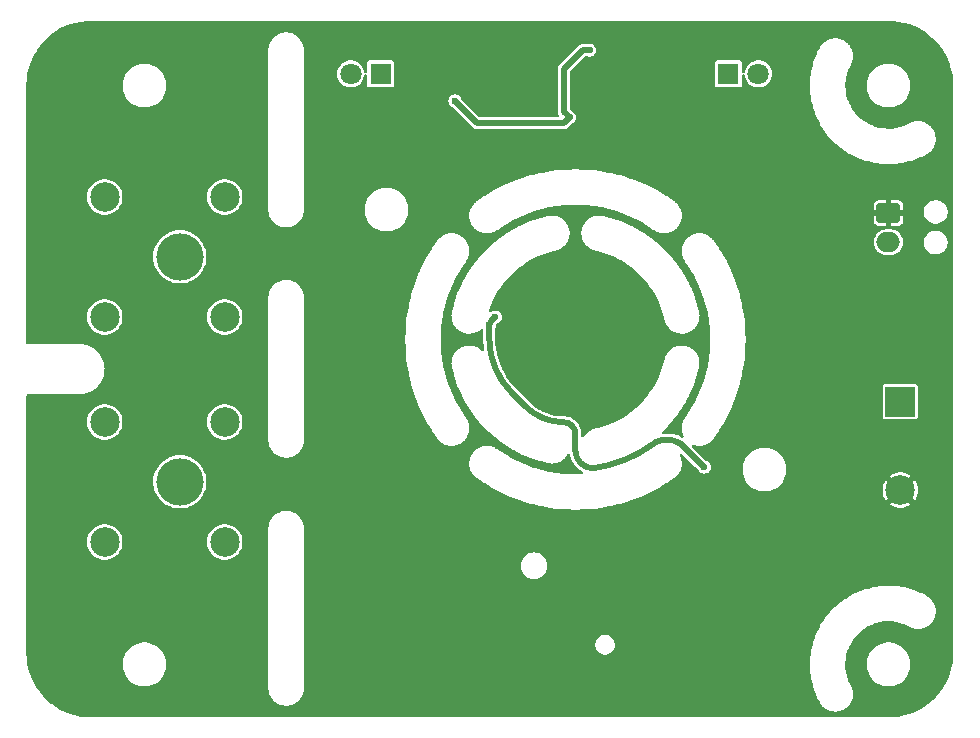
<source format=gbr>
%TF.GenerationSoftware,KiCad,Pcbnew,8.0.4*%
%TF.CreationDate,2025-01-19T21:14:29+01:00*%
%TF.ProjectId,PortableVoltageStandard,506f7274-6162-46c6-9556-6f6c74616765,1.0*%
%TF.SameCoordinates,Original*%
%TF.FileFunction,Copper,L2,Bot*%
%TF.FilePolarity,Positive*%
%FSLAX46Y46*%
G04 Gerber Fmt 4.6, Leading zero omitted, Abs format (unit mm)*
G04 Created by KiCad (PCBNEW 8.0.4) date 2025-01-19 21:14:29*
%MOMM*%
%LPD*%
G01*
G04 APERTURE LIST*
G04 Aperture macros list*
%AMRoundRect*
0 Rectangle with rounded corners*
0 $1 Rounding radius*
0 $2 $3 $4 $5 $6 $7 $8 $9 X,Y pos of 4 corners*
0 Add a 4 corners polygon primitive as box body*
4,1,4,$2,$3,$4,$5,$6,$7,$8,$9,$2,$3,0*
0 Add four circle primitives for the rounded corners*
1,1,$1+$1,$2,$3*
1,1,$1+$1,$4,$5*
1,1,$1+$1,$6,$7*
1,1,$1+$1,$8,$9*
0 Add four rect primitives between the rounded corners*
20,1,$1+$1,$2,$3,$4,$5,0*
20,1,$1+$1,$4,$5,$6,$7,0*
20,1,$1+$1,$6,$7,$8,$9,0*
20,1,$1+$1,$8,$9,$2,$3,0*%
G04 Aperture macros list end*
%TA.AperFunction,Conductor*%
%ADD10C,0.500000*%
%TD*%
%TA.AperFunction,ComponentPad*%
%ADD11RoundRect,0.250000X-0.750000X0.600000X-0.750000X-0.600000X0.750000X-0.600000X0.750000X0.600000X0*%
%TD*%
%TA.AperFunction,ComponentPad*%
%ADD12O,2.000000X1.700000*%
%TD*%
%TA.AperFunction,ComponentPad*%
%ADD13R,2.500000X2.500000*%
%TD*%
%TA.AperFunction,ComponentPad*%
%ADD14C,2.500000*%
%TD*%
%TA.AperFunction,ComponentPad*%
%ADD15C,4.000000*%
%TD*%
%TA.AperFunction,ComponentPad*%
%ADD16R,1.800000X1.800000*%
%TD*%
%TA.AperFunction,ComponentPad*%
%ADD17C,1.800000*%
%TD*%
%TA.AperFunction,ViaPad*%
%ADD18C,0.600000*%
%TD*%
G04 APERTURE END LIST*
D10*
%TO.N,VCC*%
X163000000Y-94900000D02*
G75*
G02*
X158000004Y-96900027I-6521100J9052600D01*
G01*
%TD*%
D11*
%TO.P,BT1,1,+*%
%TO.N,GND*%
X183000000Y-75275000D03*
D12*
%TO.P,BT1,2,-*%
%TO.N,Net-(BT1-+)*%
X183000000Y-77775000D03*
%TD*%
D13*
%TO.P,J4,1,Pin_1*%
%TO.N,Net-(D1-A)*%
X184000000Y-91250000D03*
D14*
%TO.P,J4,2,Pin_2*%
%TO.N,GND*%
X184000000Y-98750000D03*
%TD*%
%TO.P,J1,1,Pin_1*%
%TO.N,Net-(J1-Pin_1)*%
X116640000Y-73920000D03*
X116640000Y-84080000D03*
D15*
X123000000Y-79000000D03*
D14*
X126800000Y-73920000D03*
X126800000Y-84080000D03*
%TD*%
D16*
%TO.P,D2,1,K*%
%TO.N,Net-(D2-K)*%
X140000000Y-63500000D03*
D17*
%TO.P,D2,2,A*%
%TO.N,Net-(D2-A)*%
X137460000Y-63500000D03*
%TD*%
D14*
%TO.P,J3,1,Pin_1*%
%TO.N,Net-(J3-Pin_1)*%
X116640000Y-92970000D03*
X116640000Y-103130000D03*
D15*
X123000000Y-98050000D03*
D14*
X126800000Y-92970000D03*
X126800000Y-103130000D03*
%TD*%
D16*
%TO.P,D3,1,K*%
%TO.N,Net-(D3-K)*%
X169450000Y-63500000D03*
D17*
%TO.P,D3,2,A*%
%TO.N,Net-(D3-A)*%
X171990000Y-63500000D03*
%TD*%
D18*
%TO.N,GND*%
X159850000Y-90700000D03*
X111500000Y-83500000D03*
X156600000Y-65100000D03*
X152300000Y-88100000D03*
X134300000Y-84200000D03*
X155700000Y-96800000D03*
X160700000Y-88000000D03*
X111200000Y-94500000D03*
X138500000Y-87750000D03*
X156700000Y-63400000D03*
X165020101Y-101022792D03*
X164850000Y-93700000D03*
X153400000Y-91050000D03*
X126400000Y-113500000D03*
X111300000Y-74300000D03*
X167189340Y-108974874D03*
X134000000Y-96000000D03*
X167050000Y-95350000D03*
X156500000Y-89600000D03*
X166446878Y-108232411D03*
X113700000Y-113500000D03*
X165762563Y-101765254D03*
X135350000Y-84200000D03*
X111400000Y-102500000D03*
X148300000Y-60800000D03*
X152000000Y-60800000D03*
X165669060Y-107454594D03*
X163200000Y-88200000D03*
X165900000Y-96500000D03*
X161600000Y-63500000D03*
X157600000Y-67100000D03*
X118100000Y-88600000D03*
X126700000Y-64500000D03*
X156500000Y-82300000D03*
X128800000Y-88600000D03*
X157450000Y-93100000D03*
X113600000Y-64900000D03*
X162300000Y-88200000D03*
%TO.N,VCC*%
X167400000Y-96800000D03*
X149200000Y-84791699D03*
X149700000Y-84100000D03*
%TO.N,/vref*%
X157700000Y-61500000D03*
X156000000Y-67200000D03*
X146300000Y-65800000D03*
%TD*%
D10*
%TO.N,VCC*%
X149335552Y-84464448D02*
X149700000Y-84100000D01*
X164589190Y-94501590D02*
X163858255Y-94501590D01*
X167400000Y-96800000D02*
X167345486Y-96800000D01*
X149200000Y-85913020D02*
X149200000Y-84791699D01*
X167011040Y-96463151D02*
X165391760Y-94843872D01*
X167345486Y-96800000D02*
X167027773Y-96482287D01*
X167027773Y-96482287D02*
X167011040Y-96463151D01*
X165391760Y-94843872D02*
X165109431Y-94657686D01*
X156500000Y-95400000D02*
X156500000Y-94000000D01*
X151100000Y-90500000D02*
X152256465Y-91656465D01*
X158000000Y-96900000D02*
G75*
G02*
X156500000Y-95400000I0J1500000D01*
G01*
X163858255Y-94501590D02*
G75*
G03*
X163000022Y-94900022I119945J-1381910D01*
G01*
X149200000Y-85913020D02*
G75*
G03*
X151100019Y-90499981I6486900J20D01*
G01*
X156500000Y-94000000D02*
G75*
G03*
X155500000Y-93000000I-1000000J0D01*
G01*
X165109431Y-94657686D02*
G75*
G03*
X164589190Y-94501600I-520231J-788914D01*
G01*
X152256465Y-91656465D02*
G75*
G03*
X155500000Y-92999972I3243535J3243565D01*
G01*
X149200000Y-84791699D02*
G75*
G02*
X149335553Y-84464449I462800J-1D01*
G01*
%TO.N,/vref*%
X155500000Y-66700000D02*
X156000000Y-67200000D01*
X155500000Y-63100000D02*
X155500000Y-66700000D01*
X155500000Y-67700000D02*
X156000000Y-67200000D01*
X157100000Y-61500000D02*
X155500000Y-63100000D01*
X157700000Y-61500000D02*
X157100000Y-61500000D01*
X148200000Y-67700000D02*
X155500000Y-67700000D01*
X146300000Y-65800000D02*
X148200000Y-67700000D01*
%TD*%
%TA.AperFunction,Conductor*%
%TO.N,GND*%
G36*
X183002562Y-59000605D02*
G01*
X183449036Y-59019072D01*
X183459209Y-59019915D01*
X183900114Y-59074873D01*
X183910194Y-59076555D01*
X184345042Y-59167733D01*
X184354950Y-59170242D01*
X184780786Y-59297019D01*
X184790454Y-59300338D01*
X185131430Y-59433388D01*
X185204339Y-59461838D01*
X185213724Y-59465954D01*
X185612869Y-59661083D01*
X185621877Y-59665958D01*
X186003544Y-59893383D01*
X186012123Y-59898989D01*
X186373693Y-60157144D01*
X186381770Y-60163431D01*
X186596161Y-60345011D01*
X186720796Y-60450571D01*
X186728336Y-60457512D01*
X187042487Y-60771663D01*
X187049428Y-60779203D01*
X187059863Y-60791524D01*
X187320705Y-61099500D01*
X187336564Y-61118224D01*
X187342857Y-61126310D01*
X187370078Y-61164435D01*
X187601010Y-61487876D01*
X187606616Y-61496455D01*
X187834041Y-61878122D01*
X187838919Y-61887136D01*
X188034045Y-62286275D01*
X188038161Y-62295660D01*
X188199656Y-62709533D01*
X188202984Y-62719226D01*
X188329753Y-63145036D01*
X188332269Y-63154971D01*
X188423441Y-63589791D01*
X188425128Y-63599900D01*
X188480082Y-64040769D01*
X188480928Y-64050983D01*
X188499394Y-64497437D01*
X188499500Y-64502561D01*
X188499500Y-112497438D01*
X188499394Y-112502562D01*
X188480928Y-112949016D01*
X188480082Y-112959230D01*
X188425128Y-113400099D01*
X188423441Y-113410208D01*
X188332269Y-113845028D01*
X188329753Y-113854963D01*
X188202984Y-114280773D01*
X188199656Y-114290466D01*
X188038161Y-114704339D01*
X188034045Y-114713724D01*
X187838919Y-115112863D01*
X187834041Y-115121877D01*
X187606616Y-115503544D01*
X187601010Y-115512123D01*
X187342859Y-115873687D01*
X187336564Y-115881775D01*
X187049428Y-116220796D01*
X187042487Y-116228336D01*
X186728336Y-116542487D01*
X186720796Y-116549428D01*
X186381775Y-116836564D01*
X186373687Y-116842859D01*
X186012123Y-117101010D01*
X186003544Y-117106616D01*
X185621877Y-117334041D01*
X185612863Y-117338919D01*
X185213724Y-117534045D01*
X185204339Y-117538161D01*
X184790466Y-117699656D01*
X184780773Y-117702984D01*
X184354963Y-117829753D01*
X184345028Y-117832269D01*
X183910208Y-117923441D01*
X183900099Y-117925128D01*
X183459230Y-117980082D01*
X183449016Y-117980928D01*
X183002563Y-117999394D01*
X182997439Y-117999500D01*
X115502561Y-117999500D01*
X115497437Y-117999394D01*
X115050983Y-117980928D01*
X115040769Y-117980082D01*
X114599900Y-117925128D01*
X114589791Y-117923441D01*
X114154971Y-117832269D01*
X114145036Y-117829753D01*
X113719226Y-117702984D01*
X113709533Y-117699656D01*
X113295660Y-117538161D01*
X113286275Y-117534045D01*
X112887136Y-117338919D01*
X112878122Y-117334041D01*
X112496455Y-117106616D01*
X112487876Y-117101010D01*
X112202978Y-116897597D01*
X112126310Y-116842857D01*
X112118224Y-116836564D01*
X112117044Y-116835565D01*
X111925704Y-116673508D01*
X111779203Y-116549428D01*
X111771663Y-116542487D01*
X111457512Y-116228336D01*
X111450571Y-116220796D01*
X111431530Y-116198314D01*
X111163431Y-115881770D01*
X111157140Y-115873687D01*
X111155839Y-115871865D01*
X110899504Y-115512845D01*
X110898989Y-115512123D01*
X110893383Y-115503544D01*
X110851544Y-115433329D01*
X110665955Y-115121872D01*
X110661080Y-115112863D01*
X110465954Y-114713724D01*
X110461838Y-114704339D01*
X110327692Y-114360555D01*
X110300338Y-114290454D01*
X110297019Y-114280786D01*
X110170242Y-113854950D01*
X110167733Y-113845042D01*
X110076555Y-113410194D01*
X110074873Y-113400114D01*
X110072205Y-113378711D01*
X118149500Y-113378711D01*
X118149500Y-113621288D01*
X118181161Y-113861785D01*
X118243947Y-114096104D01*
X118316232Y-114270614D01*
X118336776Y-114320212D01*
X118458064Y-114530289D01*
X118458066Y-114530292D01*
X118458067Y-114530293D01*
X118605733Y-114722736D01*
X118605739Y-114722743D01*
X118777256Y-114894260D01*
X118777262Y-114894265D01*
X118969711Y-115041936D01*
X119179788Y-115163224D01*
X119324050Y-115222979D01*
X119395061Y-115252393D01*
X119403900Y-115256054D01*
X119638211Y-115318838D01*
X119809741Y-115341420D01*
X119878711Y-115350500D01*
X119878712Y-115350500D01*
X120121289Y-115350500D01*
X120169388Y-115344167D01*
X120361789Y-115318838D01*
X120596100Y-115256054D01*
X120820212Y-115163224D01*
X121030289Y-115041936D01*
X121222738Y-114894265D01*
X121394265Y-114722738D01*
X121541936Y-114530289D01*
X121663224Y-114320212D01*
X121756054Y-114096100D01*
X121818838Y-113861789D01*
X121850500Y-113621288D01*
X121850500Y-113378712D01*
X121818838Y-113138211D01*
X121756054Y-112903900D01*
X121663224Y-112679788D01*
X121541936Y-112469711D01*
X121394265Y-112277262D01*
X121394260Y-112277256D01*
X121222743Y-112105739D01*
X121222736Y-112105733D01*
X121030293Y-111958067D01*
X121030292Y-111958066D01*
X121030289Y-111958064D01*
X120820212Y-111836776D01*
X120820205Y-111836773D01*
X120596104Y-111743947D01*
X120478944Y-111712554D01*
X120361789Y-111681162D01*
X120361788Y-111681161D01*
X120361785Y-111681161D01*
X120121289Y-111649500D01*
X120121288Y-111649500D01*
X119878712Y-111649500D01*
X119878711Y-111649500D01*
X119638214Y-111681161D01*
X119403895Y-111743947D01*
X119179794Y-111836773D01*
X119179785Y-111836777D01*
X118969706Y-111958067D01*
X118777263Y-112105733D01*
X118777256Y-112105739D01*
X118605739Y-112277256D01*
X118605733Y-112277263D01*
X118458067Y-112469706D01*
X118336777Y-112679785D01*
X118336773Y-112679794D01*
X118243947Y-112903895D01*
X118181161Y-113138214D01*
X118149500Y-113378711D01*
X110072205Y-113378711D01*
X110019915Y-112959209D01*
X110019072Y-112949036D01*
X110000606Y-112502562D01*
X110000500Y-112497438D01*
X110000500Y-103129994D01*
X115134357Y-103129994D01*
X115134357Y-103130005D01*
X115154890Y-103377812D01*
X115154892Y-103377824D01*
X115215936Y-103618881D01*
X115315826Y-103846606D01*
X115451833Y-104054782D01*
X115451836Y-104054785D01*
X115620256Y-104237738D01*
X115816491Y-104390474D01*
X116035190Y-104508828D01*
X116270386Y-104589571D01*
X116515665Y-104630500D01*
X116764335Y-104630500D01*
X117009614Y-104589571D01*
X117244810Y-104508828D01*
X117463509Y-104390474D01*
X117659744Y-104237738D01*
X117828164Y-104054785D01*
X117964173Y-103846607D01*
X118064063Y-103618881D01*
X118125108Y-103377821D01*
X118145643Y-103130000D01*
X118145643Y-103129994D01*
X125294357Y-103129994D01*
X125294357Y-103130005D01*
X125314890Y-103377812D01*
X125314892Y-103377824D01*
X125375936Y-103618881D01*
X125475826Y-103846606D01*
X125611833Y-104054782D01*
X125611836Y-104054785D01*
X125780256Y-104237738D01*
X125976491Y-104390474D01*
X126195190Y-104508828D01*
X126430386Y-104589571D01*
X126675665Y-104630500D01*
X126924335Y-104630500D01*
X127169614Y-104589571D01*
X127404810Y-104508828D01*
X127623509Y-104390474D01*
X127819744Y-104237738D01*
X127988164Y-104054785D01*
X128124173Y-103846607D01*
X128224063Y-103618881D01*
X128285108Y-103377821D01*
X128305643Y-103130000D01*
X128285108Y-102882179D01*
X128224063Y-102641119D01*
X128124173Y-102413393D01*
X127988166Y-102205217D01*
X127860623Y-102066669D01*
X127837235Y-102041262D01*
X130496870Y-102041262D01*
X130497146Y-102044630D01*
X130499500Y-102066670D01*
X130499500Y-115433329D01*
X130497142Y-115455422D01*
X130496870Y-115458739D01*
X130499351Y-115509248D01*
X130499500Y-115515331D01*
X130499500Y-115565893D01*
X130500560Y-115573946D01*
X130499923Y-115574029D01*
X130502858Y-115603845D01*
X130501077Y-115631030D01*
X130501077Y-115631037D01*
X130504945Y-115650485D01*
X130507176Y-115668579D01*
X130508149Y-115688381D01*
X130517355Y-115717033D01*
X130520915Y-115730771D01*
X130548185Y-115867868D01*
X130549507Y-115875870D01*
X130555442Y-115920941D01*
X130557120Y-115924992D01*
X130564176Y-115948255D01*
X130565031Y-115952553D01*
X130565032Y-115952557D01*
X130585133Y-115993316D01*
X130588477Y-116000695D01*
X130647854Y-116144046D01*
X130650707Y-116151625D01*
X130665319Y-116194671D01*
X130665320Y-116194673D01*
X130665321Y-116194674D01*
X130667759Y-116198323D01*
X130679212Y-116219750D01*
X130680511Y-116222883D01*
X130680894Y-116223808D01*
X130708557Y-116259859D01*
X130713283Y-116266454D01*
X130799480Y-116395456D01*
X130803764Y-116402345D01*
X130806955Y-116407872D01*
X130822175Y-116434234D01*
X130826491Y-116441708D01*
X130829589Y-116444806D01*
X130845011Y-116463597D01*
X130847446Y-116467241D01*
X130847447Y-116467243D01*
X130881621Y-116497213D01*
X130887542Y-116502759D01*
X130997242Y-116612459D01*
X131002775Y-116618365D01*
X131032756Y-116652552D01*
X131036404Y-116654989D01*
X131055192Y-116670409D01*
X131058293Y-116673510D01*
X131058294Y-116673511D01*
X131058296Y-116673512D01*
X131097655Y-116696235D01*
X131104530Y-116700510D01*
X131175752Y-116748099D01*
X131233537Y-116786710D01*
X131240132Y-116791436D01*
X131276193Y-116819106D01*
X131276196Y-116819108D01*
X131280235Y-116820781D01*
X131301673Y-116832238D01*
X131305326Y-116834679D01*
X131305327Y-116834679D01*
X131305328Y-116834680D01*
X131348365Y-116849289D01*
X131355959Y-116852147D01*
X131393269Y-116867601D01*
X131499282Y-116911513D01*
X131499285Y-116911514D01*
X131506663Y-116914857D01*
X131547445Y-116934968D01*
X131551237Y-116935722D01*
X131551739Y-116935822D01*
X131575010Y-116942880D01*
X131579058Y-116944557D01*
X131624121Y-116950489D01*
X131632104Y-116951807D01*
X131784278Y-116982077D01*
X131792176Y-116983918D01*
X131806588Y-116987779D01*
X131836091Y-116995685D01*
X131840474Y-116995685D01*
X131864665Y-116998067D01*
X131868965Y-116998923D01*
X131914325Y-116995950D01*
X131922434Y-116995685D01*
X132077566Y-116995685D01*
X132085675Y-116995950D01*
X132131035Y-116998923D01*
X132135334Y-116998067D01*
X132159526Y-116995685D01*
X132163906Y-116995685D01*
X132163909Y-116995685D01*
X132207854Y-116983909D01*
X132215683Y-116982084D01*
X132367890Y-116951808D01*
X132375867Y-116950491D01*
X132420942Y-116944558D01*
X132424979Y-116942885D01*
X132448257Y-116935822D01*
X132452555Y-116934968D01*
X132484281Y-116919321D01*
X132493322Y-116914863D01*
X132500700Y-116911519D01*
X132644043Y-116852145D01*
X132651614Y-116849295D01*
X132694674Y-116834679D01*
X132698314Y-116832247D01*
X132719759Y-116820783D01*
X132723806Y-116819107D01*
X132759882Y-116791423D01*
X132766434Y-116786728D01*
X132895465Y-116700511D01*
X132902344Y-116696235D01*
X132941707Y-116673510D01*
X132944803Y-116670413D01*
X132963600Y-116654986D01*
X132967244Y-116652552D01*
X132997228Y-116618360D01*
X133002746Y-116612469D01*
X133112471Y-116502744D01*
X133118363Y-116497225D01*
X133152552Y-116467244D01*
X133154989Y-116463597D01*
X133170413Y-116444803D01*
X133173510Y-116441707D01*
X133196242Y-116402331D01*
X133200518Y-116395456D01*
X133286728Y-116266434D01*
X133291423Y-116259882D01*
X133319107Y-116223806D01*
X133320784Y-116219758D01*
X133332247Y-116198314D01*
X133332991Y-116197198D01*
X133334679Y-116194674D01*
X133349294Y-116151618D01*
X133352151Y-116144030D01*
X133374307Y-116090541D01*
X133411518Y-116000703D01*
X133414854Y-115993340D01*
X133434968Y-115952555D01*
X133435822Y-115948259D01*
X133442883Y-115924982D01*
X133444557Y-115920942D01*
X133450491Y-115875870D01*
X133451810Y-115867883D01*
X133453452Y-115859630D01*
X133479083Y-115730771D01*
X133482644Y-115717036D01*
X133491848Y-115688389D01*
X133491849Y-115688387D01*
X133492822Y-115668579D01*
X133495054Y-115650483D01*
X133498923Y-115631035D01*
X133497141Y-115603858D01*
X133500078Y-115574038D01*
X133499439Y-115573954D01*
X133500500Y-115565895D01*
X133500500Y-115515332D01*
X133500649Y-115509249D01*
X133500929Y-115503544D01*
X133503130Y-115458745D01*
X133503129Y-115458739D01*
X133502857Y-115455423D01*
X133500500Y-115433330D01*
X133500500Y-113700459D01*
X176352349Y-113700459D01*
X176352349Y-113700467D01*
X176355505Y-113741773D01*
X176355865Y-113751472D01*
X176355780Y-113792889D01*
X176357948Y-113801048D01*
X176361745Y-113823439D01*
X176389676Y-114188941D01*
X176389325Y-114211648D01*
X176388422Y-114220044D01*
X176388422Y-114220050D01*
X176394799Y-114260974D01*
X176395917Y-114270614D01*
X176399074Y-114311919D01*
X176399074Y-114311920D01*
X176401875Y-114319886D01*
X176407413Y-114341914D01*
X176463857Y-114704101D01*
X176465285Y-114726763D01*
X176465041Y-114735212D01*
X176465042Y-114735222D01*
X176474602Y-114775517D01*
X176476472Y-114785044D01*
X176482850Y-114825971D01*
X176486267Y-114833697D01*
X176493511Y-114855223D01*
X176578125Y-115211881D01*
X176581322Y-115234369D01*
X176581740Y-115242810D01*
X176594427Y-115282248D01*
X176597035Y-115291595D01*
X176606595Y-115331889D01*
X176606600Y-115331900D01*
X176610606Y-115339327D01*
X176619513Y-115360220D01*
X176731777Y-115709165D01*
X176736723Y-115731327D01*
X176737800Y-115739707D01*
X176737801Y-115739711D01*
X176753537Y-115778038D01*
X176756869Y-115787154D01*
X176769554Y-115826580D01*
X176769555Y-115826583D01*
X176774132Y-115833676D01*
X176784646Y-115853805D01*
X176828616Y-115960895D01*
X176900541Y-116136072D01*
X176923874Y-116192899D01*
X176930539Y-116214609D01*
X176932268Y-116222878D01*
X176932270Y-116222883D01*
X176950957Y-116259862D01*
X176954992Y-116268689D01*
X176970719Y-116306992D01*
X176970721Y-116306996D01*
X176975845Y-116313717D01*
X176987899Y-116332960D01*
X177160776Y-116675043D01*
X177167102Y-116689887D01*
X177175442Y-116713637D01*
X177189406Y-116734071D01*
X177197696Y-116748099D01*
X177208865Y-116770198D01*
X177225653Y-116788967D01*
X177235592Y-116801652D01*
X177282675Y-116870548D01*
X177303168Y-116900535D01*
X177308244Y-116908615D01*
X177328944Y-116944558D01*
X177329125Y-116944872D01*
X177334729Y-116950488D01*
X177334790Y-116950549D01*
X177349390Y-116968171D01*
X177353917Y-116974795D01*
X177353919Y-116974796D01*
X177353920Y-116974798D01*
X177385664Y-117002055D01*
X177392647Y-117008535D01*
X177401231Y-117017137D01*
X177489017Y-117105118D01*
X177495488Y-117112122D01*
X177522684Y-117143935D01*
X177529288Y-117148469D01*
X177546885Y-117163114D01*
X177552547Y-117168789D01*
X177552549Y-117168790D01*
X177552551Y-117168792D01*
X177588782Y-117189763D01*
X177596824Y-117194841D01*
X177709309Y-117272076D01*
X177716955Y-117277772D01*
X177749521Y-117304036D01*
X177756851Y-117307282D01*
X177776839Y-117318443D01*
X177783453Y-117322985D01*
X177822895Y-117336932D01*
X177831767Y-117340459D01*
X177931785Y-117384753D01*
X177956498Y-117395697D01*
X177965070Y-117399895D01*
X178001913Y-117419732D01*
X178009727Y-117421579D01*
X178031411Y-117428874D01*
X178038748Y-117432123D01*
X178080099Y-117438588D01*
X178089437Y-117440419D01*
X178222230Y-117471806D01*
X178231422Y-117474357D01*
X178271272Y-117487083D01*
X178279287Y-117487462D01*
X178301940Y-117490647D01*
X178309751Y-117492494D01*
X178351593Y-117491250D01*
X178361093Y-117491333D01*
X178497387Y-117497785D01*
X178506897Y-117498602D01*
X178548416Y-117503791D01*
X178556360Y-117502691D01*
X178579222Y-117501659D01*
X178587238Y-117502039D01*
X178628133Y-117493129D01*
X178637496Y-117491463D01*
X178772669Y-117472758D01*
X178782138Y-117471819D01*
X178823910Y-117469290D01*
X178831523Y-117466747D01*
X178853804Y-117461532D01*
X178861752Y-117460433D01*
X178900278Y-117444175D01*
X178909212Y-117440804D01*
X179038638Y-117397584D01*
X179047767Y-117394920D01*
X179088379Y-117384754D01*
X179095399Y-117380853D01*
X179116327Y-117371640D01*
X179123944Y-117369097D01*
X179158855Y-117346018D01*
X179166999Y-117341075D01*
X179199561Y-117322985D01*
X179286269Y-117274813D01*
X179294764Y-117270513D01*
X179332809Y-117253061D01*
X179338985Y-117247943D01*
X179357887Y-117235026D01*
X179357949Y-117234991D01*
X179364893Y-117231134D01*
X179394967Y-117202035D01*
X179402061Y-117195683D01*
X179507121Y-117108635D01*
X179514691Y-117102839D01*
X179548876Y-117078698D01*
X179554012Y-117072525D01*
X179570208Y-117056365D01*
X179576387Y-117051247D01*
X179600604Y-117017114D01*
X179606398Y-117009579D01*
X179693704Y-116904677D01*
X179700062Y-116897612D01*
X179729228Y-116867600D01*
X179733138Y-116860596D01*
X179746096Y-116841725D01*
X179751224Y-116835565D01*
X179768765Y-116797546D01*
X179773068Y-116789093D01*
X179839610Y-116669935D01*
X179844559Y-116661824D01*
X179867719Y-116626957D01*
X179870276Y-116619354D01*
X179879543Y-116598428D01*
X179883455Y-116591424D01*
X179893709Y-116550842D01*
X179896394Y-116541714D01*
X179939896Y-116412394D01*
X179943280Y-116403481D01*
X179959635Y-116364964D01*
X179960753Y-116357012D01*
X179966016Y-116334748D01*
X179968574Y-116327145D01*
X179971196Y-116285379D01*
X179972157Y-116275908D01*
X179991155Y-116140797D01*
X179992846Y-116131410D01*
X180001844Y-116090543D01*
X180001482Y-116082524D01*
X180002564Y-116059668D01*
X180003681Y-116051726D01*
X179998582Y-116010182D01*
X179997787Y-116000682D01*
X179997619Y-115996965D01*
X179991636Y-115864393D01*
X179991574Y-115854855D01*
X179992909Y-115813037D01*
X179991080Y-115805221D01*
X179987943Y-115782548D01*
X179987582Y-115774542D01*
X179976544Y-115739713D01*
X179974941Y-115734655D01*
X179972412Y-115725458D01*
X179941318Y-115592599D01*
X179939513Y-115583291D01*
X179933135Y-115541899D01*
X179929901Y-115534554D01*
X179922652Y-115512845D01*
X179922520Y-115512282D01*
X179920826Y-115505040D01*
X179901069Y-115468152D01*
X179896893Y-115459576D01*
X179896527Y-115458745D01*
X179853629Y-115361298D01*
X179846825Y-115341427D01*
X179843723Y-115329020D01*
X179825703Y-115296564D01*
X179820639Y-115286363D01*
X179805684Y-115252390D01*
X179797681Y-115242423D01*
X179785961Y-115224982D01*
X179729762Y-115123759D01*
X179724522Y-115113159D01*
X179693451Y-115041936D01*
X179589506Y-114803664D01*
X179585288Y-114792573D01*
X179480504Y-114471674D01*
X179477364Y-114460230D01*
X179403728Y-114130750D01*
X179401704Y-114119095D01*
X179359904Y-113784098D01*
X179359001Y-113772270D01*
X179357214Y-113709364D01*
X179349415Y-113434821D01*
X179349645Y-113422986D01*
X179352631Y-113378711D01*
X181149500Y-113378711D01*
X181149500Y-113621288D01*
X181181161Y-113861785D01*
X181243947Y-114096104D01*
X181316232Y-114270614D01*
X181336776Y-114320212D01*
X181458064Y-114530289D01*
X181458066Y-114530292D01*
X181458067Y-114530293D01*
X181605733Y-114722736D01*
X181605739Y-114722743D01*
X181777256Y-114894260D01*
X181777262Y-114894265D01*
X181969711Y-115041936D01*
X182179788Y-115163224D01*
X182324050Y-115222979D01*
X182395061Y-115252393D01*
X182403900Y-115256054D01*
X182638211Y-115318838D01*
X182809741Y-115341420D01*
X182878711Y-115350500D01*
X182878712Y-115350500D01*
X183121289Y-115350500D01*
X183169388Y-115344167D01*
X183361789Y-115318838D01*
X183596100Y-115256054D01*
X183820212Y-115163224D01*
X184030289Y-115041936D01*
X184222738Y-114894265D01*
X184394265Y-114722738D01*
X184541936Y-114530289D01*
X184663224Y-114320212D01*
X184756054Y-114096100D01*
X184818838Y-113861789D01*
X184850500Y-113621288D01*
X184850500Y-113378712D01*
X184818838Y-113138211D01*
X184756054Y-112903900D01*
X184663224Y-112679788D01*
X184541936Y-112469711D01*
X184394265Y-112277262D01*
X184394260Y-112277256D01*
X184222743Y-112105739D01*
X184222736Y-112105733D01*
X184030293Y-111958067D01*
X184030292Y-111958066D01*
X184030289Y-111958064D01*
X183820212Y-111836776D01*
X183820205Y-111836773D01*
X183596104Y-111743947D01*
X183478944Y-111712554D01*
X183361789Y-111681162D01*
X183361788Y-111681161D01*
X183361785Y-111681161D01*
X183121289Y-111649500D01*
X183121288Y-111649500D01*
X182878712Y-111649500D01*
X182878711Y-111649500D01*
X182638214Y-111681161D01*
X182403895Y-111743947D01*
X182179794Y-111836773D01*
X182179785Y-111836777D01*
X181969706Y-111958067D01*
X181777263Y-112105733D01*
X181777256Y-112105739D01*
X181605739Y-112277256D01*
X181605733Y-112277263D01*
X181458067Y-112469706D01*
X181336777Y-112679785D01*
X181336773Y-112679794D01*
X181243947Y-112903895D01*
X181181161Y-113138214D01*
X181149500Y-113378711D01*
X179352631Y-113378711D01*
X179372365Y-113086155D01*
X179373729Y-113074371D01*
X179428541Y-112741255D01*
X179431019Y-112729683D01*
X179517429Y-112403319D01*
X179521003Y-112392034D01*
X179638213Y-112075429D01*
X179642859Y-112064516D01*
X179693438Y-111959893D01*
X179789789Y-111760587D01*
X179795447Y-111750184D01*
X179970771Y-111461668D01*
X179977389Y-111451868D01*
X180179505Y-111181415D01*
X180187034Y-111172289D01*
X180414044Y-110922435D01*
X180422435Y-110914044D01*
X180672290Y-110687033D01*
X180681429Y-110679495D01*
X180951854Y-110477398D01*
X180961660Y-110470776D01*
X181250195Y-110295440D01*
X181260575Y-110289795D01*
X181564541Y-110142847D01*
X181575429Y-110138212D01*
X181892027Y-110021005D01*
X181903315Y-110017430D01*
X182229687Y-109931018D01*
X182241255Y-109928541D01*
X182574375Y-109873728D01*
X182586155Y-109872365D01*
X182922986Y-109849645D01*
X182934821Y-109849415D01*
X183272275Y-109859001D01*
X183284098Y-109859904D01*
X183619095Y-109901704D01*
X183630750Y-109903728D01*
X183960236Y-109977365D01*
X183971669Y-109980502D01*
X184265314Y-110076387D01*
X184292573Y-110085288D01*
X184303664Y-110089506D01*
X184613167Y-110224526D01*
X184623759Y-110229762D01*
X184724982Y-110285961D01*
X184742423Y-110297681D01*
X184752390Y-110305684D01*
X184786363Y-110320639D01*
X184796564Y-110325703D01*
X184829020Y-110343723D01*
X184841427Y-110346825D01*
X184861299Y-110353629D01*
X184959583Y-110396896D01*
X184968152Y-110401069D01*
X185005040Y-110420826D01*
X185012849Y-110422653D01*
X185034554Y-110429901D01*
X185041899Y-110433135D01*
X185083291Y-110439513D01*
X185092599Y-110441318D01*
X185225464Y-110472413D01*
X185234655Y-110474941D01*
X185251457Y-110480265D01*
X185274542Y-110487582D01*
X185282548Y-110487943D01*
X185305221Y-110491080D01*
X185309666Y-110492120D01*
X185313037Y-110492909D01*
X185354865Y-110491574D01*
X185364393Y-110491636D01*
X185500695Y-110497788D01*
X185510183Y-110498582D01*
X185551726Y-110503681D01*
X185559669Y-110502563D01*
X185582524Y-110501482D01*
X185590543Y-110501844D01*
X185631420Y-110492844D01*
X185640797Y-110491155D01*
X185775908Y-110472157D01*
X185785379Y-110471196D01*
X185827145Y-110468574D01*
X185834750Y-110466015D01*
X185857022Y-110460751D01*
X185864964Y-110459635D01*
X185903499Y-110443273D01*
X185912391Y-110439896D01*
X186041730Y-110396388D01*
X186050829Y-110393712D01*
X186091424Y-110383455D01*
X186098428Y-110379543D01*
X186119354Y-110370276D01*
X186126957Y-110367719D01*
X186161824Y-110344559D01*
X186169934Y-110339611D01*
X186289087Y-110273071D01*
X186297552Y-110268763D01*
X186335565Y-110251225D01*
X186341735Y-110246089D01*
X186360599Y-110233137D01*
X186367600Y-110229228D01*
X186397599Y-110200073D01*
X186404693Y-110193692D01*
X186423078Y-110178391D01*
X186509582Y-110106397D01*
X186517102Y-110100613D01*
X186551247Y-110076387D01*
X186556360Y-110070214D01*
X186572531Y-110054007D01*
X186578698Y-110048876D01*
X186602843Y-110014686D01*
X186608623Y-110007136D01*
X186695687Y-109902054D01*
X186702035Y-109894967D01*
X186731135Y-109864892D01*
X186735023Y-109857891D01*
X186747944Y-109838983D01*
X186753061Y-109832809D01*
X186770507Y-109794777D01*
X186774813Y-109786271D01*
X186841074Y-109667000D01*
X186846023Y-109658848D01*
X186869097Y-109623944D01*
X186871638Y-109616333D01*
X186880858Y-109595389D01*
X186884754Y-109588378D01*
X186894920Y-109547764D01*
X186897578Y-109538651D01*
X186940804Y-109409210D01*
X186944159Y-109400315D01*
X186960433Y-109361751D01*
X186961532Y-109353808D01*
X186966745Y-109331527D01*
X186969290Y-109323910D01*
X186971819Y-109282137D01*
X186972758Y-109272668D01*
X186991465Y-109137484D01*
X186993131Y-109128122D01*
X187002039Y-109087238D01*
X187001659Y-109079222D01*
X187002691Y-109056360D01*
X187003791Y-109048416D01*
X186998603Y-109006897D01*
X186997785Y-108997386D01*
X186997425Y-108989778D01*
X186991333Y-108861093D01*
X186991250Y-108851593D01*
X186992494Y-108809751D01*
X186990647Y-108801940D01*
X186987462Y-108779287D01*
X186987083Y-108771272D01*
X186974357Y-108731422D01*
X186971804Y-108722221D01*
X186940419Y-108589437D01*
X186938588Y-108580099D01*
X186932123Y-108538748D01*
X186928874Y-108531411D01*
X186921578Y-108509724D01*
X186919732Y-108501913D01*
X186899895Y-108465070D01*
X186895697Y-108456498D01*
X186840459Y-108331767D01*
X186836932Y-108322895D01*
X186822985Y-108283453D01*
X186818443Y-108276839D01*
X186807280Y-108256848D01*
X186804036Y-108249521D01*
X186777772Y-108216955D01*
X186772071Y-108209302D01*
X186763121Y-108196267D01*
X186694841Y-108096824D01*
X186689763Y-108088782D01*
X186668792Y-108052551D01*
X186668790Y-108052549D01*
X186668789Y-108052547D01*
X186663114Y-108046885D01*
X186648469Y-108029288D01*
X186643938Y-108022689D01*
X186643935Y-108022684D01*
X186612122Y-107995488D01*
X186605118Y-107989017D01*
X186508541Y-107892654D01*
X186502055Y-107885664D01*
X186474798Y-107853920D01*
X186474796Y-107853919D01*
X186474795Y-107853917D01*
X186468171Y-107849390D01*
X186450549Y-107834790D01*
X186444872Y-107829125D01*
X186444869Y-107829123D01*
X186408615Y-107808244D01*
X186400535Y-107803168D01*
X186370548Y-107782675D01*
X186301652Y-107735592D01*
X186288967Y-107725653D01*
X186270198Y-107708865D01*
X186250368Y-107698843D01*
X186248099Y-107697696D01*
X186234071Y-107689406D01*
X186213637Y-107675442D01*
X186189887Y-107667102D01*
X186175043Y-107660776D01*
X185832960Y-107487899D01*
X185813717Y-107475845D01*
X185806996Y-107470721D01*
X185806993Y-107470719D01*
X185768689Y-107454992D01*
X185759862Y-107450957D01*
X185722883Y-107432270D01*
X185722878Y-107432268D01*
X185714609Y-107430539D01*
X185692901Y-107423874D01*
X185523352Y-107354260D01*
X185353805Y-107284646D01*
X185333676Y-107274132D01*
X185326583Y-107269555D01*
X185326580Y-107269554D01*
X185326579Y-107269553D01*
X185326578Y-107269553D01*
X185304148Y-107262336D01*
X185287154Y-107256869D01*
X185278038Y-107253537D01*
X185239711Y-107237801D01*
X185239707Y-107237800D01*
X185231327Y-107236723D01*
X185209165Y-107231777D01*
X184860220Y-107119513D01*
X184839327Y-107110606D01*
X184831900Y-107106600D01*
X184831889Y-107106595D01*
X184791595Y-107097035D01*
X184782248Y-107094427D01*
X184742810Y-107081740D01*
X184734369Y-107081322D01*
X184711881Y-107078125D01*
X184355223Y-106993511D01*
X184333697Y-106986267D01*
X184325971Y-106982850D01*
X184285044Y-106976472D01*
X184275517Y-106974602D01*
X184235222Y-106965042D01*
X184235212Y-106965041D01*
X184226763Y-106965285D01*
X184204101Y-106963857D01*
X183841914Y-106907413D01*
X183819888Y-106901875D01*
X183817777Y-106901133D01*
X183811920Y-106899074D01*
X183770614Y-106895917D01*
X183760974Y-106894799D01*
X183720050Y-106888422D01*
X183720044Y-106888422D01*
X183711648Y-106889325D01*
X183688941Y-106889676D01*
X183323439Y-106861745D01*
X183301048Y-106857948D01*
X183292889Y-106855780D01*
X183292886Y-106855780D01*
X183285418Y-106855795D01*
X183251472Y-106855865D01*
X183241773Y-106855505D01*
X183200467Y-106852349D01*
X183200459Y-106852349D01*
X183192152Y-106853908D01*
X183169546Y-106856034D01*
X182802982Y-106856792D01*
X182780360Y-106854758D01*
X182772060Y-106853236D01*
X182772058Y-106853236D01*
X182754805Y-106854625D01*
X182730772Y-106856562D01*
X182721074Y-106856962D01*
X182679646Y-106857048D01*
X182671487Y-106859252D01*
X182649112Y-106863141D01*
X182283744Y-106892580D01*
X182261034Y-106892324D01*
X182252627Y-106891454D01*
X182252626Y-106891454D01*
X182211727Y-106898002D01*
X182202085Y-106899160D01*
X182160806Y-106902485D01*
X182160802Y-106902486D01*
X182152842Y-106905322D01*
X182130836Y-106910951D01*
X181768883Y-106968891D01*
X181746222Y-106970412D01*
X181737783Y-106970203D01*
X181737778Y-106970204D01*
X181697529Y-106979928D01*
X181688012Y-106981837D01*
X181660342Y-106986267D01*
X181647093Y-106988388D01*
X181639381Y-106991837D01*
X181617888Y-106999170D01*
X181261584Y-107085257D01*
X181239115Y-107088546D01*
X181230679Y-107088999D01*
X181230672Y-107089000D01*
X181191292Y-107101849D01*
X181181955Y-107104496D01*
X181141694Y-107114224D01*
X181134267Y-107118270D01*
X181113418Y-107127259D01*
X180764946Y-107240963D01*
X180742797Y-107246002D01*
X180734420Y-107247113D01*
X180696164Y-107263006D01*
X180687062Y-107266375D01*
X180647691Y-107279222D01*
X180647681Y-107279227D01*
X180640609Y-107283832D01*
X180620522Y-107294429D01*
X180282006Y-107435056D01*
X180260324Y-107441811D01*
X180252064Y-107443574D01*
X180215168Y-107462411D01*
X180206359Y-107466482D01*
X180168103Y-107482375D01*
X180161400Y-107487529D01*
X180142209Y-107499661D01*
X179815739Y-107666346D01*
X179794656Y-107674776D01*
X179786560Y-107677180D01*
X179786549Y-107677185D01*
X179751255Y-107698843D01*
X179742790Y-107703592D01*
X179705895Y-107722430D01*
X179705884Y-107722437D01*
X179699612Y-107728094D01*
X179681429Y-107741691D01*
X179369004Y-107933412D01*
X179348639Y-107943469D01*
X179340754Y-107946499D01*
X179340750Y-107946501D01*
X179307251Y-107970860D01*
X179299187Y-107976255D01*
X179263879Y-107997922D01*
X179258067Y-108004055D01*
X179241002Y-108019035D01*
X178944534Y-108234620D01*
X178925017Y-108246240D01*
X178917396Y-108249876D01*
X178917391Y-108249880D01*
X178885909Y-108276779D01*
X178878289Y-108282790D01*
X178844787Y-108307152D01*
X178844777Y-108307162D01*
X178839467Y-108313725D01*
X178823624Y-108329998D01*
X178544939Y-108568117D01*
X178526398Y-108581224D01*
X178519083Y-108585447D01*
X178519074Y-108585454D01*
X178489778Y-108614749D01*
X178482655Y-108621335D01*
X178451171Y-108648237D01*
X178451166Y-108648243D01*
X178446386Y-108655201D01*
X178431864Y-108672664D01*
X178172664Y-108931864D01*
X178155201Y-108946386D01*
X178148243Y-108951166D01*
X178148237Y-108951171D01*
X178121335Y-108982655D01*
X178114749Y-108989778D01*
X178085453Y-109019075D01*
X178081228Y-109026394D01*
X178068118Y-109044939D01*
X177829999Y-109323623D01*
X177813728Y-109339465D01*
X177807158Y-109344781D01*
X177782789Y-109378291D01*
X177776780Y-109385908D01*
X177749881Y-109417390D01*
X177749873Y-109417403D01*
X177746237Y-109425022D01*
X177734620Y-109444534D01*
X177519035Y-109741002D01*
X177504055Y-109758067D01*
X177497922Y-109763879D01*
X177476255Y-109799187D01*
X177470860Y-109807251D01*
X177446504Y-109840747D01*
X177446497Y-109840759D01*
X177443464Y-109848649D01*
X177433411Y-109869004D01*
X177241691Y-110181428D01*
X177228095Y-110199611D01*
X177222433Y-110205889D01*
X177222433Y-110205890D01*
X177203596Y-110242783D01*
X177198847Y-110251248D01*
X177177184Y-110286550D01*
X177177180Y-110286557D01*
X177174776Y-110294656D01*
X177166345Y-110315741D01*
X176999661Y-110642209D01*
X176987529Y-110661400D01*
X176982375Y-110668103D01*
X176966482Y-110706359D01*
X176962411Y-110715168D01*
X176943574Y-110752064D01*
X176941811Y-110760324D01*
X176935056Y-110782006D01*
X176794430Y-111120518D01*
X176783837Y-111140600D01*
X176779223Y-111147686D01*
X176779222Y-111147687D01*
X176766375Y-111187060D01*
X176763007Y-111196160D01*
X176747113Y-111234422D01*
X176746002Y-111242796D01*
X176740963Y-111264944D01*
X176627260Y-111613417D01*
X176618266Y-111634276D01*
X176614226Y-111641691D01*
X176614224Y-111641694D01*
X176604497Y-111681952D01*
X176601851Y-111691287D01*
X176589000Y-111730676D01*
X176588998Y-111730683D01*
X176588546Y-111739114D01*
X176585257Y-111761584D01*
X176499170Y-112117887D01*
X176491838Y-112139378D01*
X176488389Y-112147089D01*
X176488388Y-112147094D01*
X176481837Y-112188014D01*
X176479928Y-112197529D01*
X176470204Y-112237778D01*
X176470203Y-112237783D01*
X176470412Y-112246221D01*
X176468891Y-112268882D01*
X176410949Y-112630838D01*
X176405324Y-112652832D01*
X176402486Y-112660801D01*
X176399160Y-112702085D01*
X176398002Y-112711726D01*
X176391454Y-112752625D01*
X176391454Y-112752626D01*
X176392324Y-112761034D01*
X176392580Y-112783743D01*
X176363142Y-113149111D01*
X176359252Y-113171492D01*
X176357048Y-113179649D01*
X176356962Y-113221075D01*
X176356562Y-113230773D01*
X176353236Y-113272061D01*
X176354758Y-113280361D01*
X176356792Y-113302983D01*
X176356034Y-113669546D01*
X176353908Y-113692152D01*
X176352349Y-113700459D01*
X133500500Y-113700459D01*
X133500500Y-111931307D01*
X158174499Y-111931307D01*
X158206222Y-112090783D01*
X158206225Y-112090793D01*
X158268450Y-112241019D01*
X158268452Y-112241023D01*
X158358788Y-112376220D01*
X158358794Y-112376228D01*
X158473771Y-112491205D01*
X158473779Y-112491211D01*
X158608976Y-112581547D01*
X158608980Y-112581549D01*
X158755167Y-112642101D01*
X158759211Y-112643776D01*
X158759215Y-112643776D01*
X158759216Y-112643777D01*
X158918692Y-112675500D01*
X158918695Y-112675500D01*
X159081307Y-112675500D01*
X159195262Y-112652832D01*
X159240789Y-112643776D01*
X159391021Y-112581548D01*
X159391023Y-112581547D01*
X159509232Y-112502562D01*
X159526225Y-112491208D01*
X159641208Y-112376225D01*
X159712932Y-112268882D01*
X159731547Y-112241023D01*
X159731549Y-112241019D01*
X159753504Y-112188014D01*
X159793776Y-112090789D01*
X159805175Y-112033485D01*
X159825500Y-111931307D01*
X159825500Y-111768692D01*
X159793777Y-111609216D01*
X159793776Y-111609215D01*
X159793776Y-111609211D01*
X159793774Y-111609206D01*
X159731549Y-111458980D01*
X159731547Y-111458976D01*
X159641211Y-111323779D01*
X159641205Y-111323771D01*
X159526228Y-111208794D01*
X159526220Y-111208788D01*
X159391023Y-111118452D01*
X159391019Y-111118450D01*
X159240793Y-111056225D01*
X159240783Y-111056222D01*
X159081307Y-111024500D01*
X159081305Y-111024500D01*
X158918695Y-111024500D01*
X158918693Y-111024500D01*
X158759216Y-111056222D01*
X158759206Y-111056225D01*
X158608980Y-111118450D01*
X158608976Y-111118452D01*
X158473779Y-111208788D01*
X158473771Y-111208794D01*
X158358794Y-111323771D01*
X158358788Y-111323779D01*
X158268452Y-111458976D01*
X158268450Y-111458980D01*
X158206225Y-111609206D01*
X158206222Y-111609216D01*
X158174500Y-111768692D01*
X158174500Y-111768695D01*
X158174500Y-111931305D01*
X158174500Y-111931307D01*
X158174499Y-111931307D01*
X133500500Y-111931307D01*
X133500500Y-105061421D01*
X151874500Y-105061421D01*
X151874500Y-105238578D01*
X151902214Y-105413556D01*
X151956956Y-105582039D01*
X151956957Y-105582042D01*
X152037386Y-105739890D01*
X152141517Y-105883214D01*
X152266786Y-106008483D01*
X152410110Y-106112614D01*
X152487529Y-106152061D01*
X152567957Y-106193042D01*
X152567960Y-106193043D01*
X152652201Y-106220414D01*
X152736445Y-106247786D01*
X152911421Y-106275500D01*
X152911422Y-106275500D01*
X153088578Y-106275500D01*
X153088579Y-106275500D01*
X153263555Y-106247786D01*
X153432042Y-106193042D01*
X153589890Y-106112614D01*
X153733214Y-106008483D01*
X153858483Y-105883214D01*
X153962614Y-105739890D01*
X154043042Y-105582042D01*
X154097786Y-105413555D01*
X154125500Y-105238579D01*
X154125500Y-105061421D01*
X154097786Y-104886445D01*
X154043042Y-104717958D01*
X154043042Y-104717957D01*
X153977625Y-104589571D01*
X153962614Y-104560110D01*
X153858483Y-104416786D01*
X153733214Y-104291517D01*
X153589890Y-104187386D01*
X153432042Y-104106957D01*
X153432039Y-104106956D01*
X153263556Y-104052214D01*
X153176067Y-104038357D01*
X153088579Y-104024500D01*
X152911421Y-104024500D01*
X152853095Y-104033738D01*
X152736443Y-104052214D01*
X152567960Y-104106956D01*
X152567957Y-104106957D01*
X152410109Y-104187386D01*
X152340806Y-104237738D01*
X152266786Y-104291517D01*
X152266784Y-104291519D01*
X152266783Y-104291519D01*
X152141519Y-104416783D01*
X152141519Y-104416784D01*
X152141517Y-104416786D01*
X152096796Y-104478338D01*
X152037386Y-104560109D01*
X151956957Y-104717957D01*
X151956956Y-104717960D01*
X151902214Y-104886443D01*
X151874500Y-105061421D01*
X133500500Y-105061421D01*
X133500500Y-102066669D01*
X133502853Y-102044629D01*
X133503129Y-102041261D01*
X133503128Y-102041259D01*
X133503130Y-102041255D01*
X133500649Y-101990748D01*
X133500500Y-101984666D01*
X133500500Y-101934107D01*
X133499439Y-101926049D01*
X133500078Y-101925964D01*
X133497141Y-101896140D01*
X133498923Y-101868965D01*
X133495054Y-101849514D01*
X133492821Y-101831412D01*
X133491849Y-101811613D01*
X133482644Y-101782962D01*
X133479083Y-101769224D01*
X133451810Y-101632116D01*
X133450488Y-101624109D01*
X133444557Y-101579059D01*
X133444557Y-101579058D01*
X133442880Y-101575010D01*
X133435822Y-101551739D01*
X133435722Y-101551237D01*
X133434968Y-101547445D01*
X133414857Y-101506663D01*
X133411514Y-101499285D01*
X133352147Y-101355959D01*
X133349289Y-101348365D01*
X133334680Y-101305328D01*
X133334678Y-101305325D01*
X133332238Y-101301673D01*
X133320781Y-101280235D01*
X133319108Y-101276196D01*
X133319106Y-101276193D01*
X133291436Y-101240132D01*
X133286710Y-101233537D01*
X133200510Y-101104530D01*
X133196235Y-101097655D01*
X133173512Y-101058296D01*
X133173508Y-101058291D01*
X133170409Y-101055192D01*
X133154987Y-101036401D01*
X133152553Y-101032758D01*
X133152552Y-101032756D01*
X133118365Y-101002775D01*
X133112459Y-100997242D01*
X133002759Y-100887542D01*
X132997213Y-100881621D01*
X132967243Y-100847447D01*
X132967241Y-100847446D01*
X132963597Y-100845011D01*
X132944806Y-100829589D01*
X132941708Y-100826491D01*
X132941707Y-100826490D01*
X132921039Y-100814557D01*
X132902345Y-100803764D01*
X132895456Y-100799480D01*
X132766454Y-100713283D01*
X132759859Y-100708557D01*
X132723808Y-100680894D01*
X132723806Y-100680893D01*
X132719750Y-100679212D01*
X132698323Y-100667759D01*
X132694674Y-100665321D01*
X132694673Y-100665320D01*
X132694671Y-100665319D01*
X132651625Y-100650707D01*
X132644046Y-100647854D01*
X132500695Y-100588477D01*
X132493316Y-100585133D01*
X132452557Y-100565032D01*
X132452553Y-100565031D01*
X132448255Y-100564176D01*
X132424995Y-100557121D01*
X132420942Y-100555442D01*
X132411704Y-100554225D01*
X132375870Y-100549507D01*
X132367869Y-100548186D01*
X132215695Y-100517916D01*
X132207815Y-100516079D01*
X132163910Y-100504315D01*
X132163909Y-100504315D01*
X132159526Y-100504315D01*
X132135334Y-100501932D01*
X132131035Y-100501077D01*
X132085675Y-100504050D01*
X132077566Y-100504315D01*
X131922434Y-100504315D01*
X131914325Y-100504050D01*
X131907626Y-100503610D01*
X131868965Y-100501077D01*
X131868964Y-100501077D01*
X131868963Y-100501077D01*
X131866308Y-100501605D01*
X131864665Y-100501932D01*
X131840474Y-100504315D01*
X131836085Y-100504315D01*
X131792186Y-100516078D01*
X131784285Y-100517920D01*
X131632122Y-100548187D01*
X131624121Y-100549509D01*
X131579055Y-100555443D01*
X131575001Y-100557123D01*
X131551755Y-100564174D01*
X131547445Y-100565032D01*
X131506673Y-100585137D01*
X131499287Y-100588483D01*
X131355968Y-100647848D01*
X131348378Y-100650705D01*
X131305325Y-100665321D01*
X131301667Y-100667765D01*
X131280252Y-100679212D01*
X131276193Y-100680893D01*
X131240136Y-100708560D01*
X131233543Y-100713284D01*
X131104548Y-100799476D01*
X131097660Y-100803759D01*
X131058296Y-100826487D01*
X131058288Y-100826492D01*
X131055180Y-100829601D01*
X131036408Y-100845006D01*
X131032764Y-100847440D01*
X131032758Y-100847446D01*
X131002788Y-100881619D01*
X130997243Y-100887538D01*
X130887540Y-100997241D01*
X130881621Y-101002785D01*
X130847450Y-101032753D01*
X130847440Y-101032764D01*
X130845006Y-101036408D01*
X130829601Y-101055180D01*
X130826492Y-101058288D01*
X130826487Y-101058296D01*
X130803759Y-101097660D01*
X130799476Y-101104548D01*
X130713284Y-101233543D01*
X130708560Y-101240136D01*
X130680893Y-101276193D01*
X130679212Y-101280252D01*
X130667765Y-101301667D01*
X130665321Y-101305325D01*
X130650704Y-101348381D01*
X130647847Y-101355971D01*
X130588480Y-101499296D01*
X130585131Y-101506687D01*
X130565034Y-101547438D01*
X130565030Y-101547449D01*
X130564174Y-101551755D01*
X130557123Y-101574996D01*
X130555444Y-101579049D01*
X130555442Y-101579055D01*
X130549507Y-101624129D01*
X130548185Y-101632130D01*
X130520916Y-101769223D01*
X130517357Y-101782957D01*
X130508150Y-101811615D01*
X130508149Y-101811621D01*
X130507176Y-101831421D01*
X130504945Y-101849514D01*
X130501077Y-101868965D01*
X130502858Y-101896152D01*
X130499924Y-101925965D01*
X130500560Y-101926049D01*
X130499500Y-101934104D01*
X130499500Y-101984667D01*
X130499351Y-101990749D01*
X130496870Y-102041262D01*
X127837235Y-102041262D01*
X127819744Y-102022262D01*
X127623509Y-101869526D01*
X127623507Y-101869525D01*
X127623506Y-101869524D01*
X127404811Y-101751172D01*
X127404802Y-101751169D01*
X127169616Y-101670429D01*
X126924335Y-101629500D01*
X126675665Y-101629500D01*
X126430383Y-101670429D01*
X126195197Y-101751169D01*
X126195188Y-101751172D01*
X125976493Y-101869524D01*
X125780257Y-102022261D01*
X125611833Y-102205217D01*
X125475826Y-102413393D01*
X125375936Y-102641118D01*
X125314892Y-102882175D01*
X125314890Y-102882187D01*
X125294357Y-103129994D01*
X118145643Y-103129994D01*
X118125108Y-102882179D01*
X118064063Y-102641119D01*
X117964173Y-102413393D01*
X117828166Y-102205217D01*
X117700623Y-102066669D01*
X117659744Y-102022262D01*
X117463509Y-101869526D01*
X117463507Y-101869525D01*
X117463506Y-101869524D01*
X117244811Y-101751172D01*
X117244802Y-101751169D01*
X117009616Y-101670429D01*
X116764335Y-101629500D01*
X116515665Y-101629500D01*
X116270383Y-101670429D01*
X116035197Y-101751169D01*
X116035188Y-101751172D01*
X115816493Y-101869524D01*
X115620257Y-102022261D01*
X115451833Y-102205217D01*
X115315826Y-102413393D01*
X115215936Y-102641118D01*
X115154892Y-102882175D01*
X115154890Y-102882187D01*
X115134357Y-103129994D01*
X110000500Y-103129994D01*
X110000500Y-98049992D01*
X120744671Y-98049992D01*
X120744671Y-98050007D01*
X120763964Y-98344363D01*
X120763965Y-98344373D01*
X120763966Y-98344380D01*
X120799397Y-98522508D01*
X120821518Y-98633716D01*
X120821521Y-98633730D01*
X120916349Y-98913080D01*
X121046825Y-99177660D01*
X121046829Y-99177667D01*
X121210725Y-99422955D01*
X121405241Y-99644758D01*
X121627044Y-99839274D01*
X121828091Y-99973609D01*
X121872335Y-100003172D01*
X122136923Y-100133652D01*
X122416278Y-100228481D01*
X122705620Y-100286034D01*
X122733888Y-100287886D01*
X122999993Y-100305329D01*
X123000000Y-100305329D01*
X123000007Y-100305329D01*
X123235675Y-100289881D01*
X123294380Y-100286034D01*
X123583722Y-100228481D01*
X123863077Y-100133652D01*
X124127665Y-100003172D01*
X124372957Y-99839273D01*
X124594758Y-99644758D01*
X124789273Y-99422957D01*
X124953172Y-99177665D01*
X125083652Y-98913077D01*
X125178481Y-98633722D01*
X125236034Y-98344380D01*
X125241481Y-98261282D01*
X125255329Y-98050007D01*
X125255329Y-98049992D01*
X125236035Y-97755636D01*
X125236034Y-97755620D01*
X125178481Y-97466278D01*
X125083652Y-97186923D01*
X124953172Y-96922336D01*
X124948717Y-96915669D01*
X124869161Y-96796604D01*
X124789273Y-96677043D01*
X124668992Y-96539889D01*
X124594758Y-96455241D01*
X124372955Y-96260725D01*
X124127667Y-96096829D01*
X124127660Y-96096825D01*
X123863080Y-95966349D01*
X123583730Y-95871521D01*
X123583724Y-95871519D01*
X123583722Y-95871519D01*
X123294380Y-95813966D01*
X123294373Y-95813965D01*
X123294363Y-95813964D01*
X123000007Y-95794671D01*
X122999993Y-95794671D01*
X122705636Y-95813964D01*
X122705624Y-95813965D01*
X122705620Y-95813966D01*
X122705612Y-95813967D01*
X122705609Y-95813968D01*
X122416283Y-95871518D01*
X122416269Y-95871521D01*
X122136919Y-95966349D01*
X121872334Y-96096828D01*
X121627041Y-96260728D01*
X121405241Y-96455241D01*
X121210728Y-96677041D01*
X121046828Y-96922334D01*
X120916349Y-97186919D01*
X120821521Y-97466269D01*
X120821518Y-97466283D01*
X120763968Y-97755609D01*
X120763964Y-97755636D01*
X120744671Y-98049992D01*
X110000500Y-98049992D01*
X110000500Y-92969994D01*
X115134357Y-92969994D01*
X115134357Y-92970005D01*
X115154890Y-93217812D01*
X115154892Y-93217824D01*
X115215936Y-93458881D01*
X115315826Y-93686606D01*
X115451833Y-93894782D01*
X115451836Y-93894785D01*
X115620256Y-94077738D01*
X115816491Y-94230474D01*
X115875528Y-94262423D01*
X115959733Y-94307993D01*
X116035190Y-94348828D01*
X116270386Y-94429571D01*
X116515665Y-94470500D01*
X116764335Y-94470500D01*
X117009614Y-94429571D01*
X117244810Y-94348828D01*
X117463509Y-94230474D01*
X117659744Y-94077738D01*
X117828164Y-93894785D01*
X117964173Y-93686607D01*
X118064063Y-93458881D01*
X118125108Y-93217821D01*
X118125109Y-93217812D01*
X118145643Y-92970005D01*
X118145643Y-92969994D01*
X125294357Y-92969994D01*
X125294357Y-92970005D01*
X125314890Y-93217812D01*
X125314892Y-93217824D01*
X125375936Y-93458881D01*
X125475826Y-93686606D01*
X125611833Y-93894782D01*
X125611836Y-93894785D01*
X125780256Y-94077738D01*
X125976491Y-94230474D01*
X126035528Y-94262423D01*
X126119733Y-94307993D01*
X126195190Y-94348828D01*
X126430386Y-94429571D01*
X126675665Y-94470500D01*
X126924335Y-94470500D01*
X126994792Y-94458743D01*
X130496870Y-94458743D01*
X130499347Y-94509189D01*
X130499496Y-94515293D01*
X130499486Y-94565785D01*
X130500546Y-94573842D01*
X130499922Y-94573923D01*
X130502861Y-94603803D01*
X130501077Y-94631031D01*
X130501077Y-94631037D01*
X130504945Y-94650485D01*
X130507176Y-94668579D01*
X130508149Y-94688381D01*
X130517355Y-94717033D01*
X130520915Y-94730771D01*
X130548185Y-94867868D01*
X130549507Y-94875870D01*
X130552083Y-94895429D01*
X130555442Y-94920942D01*
X130555972Y-94922222D01*
X130557120Y-94924992D01*
X130564176Y-94948255D01*
X130565031Y-94952553D01*
X130565032Y-94952557D01*
X130585133Y-94993316D01*
X130588477Y-95000695D01*
X130647854Y-95144046D01*
X130650707Y-95151625D01*
X130665319Y-95194671D01*
X130665320Y-95194673D01*
X130665321Y-95194674D01*
X130667759Y-95198323D01*
X130679212Y-95219750D01*
X130680893Y-95223806D01*
X130680894Y-95223808D01*
X130708557Y-95259859D01*
X130713283Y-95266454D01*
X130799480Y-95395456D01*
X130803764Y-95402345D01*
X130826491Y-95441708D01*
X130829589Y-95444806D01*
X130845011Y-95463597D01*
X130847448Y-95467244D01*
X130866016Y-95483528D01*
X130881621Y-95497213D01*
X130887542Y-95502759D01*
X130997242Y-95612459D01*
X131002775Y-95618365D01*
X131032756Y-95652552D01*
X131036404Y-95654989D01*
X131055192Y-95670409D01*
X131058293Y-95673510D01*
X131058294Y-95673511D01*
X131058296Y-95673512D01*
X131097655Y-95696235D01*
X131104530Y-95700510D01*
X131233537Y-95786710D01*
X131240132Y-95791436D01*
X131276193Y-95819106D01*
X131276196Y-95819108D01*
X131280235Y-95820781D01*
X131301673Y-95832238D01*
X131305326Y-95834679D01*
X131305327Y-95834679D01*
X131305328Y-95834680D01*
X131348365Y-95849289D01*
X131355959Y-95852147D01*
X131459853Y-95895181D01*
X131499282Y-95911513D01*
X131499285Y-95911514D01*
X131506663Y-95914857D01*
X131547445Y-95934968D01*
X131551237Y-95935722D01*
X131551739Y-95935822D01*
X131575010Y-95942880D01*
X131579058Y-95944557D01*
X131624121Y-95950489D01*
X131632104Y-95951807D01*
X131784278Y-95982077D01*
X131792176Y-95983918D01*
X131806588Y-95987779D01*
X131836091Y-95995685D01*
X131840474Y-95995685D01*
X131864665Y-95998067D01*
X131868965Y-95998923D01*
X131914325Y-95995950D01*
X131922434Y-95995685D01*
X132077566Y-95995685D01*
X132085675Y-95995950D01*
X132131035Y-95998923D01*
X132135334Y-95998067D01*
X132159526Y-95995685D01*
X132163906Y-95995685D01*
X132163909Y-95995685D01*
X132207854Y-95983909D01*
X132215683Y-95982084D01*
X132367890Y-95951808D01*
X132375867Y-95950491D01*
X132420942Y-95944558D01*
X132424979Y-95942885D01*
X132448257Y-95935822D01*
X132452555Y-95934968D01*
X132484281Y-95919321D01*
X132493322Y-95914863D01*
X132500700Y-95911519D01*
X132644043Y-95852145D01*
X132651614Y-95849295D01*
X132694674Y-95834679D01*
X132698314Y-95832247D01*
X132719759Y-95820783D01*
X132723806Y-95819107D01*
X132759882Y-95791423D01*
X132766434Y-95786728D01*
X132895465Y-95700511D01*
X132902344Y-95696235D01*
X132941707Y-95673510D01*
X132944803Y-95670413D01*
X132963600Y-95654986D01*
X132967244Y-95652552D01*
X132997228Y-95618360D01*
X133002746Y-95612469D01*
X133112471Y-95502744D01*
X133118363Y-95497225D01*
X133152552Y-95467244D01*
X133154989Y-95463597D01*
X133170413Y-95444803D01*
X133173510Y-95441707D01*
X133196242Y-95402331D01*
X133200518Y-95395456D01*
X133286728Y-95266434D01*
X133291423Y-95259882D01*
X133319107Y-95223806D01*
X133320784Y-95219758D01*
X133332247Y-95198314D01*
X133332991Y-95197198D01*
X133334679Y-95194674D01*
X133349294Y-95151618D01*
X133352151Y-95144030D01*
X133367318Y-95107412D01*
X133411518Y-95000703D01*
X133414854Y-94993340D01*
X133434968Y-94952555D01*
X133435822Y-94948259D01*
X133442883Y-94924982D01*
X133444557Y-94920942D01*
X133450491Y-94875870D01*
X133451810Y-94867883D01*
X133453773Y-94858013D01*
X133479083Y-94730771D01*
X133482644Y-94717036D01*
X133484198Y-94712200D01*
X133491849Y-94688387D01*
X133492822Y-94668579D01*
X133495054Y-94650483D01*
X133498923Y-94631035D01*
X133497144Y-94603902D01*
X133500078Y-94574145D01*
X133499424Y-94574059D01*
X133500486Y-94565998D01*
X133500486Y-94565995D01*
X133500487Y-94565992D01*
X133500496Y-94515353D01*
X133500645Y-94509307D01*
X133501701Y-94487831D01*
X133503130Y-94458745D01*
X133503130Y-94458743D01*
X133503130Y-94458740D01*
X133502830Y-94455085D01*
X133500512Y-94433367D01*
X133502208Y-85947064D01*
X142094476Y-85947064D01*
X142095762Y-85996797D01*
X142095762Y-86003203D01*
X142094476Y-86052935D01*
X142094477Y-86052939D01*
X142094489Y-86052988D01*
X142097880Y-86078757D01*
X142113046Y-86665426D01*
X142110990Y-86691338D01*
X142110980Y-86691387D01*
X142114833Y-86740993D01*
X142115163Y-86747383D01*
X142116450Y-86797119D01*
X142116451Y-86797122D01*
X142116462Y-86797159D01*
X142121184Y-86822730D01*
X142166638Y-87407834D01*
X142165925Y-87433804D01*
X142165918Y-87433852D01*
X142165918Y-87433868D01*
X142172328Y-87483197D01*
X142172989Y-87489571D01*
X142176842Y-87539170D01*
X142176842Y-87539171D01*
X142176856Y-87539210D01*
X142182894Y-87564510D01*
X142258514Y-88146476D01*
X142259144Y-88172454D01*
X142259140Y-88172501D01*
X142259140Y-88172515D01*
X142268090Y-88221453D01*
X142269079Y-88227779D01*
X142275490Y-88277113D01*
X142275491Y-88277118D01*
X142275508Y-88277158D01*
X142282844Y-88302109D01*
X142388431Y-88879381D01*
X142390402Y-88905303D01*
X142390400Y-88905351D01*
X142390401Y-88905356D01*
X142401868Y-88953768D01*
X142403182Y-88960029D01*
X142412135Y-89008975D01*
X142412136Y-89008977D01*
X142412156Y-89009019D01*
X142420766Y-89033547D01*
X142501147Y-89372876D01*
X142552110Y-89588018D01*
X142556039Y-89604602D01*
X142559346Y-89630390D01*
X142559348Y-89630442D01*
X142559349Y-89630445D01*
X142573301Y-89678195D01*
X142574939Y-89684390D01*
X142584280Y-89723826D01*
X142586406Y-89732798D01*
X142586428Y-89732840D01*
X142596296Y-89756893D01*
X142760891Y-90320197D01*
X142765526Y-90345777D01*
X142765529Y-90345824D01*
X142765529Y-90345826D01*
X142781931Y-90392796D01*
X142783886Y-90398894D01*
X142797841Y-90446652D01*
X142797865Y-90446691D01*
X142808963Y-90470204D01*
X142858136Y-90611017D01*
X143002439Y-91024246D01*
X143002440Y-91024247D01*
X143008392Y-91049565D01*
X143008397Y-91049605D01*
X143008398Y-91049610D01*
X143027212Y-91095687D01*
X143029471Y-91101656D01*
X143043031Y-91140485D01*
X143045875Y-91148630D01*
X143045896Y-91148660D01*
X143058198Y-91171574D01*
X143280041Y-91714884D01*
X143287291Y-91739849D01*
X143287299Y-91739898D01*
X143287300Y-91739901D01*
X143308457Y-91784917D01*
X143311032Y-91790784D01*
X143329842Y-91836851D01*
X143329846Y-91836858D01*
X143329869Y-91836888D01*
X143343336Y-91859131D01*
X143592953Y-92390254D01*
X143601483Y-92414812D01*
X143601493Y-92414855D01*
X143601495Y-92414862D01*
X143624960Y-92458746D01*
X143627829Y-92464463D01*
X143648990Y-92509486D01*
X143649018Y-92509520D01*
X143663616Y-92531038D01*
X143940339Y-93048554D01*
X143950128Y-93072642D01*
X143950141Y-93072687D01*
X143950141Y-93072688D01*
X143975837Y-93115292D01*
X143979004Y-93120864D01*
X144002462Y-93164735D01*
X144002495Y-93164770D01*
X144018182Y-93185502D01*
X144321273Y-93688031D01*
X144332293Y-93711579D01*
X144332309Y-93711625D01*
X144358212Y-93749946D01*
X144360163Y-93752831D01*
X144363615Y-93758234D01*
X144389312Y-93800842D01*
X144389343Y-93800872D01*
X144406087Y-93820772D01*
X144746465Y-94324322D01*
X144755341Y-94339730D01*
X144764489Y-94358626D01*
X144783404Y-94380514D01*
X144792310Y-94392144D01*
X144808513Y-94416114D01*
X144808512Y-94416114D01*
X144808513Y-94416115D01*
X144808514Y-94416116D01*
X144824374Y-94429875D01*
X144836932Y-94442459D01*
X144912501Y-94529908D01*
X144918460Y-94537366D01*
X144943299Y-94571033D01*
X144943300Y-94571034D01*
X144943301Y-94571035D01*
X144949488Y-94575971D01*
X144949574Y-94576039D01*
X144966068Y-94591898D01*
X144967808Y-94593912D01*
X144971312Y-94597966D01*
X145005916Y-94621455D01*
X145005921Y-94621458D01*
X145013597Y-94627111D01*
X145120264Y-94712200D01*
X145127487Y-94718432D01*
X145158094Y-94746965D01*
X145158096Y-94746966D01*
X145158096Y-94746967D01*
X145165180Y-94750732D01*
X145184309Y-94763291D01*
X145190575Y-94768290D01*
X145190580Y-94768292D01*
X145190582Y-94768294D01*
X145228530Y-94784857D01*
X145228928Y-94785031D01*
X145237512Y-94789178D01*
X145346645Y-94847184D01*
X145357984Y-94853211D01*
X145366225Y-94858007D01*
X145401558Y-94880433D01*
X145409205Y-94882830D01*
X145409212Y-94882832D01*
X145430325Y-94891662D01*
X145437408Y-94895427D01*
X145437412Y-94895429D01*
X145463906Y-94901541D01*
X145478177Y-94904833D01*
X145487384Y-94907335D01*
X145617569Y-94948142D01*
X145626560Y-94951345D01*
X145629588Y-94952557D01*
X145665401Y-94966892D01*
X145673361Y-94967842D01*
X145695741Y-94972643D01*
X145703398Y-94975044D01*
X145745202Y-94976798D01*
X145754691Y-94977562D01*
X145890200Y-94993758D01*
X145899586Y-94995248D01*
X145940643Y-95003398D01*
X145948645Y-95002870D01*
X145971512Y-95003476D01*
X145979487Y-95004430D01*
X146020917Y-94998470D01*
X146030402Y-94997477D01*
X146166530Y-94988500D01*
X146176057Y-94988240D01*
X146214936Y-94988673D01*
X146217897Y-94988707D01*
X146217897Y-94988706D01*
X146217899Y-94988707D01*
X146225675Y-94986715D01*
X146248272Y-94983109D01*
X146256278Y-94982582D01*
X146295892Y-94969116D01*
X146305033Y-94966397D01*
X146437225Y-94932551D01*
X146446498Y-94930554D01*
X146487739Y-94923320D01*
X146495012Y-94919935D01*
X146516565Y-94912238D01*
X146524335Y-94910249D01*
X146560835Y-94889713D01*
X146569257Y-94885393D01*
X146693011Y-94827819D01*
X146701763Y-94824151D01*
X146740969Y-94809464D01*
X146744083Y-94807239D01*
X146747493Y-94804804D01*
X146767271Y-94793272D01*
X146768828Y-94792547D01*
X146774541Y-94789890D01*
X146806613Y-94763026D01*
X146814142Y-94757196D01*
X146925193Y-94677874D01*
X146933133Y-94672653D01*
X146968967Y-94651015D01*
X146974531Y-94645227D01*
X146991843Y-94630267D01*
X146998370Y-94625606D01*
X147024978Y-94593283D01*
X147031295Y-94586186D01*
X147125869Y-94487819D01*
X147132736Y-94481208D01*
X147163968Y-94453368D01*
X147168369Y-94446663D01*
X147182645Y-94428768D01*
X147188201Y-94422990D01*
X147208409Y-94386341D01*
X147213333Y-94378174D01*
X147226167Y-94358626D01*
X147288211Y-94264122D01*
X147293749Y-94256357D01*
X147306509Y-94239846D01*
X147319328Y-94223259D01*
X147322426Y-94215850D01*
X147333163Y-94195651D01*
X147337569Y-94188942D01*
X147350697Y-94149211D01*
X147354030Y-94140289D01*
X147406688Y-94014393D01*
X147410686Y-94005782D01*
X147429764Y-93968518D01*
X147431448Y-93960669D01*
X147438291Y-93938834D01*
X147441387Y-93931436D01*
X147446992Y-93889964D01*
X147448628Y-93880590D01*
X147477256Y-93747159D01*
X147479606Y-93737948D01*
X147491509Y-93697823D01*
X147491722Y-93689810D01*
X147494438Y-93667079D01*
X147496121Y-93659236D01*
X147494009Y-93617423D01*
X147493896Y-93607921D01*
X147497518Y-93471512D01*
X147498138Y-93462010D01*
X147498463Y-93458881D01*
X147502464Y-93420389D01*
X147501199Y-93412468D01*
X147499693Y-93389630D01*
X147499907Y-93381614D01*
X147490148Y-93340903D01*
X147488292Y-93331593D01*
X147466784Y-93196812D01*
X147465649Y-93187381D01*
X147462253Y-93145668D01*
X147459552Y-93138108D01*
X147453878Y-93115942D01*
X147453774Y-93115292D01*
X147452614Y-93108020D01*
X147452613Y-93108017D01*
X147452613Y-93108016D01*
X147435549Y-93069812D01*
X147431993Y-93060950D01*
X147431684Y-93060086D01*
X147386106Y-92932476D01*
X147383246Y-92923375D01*
X147372248Y-92883017D01*
X147372247Y-92883016D01*
X147372247Y-92883014D01*
X147368205Y-92876082D01*
X147358555Y-92855340D01*
X147355855Y-92847779D01*
X147346684Y-92834513D01*
X147332066Y-92813366D01*
X147326943Y-92805310D01*
X147272797Y-92712440D01*
X147263806Y-92693498D01*
X147259281Y-92681423D01*
X147237779Y-92651327D01*
X147231563Y-92641717D01*
X147212924Y-92609747D01*
X147203754Y-92600655D01*
X147190175Y-92584696D01*
X147036084Y-92369017D01*
X147032188Y-92363224D01*
X146692214Y-91825585D01*
X146688645Y-91819573D01*
X146684965Y-91812955D01*
X146379471Y-91263557D01*
X146376265Y-91257389D01*
X146098926Y-90684846D01*
X146096063Y-90678484D01*
X146095631Y-90677447D01*
X145851431Y-90091226D01*
X145848933Y-90084716D01*
X145637779Y-89484583D01*
X145635664Y-89477981D01*
X145458674Y-88866926D01*
X145456921Y-88860167D01*
X145446907Y-88816524D01*
X145314652Y-88240116D01*
X145313282Y-88233265D01*
X145206180Y-87606171D01*
X145205207Y-87599309D01*
X145133614Y-86967163D01*
X145133024Y-86960206D01*
X145132909Y-86958176D01*
X145097173Y-86325062D01*
X145096976Y-86318074D01*
X145096976Y-85681924D01*
X145097173Y-85674936D01*
X145102272Y-85584601D01*
X145133025Y-85039779D01*
X145133615Y-85032826D01*
X145134691Y-85023325D01*
X145205207Y-84400684D01*
X145206179Y-84393832D01*
X145278827Y-83968471D01*
X145995761Y-83968471D01*
X145995761Y-83968479D01*
X146001412Y-84009919D01*
X146002337Y-84019420D01*
X146010317Y-84155628D01*
X146010508Y-84165166D01*
X146009736Y-84206991D01*
X146009737Y-84207000D01*
X146011670Y-84214786D01*
X146015108Y-84237393D01*
X146015578Y-84245406D01*
X146015578Y-84245411D01*
X146028757Y-84285138D01*
X146031410Y-84294302D01*
X146039732Y-84327824D01*
X146062851Y-84420952D01*
X146064278Y-84426697D01*
X146066219Y-84436043D01*
X146073145Y-84477301D01*
X146073148Y-84477310D01*
X146076477Y-84484604D01*
X146084014Y-84506202D01*
X146085948Y-84513995D01*
X146095954Y-84532090D01*
X146106200Y-84550618D01*
X146110491Y-84559138D01*
X146167127Y-84683242D01*
X146170752Y-84692068D01*
X146185147Y-84731363D01*
X146185151Y-84731369D01*
X146189763Y-84737928D01*
X146201137Y-84757767D01*
X146204473Y-84765075D01*
X146204475Y-84765079D01*
X146231103Y-84797346D01*
X146236892Y-84804939D01*
X146315369Y-84916526D01*
X146320554Y-84924537D01*
X146327011Y-84935408D01*
X146341921Y-84960512D01*
X146347662Y-84966113D01*
X146347671Y-84966122D01*
X146362499Y-84983537D01*
X146366268Y-84988897D01*
X146367118Y-84990105D01*
X146399219Y-85016929D01*
X146406301Y-85023325D01*
X146503948Y-85118592D01*
X146510519Y-85125516D01*
X146538131Y-85156952D01*
X146538134Y-85156955D01*
X146544809Y-85161407D01*
X146562593Y-85175809D01*
X146568331Y-85181407D01*
X146568332Y-85181409D01*
X146604824Y-85201882D01*
X146612958Y-85206866D01*
X146695262Y-85261767D01*
X146726450Y-85282571D01*
X146734168Y-85288160D01*
X146767102Y-85313999D01*
X146774484Y-85317150D01*
X146794607Y-85328035D01*
X146801282Y-85332488D01*
X146801288Y-85332490D01*
X146840913Y-85345907D01*
X146849830Y-85349314D01*
X146975292Y-85402872D01*
X146983919Y-85406954D01*
X146983927Y-85406958D01*
X147021026Y-85426294D01*
X147021031Y-85426295D01*
X147028855Y-85428034D01*
X147050646Y-85435039D01*
X147058024Y-85438189D01*
X147099462Y-85444099D01*
X147108827Y-85445805D01*
X147242016Y-85475403D01*
X147251217Y-85477823D01*
X147291263Y-85490021D01*
X147299280Y-85490292D01*
X147321985Y-85493174D01*
X147329814Y-85494914D01*
X147371632Y-85493108D01*
X147381133Y-85493065D01*
X147517514Y-85497686D01*
X147527022Y-85498375D01*
X147568609Y-85503005D01*
X147576538Y-85501798D01*
X147599380Y-85500460D01*
X147607403Y-85500732D01*
X147648200Y-85491268D01*
X147657519Y-85489482D01*
X147792402Y-85468967D01*
X147801890Y-85467897D01*
X147805997Y-85467592D01*
X147843616Y-85464807D01*
X147851186Y-85462164D01*
X147873401Y-85456648D01*
X147881334Y-85455443D01*
X147919665Y-85438658D01*
X147928521Y-85435179D01*
X148057364Y-85390221D01*
X148066486Y-85387428D01*
X148106922Y-85376727D01*
X148113873Y-85372741D01*
X148134705Y-85363235D01*
X148142275Y-85360594D01*
X148142275Y-85360593D01*
X148142277Y-85360593D01*
X148176875Y-85337047D01*
X148184962Y-85331989D01*
X148303331Y-85264132D01*
X148311750Y-85259727D01*
X148349563Y-85241763D01*
X148355675Y-85236558D01*
X148374386Y-85223399D01*
X148381349Y-85219408D01*
X148411042Y-85189895D01*
X148418033Y-85183463D01*
X148495115Y-85117832D01*
X148558917Y-85089361D01*
X148627987Y-85099903D01*
X148680393Y-85146114D01*
X148699500Y-85212247D01*
X148699500Y-85861633D01*
X148699474Y-85861721D01*
X148699474Y-86162580D01*
X148699475Y-86162583D01*
X148735082Y-86660418D01*
X148735084Y-86660436D01*
X148757528Y-86816528D01*
X148747585Y-86885687D01*
X148701830Y-86938491D01*
X148634791Y-86958176D01*
X148567751Y-86938492D01*
X148561904Y-86934494D01*
X148529415Y-86910889D01*
X148521914Y-86904984D01*
X148427030Y-86824196D01*
X148418055Y-86816554D01*
X148411033Y-86810093D01*
X148381351Y-86780594D01*
X148381349Y-86780592D01*
X148374379Y-86776596D01*
X148355677Y-86763442D01*
X148349565Y-86758238D01*
X148349559Y-86758235D01*
X148311769Y-86740280D01*
X148303313Y-86735856D01*
X148184964Y-86668011D01*
X148176874Y-86662950D01*
X148142281Y-86639410D01*
X148142277Y-86639407D01*
X148142275Y-86639406D01*
X148134692Y-86636760D01*
X148113883Y-86627263D01*
X148106926Y-86623275D01*
X148106924Y-86623274D01*
X148106922Y-86623273D01*
X148106919Y-86623272D01*
X148106916Y-86623271D01*
X148066477Y-86612568D01*
X148057360Y-86609776D01*
X147953990Y-86573706D01*
X147928531Y-86564822D01*
X147919657Y-86561337D01*
X147881334Y-86544557D01*
X147881332Y-86544556D01*
X147874283Y-86543484D01*
X147873403Y-86543350D01*
X147851195Y-86537837D01*
X147846890Y-86536335D01*
X147843614Y-86535192D01*
X147801884Y-86532101D01*
X147792400Y-86531030D01*
X147657533Y-86510518D01*
X147648167Y-86508723D01*
X147607403Y-86499268D01*
X147607401Y-86499268D01*
X147607397Y-86499267D01*
X147599374Y-86499539D01*
X147576549Y-86498202D01*
X147570457Y-86497276D01*
X147568609Y-86496995D01*
X147568608Y-86496995D01*
X147568605Y-86496995D01*
X147527029Y-86501622D01*
X147517514Y-86502312D01*
X147381154Y-86506933D01*
X147371610Y-86506889D01*
X147329817Y-86505086D01*
X147329816Y-86505086D01*
X147329814Y-86505086D01*
X147329810Y-86505086D01*
X147329809Y-86505087D01*
X147321982Y-86506826D01*
X147299295Y-86509706D01*
X147291261Y-86509978D01*
X147251222Y-86522173D01*
X147241995Y-86524600D01*
X147108833Y-86554192D01*
X147099444Y-86555902D01*
X147058028Y-86561809D01*
X147058024Y-86561811D01*
X147050635Y-86564965D01*
X147028864Y-86571964D01*
X147021026Y-86573705D01*
X146983917Y-86593046D01*
X146975293Y-86597126D01*
X146849829Y-86650685D01*
X146840915Y-86654091D01*
X146801287Y-86667509D01*
X146801280Y-86667512D01*
X146794602Y-86671967D01*
X146774494Y-86682844D01*
X146767105Y-86685998D01*
X146767101Y-86686001D01*
X146734176Y-86711832D01*
X146726448Y-86717428D01*
X146612963Y-86793128D01*
X146604829Y-86798113D01*
X146568336Y-86818588D01*
X146568331Y-86818592D01*
X146562587Y-86824196D01*
X146544817Y-86838586D01*
X146538134Y-86843044D01*
X146538133Y-86843045D01*
X146510520Y-86874482D01*
X146503950Y-86881405D01*
X146406293Y-86976682D01*
X146399223Y-86983067D01*
X146382823Y-86996772D01*
X146367115Y-87009898D01*
X146362497Y-87016465D01*
X146347673Y-87033875D01*
X146341924Y-87039484D01*
X146341920Y-87039489D01*
X146320557Y-87075458D01*
X146315372Y-87083469D01*
X146236892Y-87195060D01*
X146231106Y-87202648D01*
X146204476Y-87234919D01*
X146204473Y-87234924D01*
X146201139Y-87242230D01*
X146189761Y-87262075D01*
X146185149Y-87268632D01*
X146185148Y-87268633D01*
X146170755Y-87307923D01*
X146167130Y-87316749D01*
X146110493Y-87440856D01*
X146106200Y-87449378D01*
X146085951Y-87485997D01*
X146085950Y-87486000D01*
X146084014Y-87493798D01*
X146076480Y-87515389D01*
X146073149Y-87522687D01*
X146073145Y-87522701D01*
X146066219Y-87563955D01*
X146064278Y-87573300D01*
X146031409Y-87705699D01*
X146028756Y-87714863D01*
X146015579Y-87754584D01*
X146015579Y-87754586D01*
X146015579Y-87754587D01*
X146015109Y-87762602D01*
X146011670Y-87785214D01*
X146011586Y-87785553D01*
X146009736Y-87793003D01*
X146010508Y-87834832D01*
X146010317Y-87844371D01*
X146002336Y-87980580D01*
X146001411Y-87990077D01*
X145995761Y-88031516D01*
X145995761Y-88031526D01*
X145996772Y-88039491D01*
X145997546Y-88062343D01*
X145997076Y-88070367D01*
X146005520Y-88111335D01*
X146007086Y-88120751D01*
X146021799Y-88236659D01*
X146022775Y-88253915D01*
X146022480Y-88276155D01*
X146022481Y-88276158D01*
X146022481Y-88276159D01*
X146029065Y-88302109D01*
X146029286Y-88302978D01*
X146032106Y-88317853D01*
X146035594Y-88345320D01*
X146035597Y-88345333D01*
X146044014Y-88365924D01*
X146049424Y-88382344D01*
X146104497Y-88599385D01*
X146171532Y-88863574D01*
X146173030Y-88869475D01*
X146176705Y-88894220D01*
X146176823Y-88896780D01*
X146176824Y-88896782D01*
X146191155Y-88941807D01*
X146193187Y-88948916D01*
X146204813Y-88994734D01*
X146204816Y-88994741D01*
X146206065Y-88996972D01*
X146216019Y-89019924D01*
X146362480Y-89480072D01*
X146367623Y-89504547D01*
X146367894Y-89507091D01*
X146367895Y-89507098D01*
X146367895Y-89507100D01*
X146367896Y-89507101D01*
X146370438Y-89513698D01*
X146384892Y-89551208D01*
X146387343Y-89558183D01*
X146401675Y-89603212D01*
X146403055Y-89605365D01*
X146414360Y-89627682D01*
X146587997Y-90078286D01*
X146594590Y-90102412D01*
X146595012Y-90104937D01*
X146595012Y-90104938D01*
X146595013Y-90104942D01*
X146595014Y-90104943D01*
X146614605Y-90147947D01*
X146617462Y-90154750D01*
X146623520Y-90170471D01*
X146634462Y-90198866D01*
X146634463Y-90198867D01*
X146635968Y-90200933D01*
X146648584Y-90222536D01*
X146848779Y-90661989D01*
X146856799Y-90685680D01*
X146857025Y-90686668D01*
X146857372Y-90688179D01*
X146858265Y-90689864D01*
X146879495Y-90729945D01*
X146882759Y-90736578D01*
X146886224Y-90744184D01*
X146902351Y-90779584D01*
X146903978Y-90781559D01*
X146917859Y-90802372D01*
X147101268Y-91148627D01*
X147143894Y-91229099D01*
X147153314Y-91252274D01*
X147154034Y-91254732D01*
X147154036Y-91254738D01*
X147178608Y-91295106D01*
X147182255Y-91301519D01*
X147199730Y-91334509D01*
X147204385Y-91343297D01*
X147206118Y-91345161D01*
X147221223Y-91365118D01*
X147472298Y-91777613D01*
X147483081Y-91800182D01*
X147483945Y-91802590D01*
X147483948Y-91802596D01*
X147483949Y-91802598D01*
X147510877Y-91841421D01*
X147510888Y-91841436D01*
X147514921Y-91847638D01*
X147539487Y-91887999D01*
X147541337Y-91889765D01*
X147557599Y-91908780D01*
X147832822Y-92305572D01*
X147844927Y-92327449D01*
X147845940Y-92329815D01*
X147875151Y-92366983D01*
X147879528Y-92372909D01*
X147891560Y-92390254D01*
X147906472Y-92411753D01*
X147906475Y-92411756D01*
X147908425Y-92413407D01*
X147925790Y-92431418D01*
X148007693Y-92535633D01*
X148224176Y-92811089D01*
X148237570Y-92832214D01*
X148238718Y-92834508D01*
X148238721Y-92834513D01*
X148270099Y-92869877D01*
X148274824Y-92875534D01*
X148304030Y-92912696D01*
X148306075Y-92914228D01*
X148324484Y-92931171D01*
X148358931Y-92969994D01*
X148644978Y-93292381D01*
X148659609Y-93312674D01*
X148660887Y-93314888D01*
X148660894Y-93314897D01*
X148694306Y-93348309D01*
X148699377Y-93353692D01*
X148730744Y-93389043D01*
X148730745Y-93389045D01*
X148732878Y-93390452D01*
X148752270Y-93406273D01*
X149093725Y-93747727D01*
X149109540Y-93767111D01*
X149110954Y-93769254D01*
X149146332Y-93800644D01*
X149151698Y-93805700D01*
X149185105Y-93839107D01*
X149187219Y-93840327D01*
X149187315Y-93840383D01*
X149207611Y-93855016D01*
X149568828Y-94175516D01*
X149585772Y-94193925D01*
X149587302Y-94195968D01*
X149587303Y-94195968D01*
X149587304Y-94195970D01*
X149622034Y-94223264D01*
X149624455Y-94225167D01*
X149630130Y-94229908D01*
X149665484Y-94261277D01*
X149665489Y-94261280D01*
X149667773Y-94262423D01*
X149688905Y-94275819D01*
X150068586Y-94574212D01*
X150086593Y-94591575D01*
X150088247Y-94593528D01*
X150127083Y-94620465D01*
X150133010Y-94624844D01*
X150148409Y-94636946D01*
X150166310Y-94651015D01*
X150170185Y-94654060D01*
X150172532Y-94655064D01*
X150194426Y-94667176D01*
X150591220Y-94942400D01*
X150610231Y-94958658D01*
X150612001Y-94960512D01*
X150612005Y-94960515D01*
X150652377Y-94985089D01*
X150658556Y-94989107D01*
X150697402Y-95016051D01*
X150699806Y-95016914D01*
X150722381Y-95027698D01*
X151134883Y-95278777D01*
X151154830Y-95293874D01*
X151156704Y-95295616D01*
X151198479Y-95317743D01*
X151204897Y-95321393D01*
X151245266Y-95345965D01*
X151247718Y-95346683D01*
X151270902Y-95356105D01*
X151697625Y-95582138D01*
X151718440Y-95596021D01*
X151720416Y-95597649D01*
X151763429Y-95617243D01*
X151770055Y-95620505D01*
X151811814Y-95642625D01*
X151811819Y-95642627D01*
X151811820Y-95642627D01*
X151811822Y-95642628D01*
X151814311Y-95643198D01*
X151838014Y-95651221D01*
X152277453Y-95851410D01*
X152299061Y-95864028D01*
X152301134Y-95865538D01*
X152345253Y-95882538D01*
X152352032Y-95885385D01*
X152395054Y-95904984D01*
X152395054Y-95904985D01*
X152395055Y-95904985D01*
X152395057Y-95904986D01*
X152397578Y-95905407D01*
X152421712Y-95912001D01*
X152813060Y-96062804D01*
X152872314Y-96085637D01*
X152894637Y-96096946D01*
X152896782Y-96098321D01*
X152896785Y-96098322D01*
X152896790Y-96098325D01*
X152941841Y-96112663D01*
X152948784Y-96115104D01*
X152992899Y-96132104D01*
X152994489Y-96132273D01*
X152995436Y-96132374D01*
X153019926Y-96137518D01*
X153480078Y-96283980D01*
X153503035Y-96293937D01*
X153505265Y-96295186D01*
X153551068Y-96306808D01*
X153558161Y-96308834D01*
X153603217Y-96323175D01*
X153605775Y-96323293D01*
X153630522Y-96326968D01*
X154117663Y-96450576D01*
X154134070Y-96455981D01*
X154154674Y-96464405D01*
X154154676Y-96464405D01*
X154154678Y-96464406D01*
X154154677Y-96464406D01*
X154182129Y-96467890D01*
X154197014Y-96470711D01*
X154223841Y-96477519D01*
X154246080Y-96477223D01*
X154263338Y-96478198D01*
X154379248Y-96492912D01*
X154388648Y-96494475D01*
X154429633Y-96502923D01*
X154437648Y-96502453D01*
X154460510Y-96503227D01*
X154468475Y-96504239D01*
X154509943Y-96498583D01*
X154519406Y-96497662D01*
X154655632Y-96489680D01*
X154665162Y-96489490D01*
X154706997Y-96490263D01*
X154714135Y-96488490D01*
X154714771Y-96488333D01*
X154737407Y-96484890D01*
X154742687Y-96484580D01*
X154745413Y-96484421D01*
X154785149Y-96471237D01*
X154794280Y-96468594D01*
X154926705Y-96435719D01*
X154936052Y-96433778D01*
X154977300Y-96426854D01*
X154977299Y-96426854D01*
X154977306Y-96426853D01*
X154984602Y-96423523D01*
X155006210Y-96415983D01*
X155013998Y-96414050D01*
X155050630Y-96393791D01*
X155059122Y-96389514D01*
X155183267Y-96332860D01*
X155192053Y-96329252D01*
X155231363Y-96314853D01*
X155237923Y-96310238D01*
X155257774Y-96298858D01*
X155265077Y-96295526D01*
X155297344Y-96268896D01*
X155304929Y-96263112D01*
X155416536Y-96184621D01*
X155424517Y-96179456D01*
X155460512Y-96158079D01*
X155466118Y-96152332D01*
X155483540Y-96137498D01*
X155490102Y-96132884D01*
X155516931Y-96100775D01*
X155523312Y-96093710D01*
X155618599Y-95996042D01*
X155625524Y-95989472D01*
X155631844Y-95983921D01*
X155656955Y-95961866D01*
X155661405Y-95955192D01*
X155675811Y-95937403D01*
X155681410Y-95931666D01*
X155701900Y-95895143D01*
X155706852Y-95887061D01*
X155782586Y-95773525D01*
X155788151Y-95765841D01*
X155813588Y-95733420D01*
X155870456Y-95692831D01*
X155940243Y-95689429D01*
X156000791Y-95724297D01*
X156032875Y-95786365D01*
X156033278Y-95788846D01*
X156033729Y-95791112D01*
X156033730Y-95791116D01*
X156094572Y-96018184D01*
X156101602Y-96044418D01*
X156101605Y-96044428D01*
X156201953Y-96286690D01*
X156201958Y-96286700D01*
X156333075Y-96513803D01*
X156492718Y-96721851D01*
X156492726Y-96721860D01*
X156678140Y-96907274D01*
X156678148Y-96907281D01*
X156886196Y-97066924D01*
X157050867Y-97161996D01*
X157099082Y-97212563D01*
X157112306Y-97281170D01*
X157086338Y-97346034D01*
X157029424Y-97386563D01*
X156995856Y-97393186D01*
X156873341Y-97400101D01*
X156825061Y-97402827D01*
X156818075Y-97403024D01*
X156181925Y-97403024D01*
X156174938Y-97402827D01*
X156118885Y-97399663D01*
X155539793Y-97366974D01*
X155532828Y-97366383D01*
X154900719Y-97294795D01*
X154893797Y-97293813D01*
X154266729Y-97186715D01*
X154259874Y-97185344D01*
X153639832Y-97043077D01*
X153633065Y-97041322D01*
X153071655Y-96878712D01*
X153022033Y-96864339D01*
X153015388Y-96862210D01*
X152710144Y-96754811D01*
X152415289Y-96651067D01*
X152408763Y-96648562D01*
X151821527Y-96403941D01*
X151815152Y-96401072D01*
X151389657Y-96194963D01*
X151242622Y-96123739D01*
X151236423Y-96120518D01*
X151224305Y-96113780D01*
X151041735Y-96012261D01*
X150680425Y-95811353D01*
X150674413Y-95807784D01*
X150136774Y-95467810D01*
X150130963Y-95463901D01*
X149915311Y-95309830D01*
X149899343Y-95296244D01*
X149890253Y-95287076D01*
X149871752Y-95276289D01*
X149858289Y-95268439D01*
X149848666Y-95262215D01*
X149818577Y-95240719D01*
X149806493Y-95236190D01*
X149787558Y-95227201D01*
X149694684Y-95173052D01*
X149686630Y-95167931D01*
X149652222Y-95144146D01*
X149652220Y-95144145D01*
X149644660Y-95141444D01*
X149623915Y-95131793D01*
X149616984Y-95127752D01*
X149576616Y-95116750D01*
X149567514Y-95113889D01*
X149439042Y-95068002D01*
X149430185Y-95064449D01*
X149391976Y-95047384D01*
X149384052Y-95046120D01*
X149361891Y-95040446D01*
X149354338Y-95037748D01*
X149354332Y-95037747D01*
X149330062Y-95035770D01*
X149312637Y-95034351D01*
X149303165Y-95033212D01*
X149168421Y-95011709D01*
X149159059Y-95009842D01*
X149118391Y-95000093D01*
X149118377Y-95000092D01*
X149110358Y-95000305D01*
X149087535Y-94998800D01*
X149079617Y-94997536D01*
X149079603Y-94997536D01*
X149037987Y-95001860D01*
X149028465Y-95002480D01*
X148892096Y-95006102D01*
X148882553Y-95005988D01*
X148840768Y-95003878D01*
X148840763Y-95003879D01*
X148832908Y-95005564D01*
X148810206Y-95008277D01*
X148802175Y-95008490D01*
X148762070Y-95020386D01*
X148752823Y-95022746D01*
X148619420Y-95051368D01*
X148610017Y-95053009D01*
X148568567Y-95058611D01*
X148568564Y-95058612D01*
X148561158Y-95061710D01*
X148539333Y-95068551D01*
X148531483Y-95070235D01*
X148531481Y-95070236D01*
X148494236Y-95089302D01*
X148485582Y-95093320D01*
X148359726Y-95145961D01*
X148350788Y-95149301D01*
X148311057Y-95162431D01*
X148304338Y-95166842D01*
X148284152Y-95177571D01*
X148276745Y-95180669D01*
X148276737Y-95180674D01*
X148243632Y-95206256D01*
X148235866Y-95211793D01*
X148121826Y-95286664D01*
X148113653Y-95291591D01*
X148077010Y-95311798D01*
X148077007Y-95311801D01*
X148071218Y-95317366D01*
X148053345Y-95331623D01*
X148046635Y-95336028D01*
X148046630Y-95336032D01*
X148018788Y-95367265D01*
X148012169Y-95374138D01*
X147913829Y-95468687D01*
X147906703Y-95475030D01*
X147874395Y-95501628D01*
X147874391Y-95501632D01*
X147869727Y-95508163D01*
X147854772Y-95525469D01*
X147848984Y-95531034D01*
X147827356Y-95566848D01*
X147822113Y-95574820D01*
X147742810Y-95685844D01*
X147736971Y-95693387D01*
X147710111Y-95725456D01*
X147710106Y-95725464D01*
X147706722Y-95732739D01*
X147695206Y-95752490D01*
X147690540Y-95759022D01*
X147690536Y-95759030D01*
X147675857Y-95798211D01*
X147672167Y-95807011D01*
X147614617Y-95930713D01*
X147610262Y-95939205D01*
X147589749Y-95975668D01*
X147587758Y-95983444D01*
X147580070Y-96004972D01*
X147576679Y-96012261D01*
X147569449Y-96053477D01*
X147567440Y-96062801D01*
X147564408Y-96074644D01*
X147533602Y-96194963D01*
X147530881Y-96204109D01*
X147517418Y-96243720D01*
X147516889Y-96251736D01*
X147513284Y-96274323D01*
X147511292Y-96282102D01*
X147511758Y-96323936D01*
X147511497Y-96333475D01*
X147502521Y-96469597D01*
X147501527Y-96479090D01*
X147495569Y-96520511D01*
X147495569Y-96520513D01*
X147496522Y-96528482D01*
X147497130Y-96551344D01*
X147496602Y-96559357D01*
X147504745Y-96600383D01*
X147506241Y-96609807D01*
X147522434Y-96745293D01*
X147523201Y-96754806D01*
X147524956Y-96796600D01*
X147524956Y-96796604D01*
X147527356Y-96804260D01*
X147532154Y-96826621D01*
X147533107Y-96834597D01*
X147533110Y-96834606D01*
X147548656Y-96873447D01*
X147551859Y-96882436D01*
X147592666Y-97012623D01*
X147595167Y-97021831D01*
X147604571Y-97062588D01*
X147604571Y-97062589D01*
X147604572Y-97062590D01*
X147606875Y-97066924D01*
X147608341Y-97069681D01*
X147617166Y-97090783D01*
X147619565Y-97098438D01*
X147619567Y-97098442D01*
X147641992Y-97133774D01*
X147646792Y-97142023D01*
X147710813Y-97262472D01*
X147714964Y-97271064D01*
X147731703Y-97309412D01*
X147731707Y-97309420D01*
X147736709Y-97315690D01*
X147749266Y-97334816D01*
X147753033Y-97341904D01*
X147781562Y-97372506D01*
X147787796Y-97379731D01*
X147806219Y-97402827D01*
X147872879Y-97486390D01*
X147878531Y-97494064D01*
X147902034Y-97528688D01*
X147908096Y-97533927D01*
X147908099Y-97533929D01*
X147923960Y-97550426D01*
X147928962Y-97556697D01*
X147962640Y-97581544D01*
X147970098Y-97587504D01*
X148057538Y-97663065D01*
X148070128Y-97675630D01*
X148083883Y-97691485D01*
X148083886Y-97691488D01*
X148107844Y-97707682D01*
X148119482Y-97716594D01*
X148141368Y-97735507D01*
X148141375Y-97735512D01*
X148160266Y-97744657D01*
X148175679Y-97753535D01*
X148679233Y-98093916D01*
X148699131Y-98110659D01*
X148699158Y-98110687D01*
X148741763Y-98136383D01*
X148747137Y-98139816D01*
X148788373Y-98167690D01*
X148788374Y-98167691D01*
X148788412Y-98167704D01*
X148811969Y-98178727D01*
X149063234Y-98330272D01*
X149314501Y-98481818D01*
X149335238Y-98497511D01*
X149335268Y-98497539D01*
X149379153Y-98521004D01*
X149384714Y-98524166D01*
X149427307Y-98549856D01*
X149427308Y-98549856D01*
X149427311Y-98549858D01*
X149427346Y-98549868D01*
X149451442Y-98559659D01*
X149968956Y-98836380D01*
X149968960Y-98836382D01*
X149990483Y-98850984D01*
X149990513Y-98851009D01*
X149990514Y-98851010D01*
X150035541Y-98872172D01*
X150041268Y-98875047D01*
X150085134Y-98898503D01*
X150085135Y-98898503D01*
X150085137Y-98898504D01*
X150085173Y-98898512D01*
X150109744Y-98907045D01*
X150640870Y-99156664D01*
X150663113Y-99170130D01*
X150663149Y-99170157D01*
X150709214Y-99188965D01*
X150715049Y-99191525D01*
X150760099Y-99212699D01*
X150760140Y-99212706D01*
X150785113Y-99219957D01*
X151328425Y-99441801D01*
X151351335Y-99454101D01*
X151351372Y-99454126D01*
X151367232Y-99459664D01*
X151398340Y-99470528D01*
X151404334Y-99472796D01*
X151450391Y-99491602D01*
X151450429Y-99491607D01*
X151475752Y-99497560D01*
X152029792Y-99691035D01*
X152053310Y-99702136D01*
X152053348Y-99702159D01*
X152053351Y-99702159D01*
X152053353Y-99702161D01*
X152101107Y-99716114D01*
X152107199Y-99718066D01*
X152154171Y-99734469D01*
X152154199Y-99734471D01*
X152179801Y-99739107D01*
X152743110Y-99903704D01*
X152767170Y-99913576D01*
X152767202Y-99913594D01*
X152767204Y-99913594D01*
X152767205Y-99913595D01*
X152767204Y-99913595D01*
X152815595Y-99925057D01*
X152821794Y-99926695D01*
X152869558Y-99940652D01*
X152869596Y-99940653D01*
X152895400Y-99943960D01*
X153466448Y-100079231D01*
X153490986Y-100087847D01*
X153491024Y-100087865D01*
X153539965Y-100096815D01*
X153546231Y-100098131D01*
X153594639Y-100109598D01*
X153594640Y-100109598D01*
X153594644Y-100109599D01*
X153594672Y-100109598D01*
X153620616Y-100111567D01*
X154153756Y-100209083D01*
X154197893Y-100217156D01*
X154222839Y-100224489D01*
X154222886Y-100224509D01*
X154252559Y-100228364D01*
X154272212Y-100230918D01*
X154278547Y-100231907D01*
X154327488Y-100240860D01*
X154327522Y-100240857D01*
X154353520Y-100241483D01*
X154935491Y-100317105D01*
X154960797Y-100323146D01*
X154960827Y-100323157D01*
X155010436Y-100327010D01*
X155016810Y-100327671D01*
X155066136Y-100334082D01*
X155066167Y-100334077D01*
X155092164Y-100333360D01*
X155677265Y-100378814D01*
X155702847Y-100383539D01*
X155702881Y-100383549D01*
X155752643Y-100384835D01*
X155759004Y-100385164D01*
X155808613Y-100389019D01*
X155808641Y-100389013D01*
X155834572Y-100386952D01*
X156421237Y-100402118D01*
X156447023Y-100405513D01*
X156447063Y-100405523D01*
X156496829Y-100404236D01*
X156503171Y-100404236D01*
X156552937Y-100405523D01*
X156552978Y-100405513D01*
X156578758Y-100402118D01*
X157165427Y-100386952D01*
X157191351Y-100389012D01*
X157191388Y-100389019D01*
X157241000Y-100385164D01*
X157247353Y-100384835D01*
X157297119Y-100383549D01*
X157297143Y-100383541D01*
X157322726Y-100378814D01*
X157907834Y-100333360D01*
X157933826Y-100334076D01*
X157933864Y-100334082D01*
X157983192Y-100327671D01*
X157989554Y-100327010D01*
X158039173Y-100323157D01*
X158039206Y-100323145D01*
X158064507Y-100317105D01*
X158646479Y-100241483D01*
X158672476Y-100240857D01*
X158672512Y-100240860D01*
X158721451Y-100231908D01*
X158727776Y-100230920D01*
X158777110Y-100224510D01*
X158777111Y-100224509D01*
X158777115Y-100224509D01*
X158777150Y-100224494D01*
X158802110Y-100217154D01*
X159379381Y-100111567D01*
X159405314Y-100109597D01*
X159405356Y-100109599D01*
X159405360Y-100109597D01*
X159405361Y-100109598D01*
X159418265Y-100106540D01*
X159453779Y-100098128D01*
X159460005Y-100096821D01*
X159508975Y-100087865D01*
X159509006Y-100087849D01*
X159533541Y-100079233D01*
X160104599Y-99943960D01*
X160130402Y-99940653D01*
X160130434Y-99940652D01*
X160130442Y-99940652D01*
X160178232Y-99926686D01*
X160184359Y-99925067D01*
X160232798Y-99913594D01*
X160232821Y-99913581D01*
X160256887Y-99903704D01*
X160820199Y-99739106D01*
X160845799Y-99734471D01*
X160845828Y-99734469D01*
X160892841Y-99718051D01*
X160898867Y-99716120D01*
X160946651Y-99702159D01*
X160946682Y-99702139D01*
X160970201Y-99691036D01*
X161524247Y-99497559D01*
X161549563Y-99491607D01*
X161549609Y-99491602D01*
X161595706Y-99472778D01*
X161601623Y-99470538D01*
X161648627Y-99454126D01*
X161648652Y-99454108D01*
X161671571Y-99441802D01*
X162214882Y-99219958D01*
X162239863Y-99212705D01*
X162239901Y-99212699D01*
X162284955Y-99191523D01*
X162290783Y-99188967D01*
X162290810Y-99188956D01*
X162336852Y-99170157D01*
X162336878Y-99170136D01*
X162359130Y-99156663D01*
X162890256Y-98907043D01*
X162914830Y-98898511D01*
X162914863Y-98898504D01*
X162958756Y-98875033D01*
X162964430Y-98872184D01*
X163009486Y-98851010D01*
X163009512Y-98850987D01*
X163031033Y-98836385D01*
X163548557Y-98559658D01*
X163572649Y-98549869D01*
X163572689Y-98549858D01*
X163615316Y-98524147D01*
X163620826Y-98521015D01*
X163664732Y-98497539D01*
X163664758Y-98497513D01*
X163685499Y-98481817D01*
X164188031Y-98178725D01*
X164211588Y-98167703D01*
X164211625Y-98167691D01*
X164252854Y-98139821D01*
X164258236Y-98136383D01*
X164265408Y-98132057D01*
X164300842Y-98110687D01*
X164300866Y-98110661D01*
X164320766Y-98093914D01*
X164824338Y-97753522D01*
X164839719Y-97744662D01*
X164858626Y-97735511D01*
X164880521Y-97716589D01*
X164892136Y-97707693D01*
X164916116Y-97691486D01*
X164929871Y-97675629D01*
X164942453Y-97663071D01*
X165029920Y-97587487D01*
X165037358Y-97581545D01*
X165047286Y-97574219D01*
X165071035Y-97556699D01*
X165076039Y-97550425D01*
X165091896Y-97533933D01*
X165097966Y-97528688D01*
X165121472Y-97494057D01*
X165127107Y-97486406D01*
X165212215Y-97379716D01*
X165218439Y-97372504D01*
X165219254Y-97371630D01*
X165246965Y-97341906D01*
X165250732Y-97334816D01*
X165263290Y-97315689D01*
X165268294Y-97309418D01*
X165285035Y-97271061D01*
X165289179Y-97262484D01*
X165353218Y-97142001D01*
X165358002Y-97133780D01*
X165380433Y-97098442D01*
X165382834Y-97090783D01*
X165391663Y-97069671D01*
X165395428Y-97062590D01*
X165404839Y-97021796D01*
X165407335Y-97012614D01*
X165407911Y-97010778D01*
X165448140Y-96882434D01*
X165451344Y-96873441D01*
X165466890Y-96834604D01*
X165466890Y-96834603D01*
X165466892Y-96834599D01*
X165467436Y-96830042D01*
X165467844Y-96826632D01*
X165472645Y-96804253D01*
X165475044Y-96796602D01*
X165476798Y-96754796D01*
X165477562Y-96745309D01*
X165493757Y-96609802D01*
X165495250Y-96600401D01*
X165503398Y-96559357D01*
X165502870Y-96551344D01*
X165503478Y-96528478D01*
X165504207Y-96522375D01*
X165504430Y-96520513D01*
X165498470Y-96479082D01*
X165497477Y-96469593D01*
X165496531Y-96455241D01*
X165488499Y-96333461D01*
X165488239Y-96323924D01*
X165488248Y-96323175D01*
X165488706Y-96282100D01*
X165486714Y-96274322D01*
X165483110Y-96251731D01*
X165482582Y-96243722D01*
X165469115Y-96204103D01*
X165466394Y-96194956D01*
X165462512Y-96179794D01*
X165432553Y-96062781D01*
X165430553Y-96053497D01*
X165423320Y-96012261D01*
X165419935Y-96004987D01*
X165412235Y-95983425D01*
X165412093Y-95982871D01*
X165410249Y-95975665D01*
X165406899Y-95969711D01*
X165389734Y-95939198D01*
X165385378Y-95930706D01*
X165374573Y-95907481D01*
X165345961Y-95845983D01*
X165335531Y-95776897D01*
X165364106Y-95713138D01*
X165422617Y-95674950D01*
X165492485Y-95674457D01*
X165546071Y-95705997D01*
X166613600Y-96773525D01*
X166624297Y-96785723D01*
X166627273Y-96789602D01*
X166659086Y-96821414D01*
X166664738Y-96827456D01*
X166694375Y-96861349D01*
X166698396Y-96864044D01*
X166717038Y-96879366D01*
X166926057Y-97088385D01*
X166936751Y-97100578D01*
X167007379Y-97192621D01*
X167122375Y-97280861D01*
X167122376Y-97280861D01*
X167122377Y-97280862D01*
X167146650Y-97290916D01*
X167256291Y-97336330D01*
X167383280Y-97353048D01*
X167399999Y-97355250D01*
X167400000Y-97355250D01*
X167400001Y-97355250D01*
X167414977Y-97353278D01*
X167543709Y-97336330D01*
X167677625Y-97280861D01*
X167792621Y-97192621D01*
X167880861Y-97077625D01*
X167936330Y-96943709D01*
X167944887Y-96878711D01*
X170649500Y-96878711D01*
X170649500Y-97121288D01*
X170679087Y-97346034D01*
X170681162Y-97361789D01*
X170683800Y-97371635D01*
X170743947Y-97596104D01*
X170835442Y-97816991D01*
X170836776Y-97820212D01*
X170958064Y-98030289D01*
X170958066Y-98030292D01*
X170958067Y-98030293D01*
X171105733Y-98222736D01*
X171105739Y-98222743D01*
X171277256Y-98394260D01*
X171277263Y-98394266D01*
X171285154Y-98400321D01*
X171469711Y-98541936D01*
X171679788Y-98663224D01*
X171903900Y-98756054D01*
X172138211Y-98818838D01*
X172318310Y-98842548D01*
X172378711Y-98850500D01*
X172378712Y-98850500D01*
X172621289Y-98850500D01*
X172681690Y-98842548D01*
X172861789Y-98818838D01*
X173096100Y-98756054D01*
X173110730Y-98749994D01*
X182494859Y-98749994D01*
X182494859Y-98750005D01*
X182515385Y-98997729D01*
X182515387Y-98997738D01*
X182576412Y-99238717D01*
X182676266Y-99466364D01*
X182776564Y-99619882D01*
X183398958Y-98997488D01*
X183423978Y-99057890D01*
X183495112Y-99164351D01*
X183585649Y-99254888D01*
X183692110Y-99326022D01*
X183752511Y-99351041D01*
X183129942Y-99973609D01*
X183176768Y-100010055D01*
X183176770Y-100010056D01*
X183395385Y-100128364D01*
X183395396Y-100128369D01*
X183630506Y-100209083D01*
X183875707Y-100250000D01*
X184124293Y-100250000D01*
X184369493Y-100209083D01*
X184604603Y-100128369D01*
X184604614Y-100128364D01*
X184823228Y-100010057D01*
X184823231Y-100010055D01*
X184870056Y-99973609D01*
X184247488Y-99351041D01*
X184307890Y-99326022D01*
X184414351Y-99254888D01*
X184504888Y-99164351D01*
X184576022Y-99057890D01*
X184601041Y-98997489D01*
X185223434Y-99619882D01*
X185323731Y-99466369D01*
X185423587Y-99238717D01*
X185484612Y-98997738D01*
X185484614Y-98997729D01*
X185505141Y-98750005D01*
X185505141Y-98749994D01*
X185484614Y-98502270D01*
X185484612Y-98502261D01*
X185423587Y-98261282D01*
X185323731Y-98033630D01*
X185223434Y-97880116D01*
X184601041Y-98502510D01*
X184576022Y-98442110D01*
X184504888Y-98335649D01*
X184414351Y-98245112D01*
X184307890Y-98173978D01*
X184247489Y-98148958D01*
X184870057Y-97526390D01*
X184870056Y-97526389D01*
X184823229Y-97489943D01*
X184604614Y-97371635D01*
X184604603Y-97371630D01*
X184369493Y-97290916D01*
X184124293Y-97250000D01*
X183875707Y-97250000D01*
X183630506Y-97290916D01*
X183395396Y-97371630D01*
X183395390Y-97371632D01*
X183176761Y-97489949D01*
X183129942Y-97526388D01*
X183129942Y-97526390D01*
X183752511Y-98148958D01*
X183692110Y-98173978D01*
X183585649Y-98245112D01*
X183495112Y-98335649D01*
X183423978Y-98442110D01*
X183398958Y-98502510D01*
X182776564Y-97880116D01*
X182676267Y-98033632D01*
X182576412Y-98261282D01*
X182515387Y-98502261D01*
X182515385Y-98502270D01*
X182494859Y-98749994D01*
X173110730Y-98749994D01*
X173320212Y-98663224D01*
X173530289Y-98541936D01*
X173722738Y-98394265D01*
X173894265Y-98222738D01*
X174041936Y-98030289D01*
X174163224Y-97820212D01*
X174256054Y-97596100D01*
X174318838Y-97361789D01*
X174350500Y-97121288D01*
X174350500Y-96878712D01*
X174349457Y-96870793D01*
X174339690Y-96796600D01*
X174318838Y-96638211D01*
X174256054Y-96403900D01*
X174163224Y-96179788D01*
X174041936Y-95969711D01*
X173938321Y-95834677D01*
X173894266Y-95777263D01*
X173894260Y-95777256D01*
X173722743Y-95605739D01*
X173722736Y-95605733D01*
X173530293Y-95458067D01*
X173530292Y-95458066D01*
X173530289Y-95458064D01*
X173320212Y-95336776D01*
X173292560Y-95325322D01*
X173096104Y-95243947D01*
X172925819Y-95198319D01*
X172861789Y-95181162D01*
X172861788Y-95181161D01*
X172861785Y-95181161D01*
X172621289Y-95149500D01*
X172621288Y-95149500D01*
X172378712Y-95149500D01*
X172378711Y-95149500D01*
X172138214Y-95181161D01*
X171903895Y-95243947D01*
X171679794Y-95336773D01*
X171679785Y-95336777D01*
X171469706Y-95458067D01*
X171277263Y-95605733D01*
X171277256Y-95605739D01*
X171105739Y-95777256D01*
X171105733Y-95777263D01*
X170958067Y-95969706D01*
X170958064Y-95969710D01*
X170958064Y-95969711D01*
X170954625Y-95975668D01*
X170836777Y-96179785D01*
X170836773Y-96179794D01*
X170743947Y-96403895D01*
X170681161Y-96638214D01*
X170649500Y-96878711D01*
X167944887Y-96878711D01*
X167955250Y-96800000D01*
X167936330Y-96656291D01*
X167892860Y-96551344D01*
X167880862Y-96522377D01*
X167880861Y-96522376D01*
X167880861Y-96522375D01*
X167792621Y-96407379D01*
X167677625Y-96319139D01*
X167677624Y-96319138D01*
X167677622Y-96319137D01*
X167543708Y-96263669D01*
X167539263Y-96262478D01*
X167483687Y-96230387D01*
X167425212Y-96171912D01*
X167414513Y-96159712D01*
X167411537Y-96155833D01*
X167379725Y-96124022D01*
X167374058Y-96117963D01*
X167371562Y-96115109D01*
X167344438Y-96084089D01*
X167340413Y-96081391D01*
X167321773Y-96066070D01*
X166383897Y-95128194D01*
X166350412Y-95066871D01*
X166355396Y-94997179D01*
X166397268Y-94941246D01*
X166462732Y-94916829D01*
X166508769Y-94922222D01*
X166512258Y-94923318D01*
X166512261Y-94923320D01*
X166553497Y-94930553D01*
X166562781Y-94932553D01*
X166694959Y-94966395D01*
X166704103Y-94969115D01*
X166743722Y-94982582D01*
X166751731Y-94983110D01*
X166774322Y-94986714D01*
X166782100Y-94988706D01*
X166823932Y-94988239D01*
X166833461Y-94988499D01*
X166969599Y-94997477D01*
X166979082Y-94998470D01*
X167020513Y-95004430D01*
X167028478Y-95003478D01*
X167051353Y-95002870D01*
X167059357Y-95003398D01*
X167100401Y-94995250D01*
X167109802Y-94993757D01*
X167245309Y-94977562D01*
X167254796Y-94976798D01*
X167296602Y-94975044D01*
X167304253Y-94972645D01*
X167326632Y-94967844D01*
X167330042Y-94967436D01*
X167334599Y-94966892D01*
X167373442Y-94951343D01*
X167382434Y-94948140D01*
X167413562Y-94938383D01*
X167512623Y-94907332D01*
X167521796Y-94904839D01*
X167562590Y-94895428D01*
X167569671Y-94891663D01*
X167590784Y-94882832D01*
X167598442Y-94880433D01*
X167633780Y-94858002D01*
X167642001Y-94853218D01*
X167762484Y-94789179D01*
X167771061Y-94785035D01*
X167809418Y-94768294D01*
X167815689Y-94763290D01*
X167834816Y-94750732D01*
X167841906Y-94746965D01*
X167872506Y-94718436D01*
X167879716Y-94712215D01*
X167986406Y-94627107D01*
X167994057Y-94621472D01*
X168028688Y-94597966D01*
X168033933Y-94591896D01*
X168050425Y-94576039D01*
X168056699Y-94571035D01*
X168081545Y-94537358D01*
X168087484Y-94529923D01*
X168163077Y-94442446D01*
X168175621Y-94429878D01*
X168191486Y-94416116D01*
X168207693Y-94392136D01*
X168216589Y-94380521D01*
X168235511Y-94358626D01*
X168244660Y-94339724D01*
X168253526Y-94324332D01*
X168593918Y-93820762D01*
X168610672Y-93800856D01*
X168610687Y-93800842D01*
X168636393Y-93758219D01*
X168639829Y-93752843D01*
X168641788Y-93749946D01*
X168667691Y-93711626D01*
X168667700Y-93711599D01*
X168678726Y-93688031D01*
X168981817Y-93185499D01*
X168997513Y-93164758D01*
X168997539Y-93164732D01*
X169021015Y-93120826D01*
X169024147Y-93115316D01*
X169049858Y-93072689D01*
X169049872Y-93072642D01*
X169059660Y-93048554D01*
X169336385Y-92531032D01*
X169350987Y-92509512D01*
X169351010Y-92509486D01*
X169372184Y-92464430D01*
X169375033Y-92458756D01*
X169398504Y-92414863D01*
X169398511Y-92414829D01*
X169407044Y-92390257D01*
X169656664Y-91859128D01*
X169670136Y-91836877D01*
X169670157Y-91836851D01*
X169688966Y-91790784D01*
X169691528Y-91784945D01*
X169712699Y-91739901D01*
X169712706Y-91739860D01*
X169719957Y-91714884D01*
X169941802Y-91171570D01*
X169954110Y-91148651D01*
X169954126Y-91148628D01*
X169970532Y-91101642D01*
X169972787Y-91095687D01*
X169991602Y-91049609D01*
X169991608Y-91049565D01*
X169997560Y-91024246D01*
X170191036Y-90470202D01*
X170202141Y-90446681D01*
X170202159Y-90446652D01*
X170216120Y-90398868D01*
X170218051Y-90392842D01*
X170234469Y-90345829D01*
X170234471Y-90345790D01*
X170239107Y-90320197D01*
X170339878Y-89975321D01*
X182499500Y-89975321D01*
X182499500Y-92524678D01*
X182514032Y-92597735D01*
X182514033Y-92597739D01*
X182531055Y-92623214D01*
X182569399Y-92680601D01*
X182617052Y-92712441D01*
X182652260Y-92735966D01*
X182652264Y-92735967D01*
X182725321Y-92750499D01*
X182725324Y-92750500D01*
X182725326Y-92750500D01*
X185274676Y-92750500D01*
X185274677Y-92750499D01*
X185347740Y-92735966D01*
X185430601Y-92680601D01*
X185485966Y-92597740D01*
X185500500Y-92524674D01*
X185500500Y-89975326D01*
X185500500Y-89975323D01*
X185500499Y-89975321D01*
X185485967Y-89902264D01*
X185485966Y-89902260D01*
X185454998Y-89855913D01*
X185430601Y-89819399D01*
X185347740Y-89764034D01*
X185347739Y-89764033D01*
X185347735Y-89764032D01*
X185274677Y-89749500D01*
X185274674Y-89749500D01*
X182725326Y-89749500D01*
X182725323Y-89749500D01*
X182652264Y-89764032D01*
X182652260Y-89764033D01*
X182569399Y-89819399D01*
X182514033Y-89902260D01*
X182514032Y-89902264D01*
X182499500Y-89975321D01*
X170339878Y-89975321D01*
X170403704Y-89756887D01*
X170413581Y-89732821D01*
X170413594Y-89732798D01*
X170425064Y-89684369D01*
X170426693Y-89678211D01*
X170432422Y-89658608D01*
X170440652Y-89630442D01*
X170440653Y-89630402D01*
X170443961Y-89604597D01*
X170444291Y-89603206D01*
X170579232Y-89033547D01*
X170587850Y-89009007D01*
X170587865Y-89008976D01*
X170596822Y-88959998D01*
X170598130Y-88953768D01*
X170605995Y-88920569D01*
X170609598Y-88905362D01*
X170609597Y-88905360D01*
X170609599Y-88905356D01*
X170609597Y-88905316D01*
X170611567Y-88879383D01*
X170717157Y-88302099D01*
X170724494Y-88277149D01*
X170724509Y-88277114D01*
X170730923Y-88227746D01*
X170731904Y-88221469D01*
X170740860Y-88172512D01*
X170740856Y-88172465D01*
X170741484Y-88146476D01*
X170817105Y-87564507D01*
X170823145Y-87539206D01*
X170823157Y-87539173D01*
X170827010Y-87489554D01*
X170827672Y-87483186D01*
X170829657Y-87467912D01*
X170834082Y-87433864D01*
X170834076Y-87433826D01*
X170833360Y-87407834D01*
X170878814Y-86822730D01*
X170883539Y-86797149D01*
X170883549Y-86797119D01*
X170884835Y-86747353D01*
X170885165Y-86740993D01*
X170889019Y-86691387D01*
X170889012Y-86691350D01*
X170886952Y-86665426D01*
X170902118Y-86078757D01*
X170905513Y-86052978D01*
X170905523Y-86052937D01*
X170904236Y-86003170D01*
X170904236Y-85996829D01*
X170905523Y-85947063D01*
X170905513Y-85947023D01*
X170902118Y-85921237D01*
X170886952Y-85334572D01*
X170889013Y-85308641D01*
X170889019Y-85308613D01*
X170885164Y-85259004D01*
X170884835Y-85252643D01*
X170883549Y-85202881D01*
X170883539Y-85202847D01*
X170878814Y-85177264D01*
X170878701Y-85175809D01*
X170833360Y-84592164D01*
X170834077Y-84566167D01*
X170834082Y-84566136D01*
X170827671Y-84516810D01*
X170827010Y-84510434D01*
X170825928Y-84496504D01*
X170823157Y-84460827D01*
X170823146Y-84460797D01*
X170817105Y-84435491D01*
X170741483Y-83853520D01*
X170740857Y-83827522D01*
X170740860Y-83827488D01*
X170731907Y-83778547D01*
X170730918Y-83772212D01*
X170724509Y-83722887D01*
X170724509Y-83722886D01*
X170724490Y-83722840D01*
X170717156Y-83697893D01*
X170716995Y-83697011D01*
X170611567Y-83120616D01*
X170609598Y-83094670D01*
X170609599Y-83094644D01*
X170609237Y-83093115D01*
X170598131Y-83046231D01*
X170596814Y-83039956D01*
X170587865Y-82991024D01*
X170587847Y-82990986D01*
X170579230Y-82966445D01*
X170559950Y-82885055D01*
X170443960Y-82395395D01*
X170440653Y-82369596D01*
X170440652Y-82369558D01*
X170434111Y-82347173D01*
X170426694Y-82321791D01*
X170425057Y-82315595D01*
X170413595Y-82267205D01*
X170413594Y-82267204D01*
X170413594Y-82267202D01*
X170413576Y-82267170D01*
X170403704Y-82243109D01*
X170239107Y-81679801D01*
X170234471Y-81654199D01*
X170234469Y-81654172D01*
X170234469Y-81654171D01*
X170218068Y-81607207D01*
X170216114Y-81601107D01*
X170202161Y-81553353D01*
X170202159Y-81553349D01*
X170202159Y-81553348D01*
X170202136Y-81553310D01*
X170191035Y-81529792D01*
X170078920Y-81208738D01*
X169997559Y-80975751D01*
X169991607Y-80950429D01*
X169991602Y-80950392D01*
X169991602Y-80950391D01*
X169972796Y-80904334D01*
X169970528Y-80898340D01*
X169959664Y-80867232D01*
X169954126Y-80851372D01*
X169954101Y-80851335D01*
X169941800Y-80828423D01*
X169925814Y-80789273D01*
X169719957Y-80285113D01*
X169712706Y-80260139D01*
X169712699Y-80260100D01*
X169712697Y-80260095D01*
X169710441Y-80255295D01*
X169691525Y-80215049D01*
X169688962Y-80209205D01*
X169670157Y-80163149D01*
X169670130Y-80163113D01*
X169656663Y-80140869D01*
X169650458Y-80127667D01*
X169407045Y-79609743D01*
X169398511Y-79585169D01*
X169398503Y-79585134D01*
X169375047Y-79541268D01*
X169372172Y-79535541D01*
X169351010Y-79490514D01*
X169351009Y-79490513D01*
X169350984Y-79490483D01*
X169336382Y-79468960D01*
X169295045Y-79391653D01*
X169059659Y-78951442D01*
X169049868Y-78927346D01*
X169049858Y-78927311D01*
X169024161Y-78884705D01*
X169020997Y-78879140D01*
X169007735Y-78854338D01*
X168997539Y-78835268D01*
X168997511Y-78835238D01*
X168981817Y-78814499D01*
X168980696Y-78812641D01*
X168804013Y-78519696D01*
X168678727Y-78311969D01*
X168667704Y-78288412D01*
X168667691Y-78288374D01*
X168639816Y-78247137D01*
X168636386Y-78241768D01*
X168610687Y-78199158D01*
X168610659Y-78199131D01*
X168593915Y-78179231D01*
X168593914Y-78179230D01*
X168262126Y-77688389D01*
X181749500Y-77688389D01*
X181749500Y-77861611D01*
X181757325Y-77911017D01*
X181776427Y-78031625D01*
X181776598Y-78032701D01*
X181827727Y-78190060D01*
X181830128Y-78197447D01*
X181854107Y-78244509D01*
X181908768Y-78351788D01*
X182010586Y-78491928D01*
X182133072Y-78614414D01*
X182273212Y-78716232D01*
X182427555Y-78794873D01*
X182592299Y-78848402D01*
X182763389Y-78875500D01*
X182763390Y-78875500D01*
X183236610Y-78875500D01*
X183236611Y-78875500D01*
X183407701Y-78848402D01*
X183572445Y-78794873D01*
X183726788Y-78716232D01*
X183866928Y-78614414D01*
X183989414Y-78491928D01*
X184091232Y-78351788D01*
X184169873Y-78197445D01*
X184223402Y-78032701D01*
X184244651Y-77898543D01*
X185999499Y-77898543D01*
X186037947Y-78091829D01*
X186037950Y-78091839D01*
X186113364Y-78273907D01*
X186113371Y-78273920D01*
X186222860Y-78437781D01*
X186222863Y-78437785D01*
X186362214Y-78577136D01*
X186362218Y-78577139D01*
X186526079Y-78686628D01*
X186526092Y-78686635D01*
X186625347Y-78727747D01*
X186708165Y-78762051D01*
X186708169Y-78762051D01*
X186708170Y-78762052D01*
X186901456Y-78800500D01*
X186901459Y-78800500D01*
X187098543Y-78800500D01*
X187228582Y-78774632D01*
X187291835Y-78762051D01*
X187457811Y-78693302D01*
X187473907Y-78686635D01*
X187473907Y-78686634D01*
X187473914Y-78686632D01*
X187637782Y-78577139D01*
X187777139Y-78437782D01*
X187886632Y-78273914D01*
X187896516Y-78250053D01*
X187917597Y-78199157D01*
X187962051Y-78091835D01*
X187993867Y-77931887D01*
X188000500Y-77898543D01*
X188000500Y-77701456D01*
X187962052Y-77508170D01*
X187962051Y-77508169D01*
X187962051Y-77508165D01*
X187946282Y-77470094D01*
X187886635Y-77326092D01*
X187886628Y-77326079D01*
X187777139Y-77162218D01*
X187777136Y-77162214D01*
X187637785Y-77022863D01*
X187637781Y-77022860D01*
X187473920Y-76913371D01*
X187473907Y-76913364D01*
X187291839Y-76837950D01*
X187291829Y-76837947D01*
X187098543Y-76799500D01*
X187098541Y-76799500D01*
X186901459Y-76799500D01*
X186901457Y-76799500D01*
X186708170Y-76837947D01*
X186708160Y-76837950D01*
X186526092Y-76913364D01*
X186526079Y-76913371D01*
X186362218Y-77022860D01*
X186362214Y-77022863D01*
X186222863Y-77162214D01*
X186222860Y-77162218D01*
X186113371Y-77326079D01*
X186113364Y-77326092D01*
X186037950Y-77508160D01*
X186037947Y-77508170D01*
X185999500Y-77701456D01*
X185999500Y-77701459D01*
X185999500Y-77898541D01*
X185999500Y-77898543D01*
X185999499Y-77898543D01*
X184244651Y-77898543D01*
X184250500Y-77861611D01*
X184250500Y-77688389D01*
X184223402Y-77517299D01*
X184169873Y-77352555D01*
X184091232Y-77198212D01*
X183989414Y-77058072D01*
X183866928Y-76935586D01*
X183726788Y-76833768D01*
X183572445Y-76755127D01*
X183407701Y-76701598D01*
X183407699Y-76701597D01*
X183407698Y-76701597D01*
X183262548Y-76678608D01*
X183236611Y-76674500D01*
X182763389Y-76674500D01*
X182737452Y-76678608D01*
X182592302Y-76701597D01*
X182564255Y-76710710D01*
X182439543Y-76751232D01*
X182427552Y-76755128D01*
X182273211Y-76833768D01*
X182203383Y-76884502D01*
X182133072Y-76935586D01*
X182133070Y-76935588D01*
X182133069Y-76935588D01*
X182010588Y-77058069D01*
X182010588Y-77058070D01*
X182010586Y-77058072D01*
X181976802Y-77104572D01*
X181908768Y-77198211D01*
X181830128Y-77352552D01*
X181776597Y-77517302D01*
X181756946Y-77641374D01*
X181749500Y-77688389D01*
X168262126Y-77688389D01*
X168253535Y-77675679D01*
X168244657Y-77660266D01*
X168235512Y-77641375D01*
X168235507Y-77641368D01*
X168216594Y-77619482D01*
X168207682Y-77607844D01*
X168191488Y-77583886D01*
X168191485Y-77583883D01*
X168175630Y-77570128D01*
X168163065Y-77557538D01*
X168087504Y-77470098D01*
X168081544Y-77462640D01*
X168056697Y-77428962D01*
X168050426Y-77423960D01*
X168033929Y-77408099D01*
X168028688Y-77402034D01*
X168028689Y-77402034D01*
X168011177Y-77390148D01*
X167994064Y-77378531D01*
X167986397Y-77372884D01*
X167879731Y-77287796D01*
X167872506Y-77281562D01*
X167841904Y-77253033D01*
X167834816Y-77249266D01*
X167815690Y-77236709D01*
X167809420Y-77231707D01*
X167809412Y-77231703D01*
X167771064Y-77214964D01*
X167762472Y-77210813D01*
X167642023Y-77146792D01*
X167633774Y-77141992D01*
X167598442Y-77119567D01*
X167598438Y-77119565D01*
X167590783Y-77117166D01*
X167569681Y-77108341D01*
X167567916Y-77107403D01*
X167562590Y-77104572D01*
X167562589Y-77104571D01*
X167562588Y-77104571D01*
X167521831Y-77095167D01*
X167512623Y-77092666D01*
X167382436Y-77051859D01*
X167373447Y-77048656D01*
X167334606Y-77033110D01*
X167334597Y-77033107D01*
X167326621Y-77032154D01*
X167304260Y-77027356D01*
X167296602Y-77024956D01*
X167254806Y-77023201D01*
X167245293Y-77022434D01*
X167109807Y-77006241D01*
X167100389Y-77004746D01*
X167059357Y-76996602D01*
X167059354Y-76996602D01*
X167051344Y-76997130D01*
X167028482Y-76996522D01*
X167020513Y-76995569D01*
X167020511Y-76995569D01*
X166979091Y-77001527D01*
X166969598Y-77002521D01*
X166833466Y-77011498D01*
X166823927Y-77011759D01*
X166782101Y-77011293D01*
X166774326Y-77013284D01*
X166751738Y-77016889D01*
X166743725Y-77017417D01*
X166743713Y-77017420D01*
X166704102Y-77030883D01*
X166694956Y-77033604D01*
X166562806Y-77067439D01*
X166553477Y-77069449D01*
X166512261Y-77076679D01*
X166504982Y-77080066D01*
X166483446Y-77087758D01*
X166475666Y-77089750D01*
X166475663Y-77089751D01*
X166439185Y-77110271D01*
X166430698Y-77114624D01*
X166307017Y-77172165D01*
X166298216Y-77175855D01*
X166259030Y-77190536D01*
X166259022Y-77190540D01*
X166252490Y-77195206D01*
X166232739Y-77206722D01*
X166225464Y-77210106D01*
X166225456Y-77210111D01*
X166193387Y-77236971D01*
X166185844Y-77242809D01*
X166074816Y-77322116D01*
X166066843Y-77327360D01*
X166031035Y-77348983D01*
X166031032Y-77348986D01*
X166025470Y-77354771D01*
X166008172Y-77369719D01*
X166001633Y-77374390D01*
X166001628Y-77374395D01*
X165975026Y-77406707D01*
X165968683Y-77413833D01*
X165874145Y-77512162D01*
X165867275Y-77518779D01*
X165836033Y-77546631D01*
X165836030Y-77546634D01*
X165831622Y-77553348D01*
X165817367Y-77571218D01*
X165811801Y-77577007D01*
X165811795Y-77577015D01*
X165791590Y-77613654D01*
X165786665Y-77621825D01*
X165711797Y-77735863D01*
X165706256Y-77743633D01*
X165680671Y-77776739D01*
X165677572Y-77784149D01*
X165666841Y-77804340D01*
X165662432Y-77811055D01*
X165662431Y-77811058D01*
X165649304Y-77850780D01*
X165645964Y-77859717D01*
X165593317Y-77985587D01*
X165589299Y-77994241D01*
X165570235Y-78031481D01*
X165568551Y-78039332D01*
X165561712Y-78061151D01*
X165558614Y-78068558D01*
X165558611Y-78068568D01*
X165553009Y-78110017D01*
X165551368Y-78119419D01*
X165522747Y-78252821D01*
X165520387Y-78262069D01*
X165508490Y-78302178D01*
X165508277Y-78310206D01*
X165505564Y-78332908D01*
X165503879Y-78340763D01*
X165503878Y-78340768D01*
X165505988Y-78382553D01*
X165506102Y-78392096D01*
X165502480Y-78528465D01*
X165501860Y-78537987D01*
X165497536Y-78579603D01*
X165497536Y-78579617D01*
X165498800Y-78587535D01*
X165500305Y-78610358D01*
X165500092Y-78618377D01*
X165500093Y-78618391D01*
X165509842Y-78659059D01*
X165511709Y-78668421D01*
X165517645Y-78705620D01*
X165533212Y-78803162D01*
X165534352Y-78812639D01*
X165537747Y-78854332D01*
X165537748Y-78854338D01*
X165540446Y-78861891D01*
X165546120Y-78884052D01*
X165547384Y-78891976D01*
X165564449Y-78930185D01*
X165568002Y-78939042D01*
X165613889Y-79067514D01*
X165616750Y-79076616D01*
X165627752Y-79116984D01*
X165627752Y-79116985D01*
X165631793Y-79123915D01*
X165641444Y-79144660D01*
X165641449Y-79144671D01*
X165644146Y-79152222D01*
X165667931Y-79186630D01*
X165673052Y-79194684D01*
X165727201Y-79287558D01*
X165736192Y-79306497D01*
X165740719Y-79318577D01*
X165762215Y-79348666D01*
X165768439Y-79358289D01*
X165787076Y-79390253D01*
X165796240Y-79399339D01*
X165796244Y-79399343D01*
X165809830Y-79415311D01*
X165963901Y-79630963D01*
X165967810Y-79636774D01*
X166307784Y-80174413D01*
X166311353Y-80180425D01*
X166509039Y-80535940D01*
X166601095Y-80701494D01*
X166620518Y-80736423D01*
X166623739Y-80742622D01*
X166726635Y-80955042D01*
X166901072Y-81315152D01*
X166903941Y-81321527D01*
X167148562Y-81908763D01*
X167151067Y-81915289D01*
X167241081Y-82171120D01*
X167326681Y-82414410D01*
X167362208Y-82515381D01*
X167364339Y-82522033D01*
X167394599Y-82626506D01*
X167541322Y-83133065D01*
X167543077Y-83139832D01*
X167685344Y-83759874D01*
X167686715Y-83766729D01*
X167793813Y-84393797D01*
X167794795Y-84400719D01*
X167866383Y-85032828D01*
X167866974Y-85039793D01*
X167902827Y-85674936D01*
X167903024Y-85681925D01*
X167903024Y-86318073D01*
X167902827Y-86325062D01*
X167866974Y-86960205D01*
X167866383Y-86967170D01*
X167794795Y-87599279D01*
X167793813Y-87606201D01*
X167686715Y-88233269D01*
X167685344Y-88240124D01*
X167543077Y-88860166D01*
X167541322Y-88866933D01*
X167364341Y-89477959D01*
X167362208Y-89484617D01*
X167151067Y-90084709D01*
X167148562Y-90091235D01*
X166903941Y-90678471D01*
X166901072Y-90684846D01*
X166623742Y-91257371D01*
X166620518Y-91263575D01*
X166311353Y-91819573D01*
X166307784Y-91825585D01*
X165967810Y-92363224D01*
X165963901Y-92369035D01*
X165809829Y-92584688D01*
X165796249Y-92600650D01*
X165787078Y-92609744D01*
X165787076Y-92609746D01*
X165768436Y-92641715D01*
X165762213Y-92651336D01*
X165740718Y-92681422D01*
X165740717Y-92681424D01*
X165736189Y-92693507D01*
X165727201Y-92712441D01*
X165673054Y-92805312D01*
X165667934Y-92813364D01*
X165644144Y-92847780D01*
X165641443Y-92855342D01*
X165631798Y-92876075D01*
X165627752Y-92883014D01*
X165616749Y-92923386D01*
X165613888Y-92932486D01*
X165568001Y-93060961D01*
X165564447Y-93069819D01*
X165547387Y-93108016D01*
X165547387Y-93108017D01*
X165547386Y-93108020D01*
X165546226Y-93115292D01*
X165546121Y-93115948D01*
X165540448Y-93138104D01*
X165537749Y-93145660D01*
X165537747Y-93145670D01*
X165534352Y-93187360D01*
X165533211Y-93196836D01*
X165511709Y-93331567D01*
X165509844Y-93340924D01*
X165500094Y-93381605D01*
X165500092Y-93381622D01*
X165500305Y-93389638D01*
X165498801Y-93412455D01*
X165497536Y-93420380D01*
X165497536Y-93420396D01*
X165501860Y-93462011D01*
X165502480Y-93471533D01*
X165506102Y-93607902D01*
X165505988Y-93617445D01*
X165503878Y-93659232D01*
X165503878Y-93659233D01*
X165503879Y-93659236D01*
X165505561Y-93667079D01*
X165505564Y-93667090D01*
X165508277Y-93689794D01*
X165508490Y-93697823D01*
X165508490Y-93697824D01*
X165520387Y-93737934D01*
X165522747Y-93747181D01*
X165551365Y-93880567D01*
X165553006Y-93889966D01*
X165558612Y-93931434D01*
X165558613Y-93931439D01*
X165561710Y-93938843D01*
X165568551Y-93960667D01*
X165570205Y-93968375D01*
X165570237Y-93968521D01*
X165575135Y-93978088D01*
X165584953Y-93997267D01*
X165589295Y-94005747D01*
X165593312Y-94014399D01*
X165615779Y-94068113D01*
X165645890Y-94140103D01*
X165653598Y-94209547D01*
X165622539Y-94272133D01*
X165562573Y-94307993D01*
X165492740Y-94305740D01*
X165463227Y-94291468D01*
X165448095Y-94281489D01*
X165448073Y-94281472D01*
X165439508Y-94275824D01*
X165427105Y-94267645D01*
X165427071Y-94267604D01*
X165384174Y-94239324D01*
X165314529Y-94193410D01*
X165314525Y-94193408D01*
X165314522Y-94193406D01*
X165163827Y-94117543D01*
X165163810Y-94117536D01*
X165005315Y-94059719D01*
X165005294Y-94059713D01*
X164841137Y-94020725D01*
X164673546Y-94001098D01*
X164673547Y-94001098D01*
X164663287Y-94001097D01*
X164663171Y-94001090D01*
X164655082Y-94001090D01*
X163954343Y-94001090D01*
X163887304Y-93981405D01*
X163841549Y-93928601D01*
X163831605Y-93859443D01*
X163860630Y-93795887D01*
X163872046Y-93784336D01*
X163873242Y-93783275D01*
X163889046Y-93769253D01*
X163890452Y-93767121D01*
X163906268Y-93747733D01*
X164247729Y-93406271D01*
X164267115Y-93390456D01*
X164269254Y-93389046D01*
X164300645Y-93353665D01*
X164305703Y-93348298D01*
X164339105Y-93314897D01*
X164339105Y-93314896D01*
X164339107Y-93314895D01*
X164340381Y-93312688D01*
X164355015Y-93292388D01*
X164675520Y-92931166D01*
X164693930Y-92914224D01*
X164695970Y-92912696D01*
X164725168Y-92875542D01*
X164729913Y-92869863D01*
X164761275Y-92834518D01*
X164761275Y-92834516D01*
X164761279Y-92834513D01*
X164762423Y-92832224D01*
X164775819Y-92811093D01*
X165074213Y-92431412D01*
X165091574Y-92413407D01*
X165093528Y-92411753D01*
X165120477Y-92372898D01*
X165124828Y-92367008D01*
X165154060Y-92329815D01*
X165155065Y-92327465D01*
X165167178Y-92305569D01*
X165442402Y-91908776D01*
X165458672Y-91889754D01*
X165460513Y-91887998D01*
X165485099Y-91847603D01*
X165489090Y-91841466D01*
X165516051Y-91802598D01*
X165516915Y-91800189D01*
X165527701Y-91777613D01*
X165778776Y-91365118D01*
X165793882Y-91345161D01*
X165795616Y-91343296D01*
X165817754Y-91301499D01*
X165821374Y-91295132D01*
X165845965Y-91254734D01*
X165846686Y-91252274D01*
X165856104Y-91229099D01*
X166082139Y-90802373D01*
X166096027Y-90781552D01*
X166096854Y-90780548D01*
X166097649Y-90779584D01*
X166117244Y-90736567D01*
X166120503Y-90729945D01*
X166142628Y-90688178D01*
X166143199Y-90685685D01*
X166151222Y-90661982D01*
X166351412Y-90222540D01*
X166364033Y-90200930D01*
X166365538Y-90198866D01*
X166382537Y-90154750D01*
X166385393Y-90147947D01*
X166404986Y-90104943D01*
X166405406Y-90102426D01*
X166412003Y-90078283D01*
X166450194Y-89979174D01*
X166585638Y-89627680D01*
X166596947Y-89605359D01*
X166598325Y-89603210D01*
X166612661Y-89558164D01*
X166615112Y-89551194D01*
X166618372Y-89542734D01*
X166632104Y-89507101D01*
X166632374Y-89504562D01*
X166637519Y-89480069D01*
X166642969Y-89462948D01*
X166783979Y-89019924D01*
X166793940Y-88996961D01*
X166794304Y-88996309D01*
X166795186Y-88994735D01*
X166806813Y-88948910D01*
X166808839Y-88941821D01*
X166823175Y-88896783D01*
X166823294Y-88894220D01*
X166826969Y-88869475D01*
X166828030Y-88865293D01*
X166950577Y-88382331D01*
X166955984Y-88365924D01*
X166964405Y-88345326D01*
X166965514Y-88336595D01*
X166967890Y-88317871D01*
X166970712Y-88302982D01*
X166970934Y-88302107D01*
X166977519Y-88276159D01*
X166977223Y-88253915D01*
X166978199Y-88236657D01*
X166979038Y-88230053D01*
X166992912Y-88120751D01*
X166994477Y-88111341D01*
X166994478Y-88111335D01*
X167002923Y-88070367D01*
X167002453Y-88062343D01*
X167003229Y-88039478D01*
X167003558Y-88036888D01*
X167004239Y-88031525D01*
X166998583Y-87990056D01*
X166997662Y-87980592D01*
X166989680Y-87844366D01*
X166989490Y-87834828D01*
X166989567Y-87830674D01*
X166990263Y-87793003D01*
X166988332Y-87785227D01*
X166984890Y-87762594D01*
X166984421Y-87754588D01*
X166984421Y-87754586D01*
X166971243Y-87714862D01*
X166968589Y-87705696D01*
X166935721Y-87573301D01*
X166933779Y-87563954D01*
X166933543Y-87562548D01*
X166926853Y-87522695D01*
X166923521Y-87515394D01*
X166915981Y-87493785D01*
X166914049Y-87486001D01*
X166908447Y-87475870D01*
X166893796Y-87449376D01*
X166889508Y-87440862D01*
X166874435Y-87407834D01*
X166832867Y-87316749D01*
X166829245Y-87307927D01*
X166825127Y-87296685D01*
X166814853Y-87268637D01*
X166812709Y-87265589D01*
X166810233Y-87262067D01*
X166798854Y-87242217D01*
X166795526Y-87234924D01*
X166768897Y-87202655D01*
X166763110Y-87195065D01*
X166684632Y-87083477D01*
X166679445Y-87075463D01*
X166663309Y-87048294D01*
X166658079Y-87039488D01*
X166652326Y-87033875D01*
X166637498Y-87016458D01*
X166632885Y-87009900D01*
X166632884Y-87009898D01*
X166632881Y-87009896D01*
X166632880Y-87009894D01*
X166600787Y-86983077D01*
X166593714Y-86976690D01*
X166496032Y-86881389D01*
X166489478Y-86874482D01*
X166461866Y-86843045D01*
X166461322Y-86842682D01*
X166455184Y-86838587D01*
X166437408Y-86824192D01*
X166431665Y-86818589D01*
X166431662Y-86818587D01*
X166395177Y-86798117D01*
X166387041Y-86793131D01*
X166273556Y-86717432D01*
X166265825Y-86711834D01*
X166232902Y-86686003D01*
X166232892Y-86685998D01*
X166225511Y-86682847D01*
X166205389Y-86671962D01*
X166198715Y-86667510D01*
X166159088Y-86654093D01*
X166150171Y-86650686D01*
X166024698Y-86597123D01*
X166016071Y-86593041D01*
X165978972Y-86573705D01*
X165971130Y-86571962D01*
X165949364Y-86564964D01*
X165941982Y-86561813D01*
X165941978Y-86561811D01*
X165941976Y-86561811D01*
X165941974Y-86561810D01*
X165941968Y-86561809D01*
X165900549Y-86555901D01*
X165891161Y-86554191D01*
X165757989Y-86524597D01*
X165748773Y-86522173D01*
X165708737Y-86509979D01*
X165708733Y-86509978D01*
X165708731Y-86509978D01*
X165700709Y-86509706D01*
X165678022Y-86506826D01*
X165673600Y-86505843D01*
X165670186Y-86505085D01*
X165670185Y-86505085D01*
X165628380Y-86506888D01*
X165618838Y-86506932D01*
X165482486Y-86502312D01*
X165472969Y-86501622D01*
X165431394Y-86496995D01*
X165431390Y-86496995D01*
X165423450Y-86498202D01*
X165400626Y-86499539D01*
X165392599Y-86499267D01*
X165392596Y-86499267D01*
X165351822Y-86508724D01*
X165342454Y-86510520D01*
X165207598Y-86531030D01*
X165198115Y-86532101D01*
X165156388Y-86535192D01*
X165156374Y-86535195D01*
X165148793Y-86537840D01*
X165126603Y-86543349D01*
X165118665Y-86544556D01*
X165080342Y-86561337D01*
X165071462Y-86564824D01*
X165046013Y-86573705D01*
X164942650Y-86609771D01*
X164933530Y-86612564D01*
X164893082Y-86623270D01*
X164893077Y-86623273D01*
X164886109Y-86627267D01*
X164865306Y-86636760D01*
X164857723Y-86639407D01*
X164857721Y-86639407D01*
X164857717Y-86639410D01*
X164823130Y-86662946D01*
X164815042Y-86668006D01*
X164696682Y-86735858D01*
X164688226Y-86740282D01*
X164650436Y-86758236D01*
X164650435Y-86758236D01*
X164644323Y-86763441D01*
X164625618Y-86776596D01*
X164618654Y-86780588D01*
X164618651Y-86780591D01*
X164588978Y-86810081D01*
X164581957Y-86816540D01*
X164478072Y-86904994D01*
X164470573Y-86910897D01*
X164436733Y-86935484D01*
X164436721Y-86935496D01*
X164431671Y-86941732D01*
X164415706Y-86958096D01*
X164409593Y-86963301D01*
X164409591Y-86963303D01*
X164385844Y-86997741D01*
X164380129Y-87005382D01*
X164294267Y-87111415D01*
X164287981Y-87118594D01*
X164259231Y-87148985D01*
X164259227Y-87148991D01*
X164255409Y-87156049D01*
X164242720Y-87175071D01*
X164237667Y-87181311D01*
X164237663Y-87181317D01*
X164220647Y-87219535D01*
X164216434Y-87228095D01*
X164151521Y-87348094D01*
X164146663Y-87356305D01*
X164123982Y-87391471D01*
X164123981Y-87391473D01*
X164121523Y-87399117D01*
X164112547Y-87420144D01*
X164108728Y-87427203D01*
X164108725Y-87427211D01*
X164099019Y-87467912D01*
X164096451Y-87477099D01*
X164067721Y-87566460D01*
X164058581Y-87587079D01*
X164054311Y-87597389D01*
X164054210Y-87597347D01*
X164052191Y-87602534D01*
X164052293Y-87602572D01*
X164049509Y-87610210D01*
X164041485Y-87646336D01*
X164038486Y-87657397D01*
X164027164Y-87692613D01*
X164026606Y-87695673D01*
X164023708Y-87714162D01*
X164022251Y-87725234D01*
X164022140Y-87725219D01*
X164020361Y-87741430D01*
X163980300Y-87921774D01*
X163978237Y-87929789D01*
X163835649Y-88415862D01*
X163833059Y-88423712D01*
X163658396Y-88899223D01*
X163655289Y-88906883D01*
X163449331Y-89369707D01*
X163445721Y-89377143D01*
X163209384Y-89825220D01*
X163205286Y-89832399D01*
X162939613Y-90263745D01*
X162935046Y-90270634D01*
X162641246Y-90683293D01*
X162636230Y-90689864D01*
X162315566Y-91082060D01*
X162310123Y-91088281D01*
X161964058Y-91458224D01*
X161958213Y-91464069D01*
X161588282Y-91810122D01*
X161582061Y-91815565D01*
X161189865Y-92136229D01*
X161183294Y-92141245D01*
X160770622Y-92435054D01*
X160763733Y-92439621D01*
X160332394Y-92705289D01*
X160325215Y-92709387D01*
X159877146Y-92945720D01*
X159869710Y-92949330D01*
X159406893Y-93155285D01*
X159399233Y-93158392D01*
X158923709Y-93333060D01*
X158915859Y-93335650D01*
X158429789Y-93478237D01*
X158421774Y-93480300D01*
X158241430Y-93520361D01*
X158225219Y-93522140D01*
X158225234Y-93522251D01*
X158214162Y-93523708D01*
X158195673Y-93526606D01*
X158192613Y-93527164D01*
X158157397Y-93538486D01*
X158146336Y-93541485D01*
X158110210Y-93549509D01*
X158102572Y-93552293D01*
X158102534Y-93552191D01*
X158097347Y-93554210D01*
X158097389Y-93554311D01*
X158087038Y-93558598D01*
X158066461Y-93567721D01*
X157977094Y-93596453D01*
X157967901Y-93599023D01*
X157927204Y-93608726D01*
X157920144Y-93612546D01*
X157899106Y-93621527D01*
X157891469Y-93623983D01*
X157891462Y-93623986D01*
X157856303Y-93646663D01*
X157848094Y-93651521D01*
X157728102Y-93716432D01*
X157719539Y-93720647D01*
X157681317Y-93737665D01*
X157675078Y-93742717D01*
X157656053Y-93755408D01*
X157648987Y-93759230D01*
X157618593Y-93787983D01*
X157611413Y-93794269D01*
X157505384Y-93880127D01*
X157497745Y-93885841D01*
X157463306Y-93909589D01*
X157463297Y-93909597D01*
X157458093Y-93915709D01*
X157441733Y-93931671D01*
X157435484Y-93936731D01*
X157410884Y-93970589D01*
X157404991Y-93978077D01*
X157320135Y-94077738D01*
X157316555Y-94081943D01*
X157310096Y-94088963D01*
X157280591Y-94118651D01*
X157276596Y-94125620D01*
X157263447Y-94144316D01*
X157258236Y-94150436D01*
X157258235Y-94150438D01*
X157240275Y-94188237D01*
X157235862Y-94196674D01*
X157232086Y-94203263D01*
X157181674Y-94251641D01*
X157113110Y-94265084D01*
X157048162Y-94239324D01*
X157007451Y-94182541D01*
X157000500Y-94141608D01*
X157000500Y-93892683D01*
X157000500Y-93892682D01*
X156978908Y-93742507D01*
X156969955Y-93680235D01*
X156969952Y-93680225D01*
X156960098Y-93646663D01*
X156909484Y-93474290D01*
X156909483Y-93474288D01*
X156909482Y-93474284D01*
X156820327Y-93279061D01*
X156820320Y-93279048D01*
X156780029Y-93216354D01*
X156704281Y-93098487D01*
X156600336Y-92978528D01*
X156563724Y-92936275D01*
X156401514Y-92795720D01*
X156401513Y-92795719D01*
X156331149Y-92750499D01*
X156220951Y-92679679D01*
X156220938Y-92679672D01*
X156025715Y-92590517D01*
X155819774Y-92530047D01*
X155819764Y-92530044D01*
X155628754Y-92502582D01*
X155607318Y-92499500D01*
X155607317Y-92499500D01*
X155502706Y-92499500D01*
X155497297Y-92499382D01*
X155149237Y-92484185D01*
X155138461Y-92483242D01*
X154795744Y-92438123D01*
X154785091Y-92436245D01*
X154447599Y-92361425D01*
X154437150Y-92358625D01*
X154107472Y-92254679D01*
X154097306Y-92250979D01*
X153777941Y-92118694D01*
X153768138Y-92114123D01*
X153461514Y-91954506D01*
X153452145Y-91949097D01*
X153160597Y-91763361D01*
X153151736Y-91757156D01*
X152877496Y-91546726D01*
X152869209Y-91539773D01*
X152612800Y-91304820D01*
X152608892Y-91301078D01*
X151507569Y-90199755D01*
X151507565Y-90199750D01*
X151500496Y-90192681D01*
X151455460Y-90147646D01*
X151452415Y-90144490D01*
X151432216Y-90122795D01*
X151165710Y-89836553D01*
X151159928Y-89829881D01*
X150897333Y-89504027D01*
X150892029Y-89496942D01*
X150888634Y-89492053D01*
X150653344Y-89153177D01*
X150648560Y-89145731D01*
X150609626Y-89080113D01*
X150435024Y-88785843D01*
X150430784Y-88778078D01*
X150426714Y-88769948D01*
X150283630Y-88484106D01*
X150243457Y-88403852D01*
X150239780Y-88395801D01*
X150185586Y-88264969D01*
X150079618Y-88009146D01*
X150076538Y-88000887D01*
X149944373Y-87603802D01*
X149941881Y-87595316D01*
X149941335Y-87593178D01*
X149838384Y-87189830D01*
X149836503Y-87181181D01*
X149824585Y-87115124D01*
X149762193Y-86769318D01*
X149760936Y-86760570D01*
X149760685Y-86758238D01*
X149719390Y-86374150D01*
X149716202Y-86344497D01*
X149715570Y-86335668D01*
X149714228Y-86298107D01*
X149701688Y-85947010D01*
X149700579Y-85915956D01*
X149700500Y-85911530D01*
X149700500Y-85046574D01*
X149709939Y-84999121D01*
X149736330Y-84935408D01*
X149755250Y-84791699D01*
X149755249Y-84791697D01*
X149755689Y-84788362D01*
X149783955Y-84724465D01*
X149790937Y-84716874D01*
X149873683Y-84634128D01*
X149913908Y-84607251D01*
X149977625Y-84580861D01*
X150092621Y-84492621D01*
X150180861Y-84377625D01*
X150236330Y-84243709D01*
X150255250Y-84100000D01*
X150236330Y-83956291D01*
X150182979Y-83827488D01*
X150180862Y-83822377D01*
X150180861Y-83822376D01*
X150180861Y-83822375D01*
X150092621Y-83707379D01*
X149977625Y-83619139D01*
X149977624Y-83619138D01*
X149977622Y-83619137D01*
X149843712Y-83563671D01*
X149843710Y-83563670D01*
X149843709Y-83563670D01*
X149771854Y-83554210D01*
X149700001Y-83544750D01*
X149699999Y-83544750D01*
X149556291Y-83563670D01*
X149556287Y-83563671D01*
X149422376Y-83619138D01*
X149422375Y-83619138D01*
X149384144Y-83648474D01*
X149318975Y-83673667D01*
X149250530Y-83659628D01*
X149200541Y-83610813D01*
X149184879Y-83542722D01*
X149192262Y-83507347D01*
X149341613Y-83100746D01*
X149344709Y-83093115D01*
X149550675Y-82630271D01*
X149554277Y-82622855D01*
X149790618Y-82174769D01*
X149794700Y-82167618D01*
X150060385Y-81736253D01*
X150064944Y-81729376D01*
X150066502Y-81727188D01*
X150358765Y-81316688D01*
X150363756Y-81310149D01*
X150684441Y-80917927D01*
X150689867Y-80911726D01*
X151035942Y-80541771D01*
X151041759Y-80535954D01*
X151411727Y-80189865D01*
X151417937Y-80184433D01*
X151810150Y-79863755D01*
X151816689Y-79858764D01*
X152229376Y-79564944D01*
X152236243Y-79560391D01*
X152667613Y-79294703D01*
X152674764Y-79290621D01*
X153122871Y-79054268D01*
X153130274Y-79050674D01*
X153593134Y-78844701D01*
X153600756Y-78841609D01*
X154076303Y-78666933D01*
X154084120Y-78664354D01*
X154570226Y-78521756D01*
X154578213Y-78519699D01*
X154758569Y-78479637D01*
X154774782Y-78477859D01*
X154774768Y-78477749D01*
X154785952Y-78476276D01*
X154804269Y-78473403D01*
X154807385Y-78472835D01*
X154807390Y-78472835D01*
X154842607Y-78461511D01*
X154853631Y-78458521D01*
X154889786Y-78450491D01*
X154889791Y-78450487D01*
X154897433Y-78447704D01*
X154897472Y-78447811D01*
X154902644Y-78445798D01*
X154902601Y-78445694D01*
X154910115Y-78442580D01*
X154910117Y-78442580D01*
X154910118Y-78442579D01*
X154912974Y-78441396D01*
X154933539Y-78432277D01*
X155022912Y-78403543D01*
X155032074Y-78400981D01*
X155072792Y-78391273D01*
X155079846Y-78387456D01*
X155100886Y-78378474D01*
X155108530Y-78376017D01*
X155143703Y-78353329D01*
X155151884Y-78348487D01*
X155271916Y-78283556D01*
X155280437Y-78279362D01*
X155318684Y-78262335D01*
X155324916Y-78257288D01*
X155343958Y-78244585D01*
X155351014Y-78240769D01*
X155381408Y-78212014D01*
X155388583Y-78205732D01*
X155396431Y-78199377D01*
X155494634Y-78119854D01*
X155502228Y-78114174D01*
X155536696Y-78090409D01*
X155541892Y-78084306D01*
X155558280Y-78068316D01*
X155564512Y-78063271D01*
X155589110Y-78029414D01*
X155594998Y-78021932D01*
X155683459Y-77918038D01*
X155689906Y-77911033D01*
X155719409Y-77881349D01*
X155723396Y-77874392D01*
X155736563Y-77855670D01*
X155741763Y-77849564D01*
X155759727Y-77811750D01*
X155764144Y-77803311D01*
X155775132Y-77784144D01*
X155831996Y-77684948D01*
X155837037Y-77676889D01*
X155860593Y-77642277D01*
X155863235Y-77634705D01*
X155872743Y-77613870D01*
X155872873Y-77613644D01*
X155876727Y-77606922D01*
X155887434Y-77566466D01*
X155890229Y-77557343D01*
X155893967Y-77546632D01*
X155935176Y-77428531D01*
X155938661Y-77419657D01*
X155939914Y-77416796D01*
X155955443Y-77381334D01*
X155956649Y-77373404D01*
X155962166Y-77351182D01*
X155964807Y-77343616D01*
X155967897Y-77301890D01*
X155968968Y-77292402D01*
X155974955Y-77253035D01*
X155989482Y-77157519D01*
X155991268Y-77148200D01*
X156000732Y-77107403D01*
X156000460Y-77099374D01*
X156001799Y-77076537D01*
X156003005Y-77068609D01*
X156996995Y-77068609D01*
X156997123Y-77069449D01*
X156998202Y-77076549D01*
X156999539Y-77099374D01*
X156999267Y-77107399D01*
X156999932Y-77110264D01*
X157008403Y-77146789D01*
X157008722Y-77148162D01*
X157010518Y-77157533D01*
X157031030Y-77292400D01*
X157032101Y-77301884D01*
X157035192Y-77343614D01*
X157035193Y-77343616D01*
X157037833Y-77351182D01*
X157037837Y-77351192D01*
X157043351Y-77373404D01*
X157044556Y-77381332D01*
X157044557Y-77381334D01*
X157060084Y-77416796D01*
X157061334Y-77419649D01*
X157064822Y-77428531D01*
X157074903Y-77457420D01*
X157109770Y-77557343D01*
X157109773Y-77557350D01*
X157112568Y-77566477D01*
X157117176Y-77583886D01*
X157123272Y-77606920D01*
X157123275Y-77606926D01*
X157127263Y-77613883D01*
X157136760Y-77634692D01*
X157139406Y-77642275D01*
X157162950Y-77676874D01*
X157168011Y-77684964D01*
X157235856Y-77803313D01*
X157240280Y-77811769D01*
X157258235Y-77849559D01*
X157258238Y-77849565D01*
X157263442Y-77855677D01*
X157276597Y-77874380D01*
X157280592Y-77881349D01*
X157280594Y-77881351D01*
X157310093Y-77911033D01*
X157316555Y-77918056D01*
X157404984Y-78021914D01*
X157410888Y-78029414D01*
X157435484Y-78063267D01*
X157435487Y-78063270D01*
X157441713Y-78068312D01*
X157441726Y-78068322D01*
X157458099Y-78084296D01*
X157458108Y-78084306D01*
X157463305Y-78090410D01*
X157482234Y-78103461D01*
X157497733Y-78114149D01*
X157497738Y-78114152D01*
X157505383Y-78119870D01*
X157611413Y-78205729D01*
X157618588Y-78212011D01*
X157648987Y-78240769D01*
X157653814Y-78243380D01*
X157656045Y-78244587D01*
X157675082Y-78257286D01*
X157681316Y-78262334D01*
X157719557Y-78279359D01*
X157728086Y-78283557D01*
X157848096Y-78348477D01*
X157856300Y-78353332D01*
X157891469Y-78376017D01*
X157896387Y-78377598D01*
X157899099Y-78378470D01*
X157920149Y-78387455D01*
X157927208Y-78391274D01*
X157967928Y-78400982D01*
X157977084Y-78403541D01*
X158066459Y-78432276D01*
X158087032Y-78441399D01*
X158097389Y-78445689D01*
X158097345Y-78445793D01*
X158102541Y-78447814D01*
X158102580Y-78447709D01*
X158110211Y-78450490D01*
X158110212Y-78450490D01*
X158110214Y-78450491D01*
X158146352Y-78458517D01*
X158157401Y-78461514D01*
X158170603Y-78465759D01*
X158192611Y-78472836D01*
X158195711Y-78473400D01*
X158214065Y-78476278D01*
X158217175Y-78476687D01*
X158217177Y-78476688D01*
X158217178Y-78476688D01*
X158225234Y-78477749D01*
X158225219Y-78477859D01*
X158241430Y-78479637D01*
X158421777Y-78519697D01*
X158429779Y-78521758D01*
X158915866Y-78664350D01*
X158923701Y-78666935D01*
X159399241Y-78841609D01*
X159406884Y-78844709D01*
X159869710Y-79050668D01*
X159877141Y-79054275D01*
X160092341Y-79167782D01*
X160325215Y-79290611D01*
X160332394Y-79294709D01*
X160763733Y-79560377D01*
X160770622Y-79564944D01*
X160921736Y-79672532D01*
X161183292Y-79858752D01*
X161183294Y-79858753D01*
X161189865Y-79863769D01*
X161582061Y-80184433D01*
X161588282Y-80189876D01*
X161958213Y-80535929D01*
X161964058Y-80541774D01*
X162310123Y-80911717D01*
X162315566Y-80917938D01*
X162636230Y-81310134D01*
X162641246Y-81316705D01*
X162935046Y-81729364D01*
X162939613Y-81736253D01*
X163205286Y-82167599D01*
X163209384Y-82174778D01*
X163445721Y-82622855D01*
X163449331Y-82630291D01*
X163655289Y-83093115D01*
X163658396Y-83100775D01*
X163833059Y-83576286D01*
X163835649Y-83584136D01*
X163978237Y-84070209D01*
X163980300Y-84078224D01*
X164020361Y-84258568D01*
X164022140Y-84274782D01*
X164022252Y-84274768D01*
X164023714Y-84285876D01*
X164026608Y-84304333D01*
X164027165Y-84307390D01*
X164038482Y-84342592D01*
X164041482Y-84353652D01*
X164049509Y-84389788D01*
X164052292Y-84397423D01*
X164052188Y-84397460D01*
X164054210Y-84402656D01*
X164054313Y-84402614D01*
X164058608Y-84412985D01*
X164067722Y-84433539D01*
X164081793Y-84477305D01*
X164096452Y-84522901D01*
X164099021Y-84532090D01*
X164108727Y-84572793D01*
X164112543Y-84579847D01*
X164121526Y-84600890D01*
X164123981Y-84608526D01*
X164123982Y-84608528D01*
X164123983Y-84608530D01*
X164146660Y-84643688D01*
X164151520Y-84651901D01*
X164216431Y-84771897D01*
X164220645Y-84780458D01*
X164237663Y-84818681D01*
X164237667Y-84818687D01*
X164242715Y-84824921D01*
X164255411Y-84843954D01*
X164259228Y-84851010D01*
X164259229Y-84851012D01*
X164259231Y-84851014D01*
X164287985Y-84881409D01*
X164294267Y-84888583D01*
X164380126Y-84994612D01*
X164385843Y-85002256D01*
X164409588Y-85036693D01*
X164409591Y-85036696D01*
X164413227Y-85039792D01*
X164415692Y-85041890D01*
X164431683Y-85058280D01*
X164436728Y-85064512D01*
X164470576Y-85089104D01*
X164478077Y-85095008D01*
X164579551Y-85181409D01*
X164581950Y-85183451D01*
X164588972Y-85189913D01*
X164618647Y-85219406D01*
X164618649Y-85219407D01*
X164618651Y-85219409D01*
X164624018Y-85222485D01*
X164625611Y-85223399D01*
X164644326Y-85236561D01*
X164650434Y-85241762D01*
X164650435Y-85241762D01*
X164650436Y-85241763D01*
X164688234Y-85259721D01*
X164696674Y-85264136D01*
X164815045Y-85331993D01*
X164823124Y-85337047D01*
X164857723Y-85360593D01*
X164865294Y-85363234D01*
X164886124Y-85372740D01*
X164893078Y-85376727D01*
X164933533Y-85387435D01*
X164942640Y-85390224D01*
X165071484Y-85435181D01*
X165080339Y-85438659D01*
X165118666Y-85455443D01*
X165126596Y-85456648D01*
X165148804Y-85462161D01*
X165156384Y-85464807D01*
X165195990Y-85467740D01*
X165198109Y-85467897D01*
X165207596Y-85468967D01*
X165342468Y-85489480D01*
X165351823Y-85491274D01*
X165392597Y-85500732D01*
X165400619Y-85500460D01*
X165423461Y-85501798D01*
X165431391Y-85503005D01*
X165472980Y-85498375D01*
X165482483Y-85497686D01*
X165618856Y-85493066D01*
X165628359Y-85493109D01*
X165670186Y-85494915D01*
X165670190Y-85494914D01*
X165678011Y-85493176D01*
X165700724Y-85490292D01*
X165708737Y-85490021D01*
X165748780Y-85477823D01*
X165757976Y-85475404D01*
X165891176Y-85445803D01*
X165900547Y-85444097D01*
X165941976Y-85438189D01*
X165949360Y-85435036D01*
X165971136Y-85428035D01*
X165978973Y-85426294D01*
X166016097Y-85406944D01*
X166024670Y-85402887D01*
X166150188Y-85349305D01*
X166159078Y-85345908D01*
X166198718Y-85332488D01*
X166205392Y-85328036D01*
X166225523Y-85317147D01*
X166232898Y-85313999D01*
X166265837Y-85288155D01*
X166273525Y-85282586D01*
X166387061Y-85206852D01*
X166395143Y-85201900D01*
X166431666Y-85181410D01*
X166437403Y-85175811D01*
X166455192Y-85161405D01*
X166461866Y-85156955D01*
X166489476Y-85125519D01*
X166496046Y-85118596D01*
X166515206Y-85099903D01*
X166593710Y-85023312D01*
X166600778Y-85016929D01*
X166632884Y-84990102D01*
X166637498Y-84983540D01*
X166652332Y-84966118D01*
X166658079Y-84960512D01*
X166679455Y-84924517D01*
X166684629Y-84916526D01*
X166704281Y-84888583D01*
X166763118Y-84804921D01*
X166768874Y-84797371D01*
X166795526Y-84765076D01*
X166798852Y-84757786D01*
X166810236Y-84737926D01*
X166814853Y-84731363D01*
X166829255Y-84692043D01*
X166832870Y-84683244D01*
X166847174Y-84651901D01*
X166889512Y-84559126D01*
X166893790Y-84550633D01*
X166914049Y-84513999D01*
X166915985Y-84506202D01*
X166923522Y-84484604D01*
X166926853Y-84477305D01*
X166933781Y-84436031D01*
X166935716Y-84426715D01*
X166968595Y-84294275D01*
X166971242Y-84285138D01*
X166984421Y-84245413D01*
X166984890Y-84237406D01*
X166988333Y-84214771D01*
X166990262Y-84207000D01*
X166990263Y-84206997D01*
X166989490Y-84165162D01*
X166989681Y-84155626D01*
X166997662Y-84019406D01*
X166998583Y-84009943D01*
X167004239Y-83968475D01*
X167003227Y-83960510D01*
X167002453Y-83937643D01*
X167002923Y-83929633D01*
X166994475Y-83888648D01*
X166992911Y-83879241D01*
X166991951Y-83871680D01*
X166978198Y-83763338D01*
X166977223Y-83746076D01*
X166977519Y-83723841D01*
X166970711Y-83697011D01*
X166967890Y-83682129D01*
X166964406Y-83654677D01*
X166961870Y-83648474D01*
X166955981Y-83634070D01*
X166950575Y-83617659D01*
X166826968Y-83130519D01*
X166823293Y-83105771D01*
X166823175Y-83103217D01*
X166808834Y-83058161D01*
X166806808Y-83051068D01*
X166803991Y-83039967D01*
X166795186Y-83005265D01*
X166793937Y-83003035D01*
X166783980Y-82980078D01*
X166637518Y-82519926D01*
X166632374Y-82495436D01*
X166632104Y-82492900D01*
X166632104Y-82492899D01*
X166615104Y-82448784D01*
X166612659Y-82441826D01*
X166598325Y-82396790D01*
X166598322Y-82396785D01*
X166598321Y-82396782D01*
X166596946Y-82394637D01*
X166585637Y-82372314D01*
X166412001Y-81921710D01*
X166405407Y-81897578D01*
X166404986Y-81895057D01*
X166385385Y-81852032D01*
X166382538Y-81845253D01*
X166365538Y-81801134D01*
X166364255Y-81799373D01*
X166364028Y-81799061D01*
X166351409Y-81777451D01*
X166341782Y-81756318D01*
X166151221Y-81338014D01*
X166143197Y-81314307D01*
X166142973Y-81313331D01*
X166142628Y-81311822D01*
X166142627Y-81311820D01*
X166142627Y-81311819D01*
X166142625Y-81311814D01*
X166120505Y-81270055D01*
X166117238Y-81263418D01*
X166097649Y-81220416D01*
X166096021Y-81218440D01*
X166082136Y-81197622D01*
X166081638Y-81196682D01*
X165856105Y-80770902D01*
X165846682Y-80747715D01*
X165845965Y-80745267D01*
X165845965Y-80745266D01*
X165821393Y-80704897D01*
X165817743Y-80698479D01*
X165795616Y-80656704D01*
X165793874Y-80654830D01*
X165778777Y-80634883D01*
X165527698Y-80222381D01*
X165516912Y-80199802D01*
X165516051Y-80197404D01*
X165516051Y-80197402D01*
X165489107Y-80158556D01*
X165485089Y-80152377D01*
X165460515Y-80112005D01*
X165460512Y-80112001D01*
X165458658Y-80110231D01*
X165442398Y-80091217D01*
X165167176Y-79694426D01*
X165155064Y-79672532D01*
X165154061Y-79670188D01*
X165154060Y-79670185D01*
X165124844Y-79633010D01*
X165120463Y-79627080D01*
X165093528Y-79588247D01*
X165091575Y-79586593D01*
X165074212Y-79568586D01*
X164775819Y-79188905D01*
X164762423Y-79167773D01*
X164761280Y-79165489D01*
X164761277Y-79165484D01*
X164729908Y-79130130D01*
X164725167Y-79124455D01*
X164724735Y-79123905D01*
X164695970Y-79087304D01*
X164695968Y-79087303D01*
X164695968Y-79087302D01*
X164693925Y-79085772D01*
X164675516Y-79068828D01*
X164355016Y-78707611D01*
X164340383Y-78687315D01*
X164339990Y-78686635D01*
X164339107Y-78685105D01*
X164305700Y-78651698D01*
X164300644Y-78646332D01*
X164269254Y-78610954D01*
X164267110Y-78609539D01*
X164247727Y-78593725D01*
X163906273Y-78252270D01*
X163890452Y-78232878D01*
X163889045Y-78230745D01*
X163889043Y-78230744D01*
X163853692Y-78199377D01*
X163848309Y-78194306D01*
X163814897Y-78160894D01*
X163814896Y-78160893D01*
X163814895Y-78160892D01*
X163814892Y-78160890D01*
X163814888Y-78160887D01*
X163812674Y-78159609D01*
X163792381Y-78144978D01*
X163532526Y-77914414D01*
X163431167Y-77824480D01*
X163414228Y-77806075D01*
X163412696Y-77804030D01*
X163375534Y-77774824D01*
X163369877Y-77770099D01*
X163369875Y-77770097D01*
X163334513Y-77738721D01*
X163334511Y-77738720D01*
X163334510Y-77738719D01*
X163334508Y-77738718D01*
X163332214Y-77737570D01*
X163311089Y-77724176D01*
X163049751Y-77518789D01*
X162931418Y-77425790D01*
X162913407Y-77408425D01*
X162911756Y-77406475D01*
X162911753Y-77406472D01*
X162875513Y-77381335D01*
X162872909Y-77379528D01*
X162866983Y-77375151D01*
X162829815Y-77345940D01*
X162827449Y-77344927D01*
X162805572Y-77332822D01*
X162408780Y-77057599D01*
X162389765Y-77041337D01*
X162387999Y-77039487D01*
X162347638Y-77014921D01*
X162341436Y-77010888D01*
X162334736Y-77006241D01*
X162302598Y-76983949D01*
X162302596Y-76983948D01*
X162302590Y-76983945D01*
X162300182Y-76983081D01*
X162277613Y-76972298D01*
X162002163Y-76804639D01*
X161865116Y-76721221D01*
X161845161Y-76706118D01*
X161843297Y-76704385D01*
X161843296Y-76704384D01*
X161801519Y-76682255D01*
X161795106Y-76678608D01*
X161754738Y-76654036D01*
X161754732Y-76654034D01*
X161752274Y-76653314D01*
X161729102Y-76643895D01*
X161302372Y-76417859D01*
X161281559Y-76403978D01*
X161279584Y-76402351D01*
X161258660Y-76392819D01*
X161236578Y-76382759D01*
X161229945Y-76379495D01*
X161209368Y-76368596D01*
X161188179Y-76357372D01*
X161188177Y-76357371D01*
X161188176Y-76357371D01*
X161185680Y-76356799D01*
X161161989Y-76348779D01*
X160722536Y-76148584D01*
X160700933Y-76135968D01*
X160698867Y-76134463D01*
X160698866Y-76134462D01*
X160670471Y-76123520D01*
X160654750Y-76117462D01*
X160647947Y-76114605D01*
X160604943Y-76095014D01*
X160604942Y-76095013D01*
X160604938Y-76095012D01*
X160602412Y-76094590D01*
X160578286Y-76087997D01*
X160127682Y-75914360D01*
X160105365Y-75903055D01*
X160103212Y-75901675D01*
X160058183Y-75887343D01*
X160051208Y-75884892D01*
X160023314Y-75874143D01*
X160007101Y-75867896D01*
X160007100Y-75867895D01*
X160007098Y-75867895D01*
X160007091Y-75867894D01*
X160004547Y-75867623D01*
X159980072Y-75862480D01*
X159519924Y-75716019D01*
X159496972Y-75706065D01*
X159494741Y-75704816D01*
X159494734Y-75704813D01*
X159448916Y-75693187D01*
X159441807Y-75691155D01*
X159396782Y-75676824D01*
X159396780Y-75676823D01*
X159394220Y-75676705D01*
X159369478Y-75673030D01*
X159204759Y-75631234D01*
X158882344Y-75549424D01*
X158865924Y-75544014D01*
X158845333Y-75535597D01*
X158845328Y-75535595D01*
X158845326Y-75535595D01*
X158845322Y-75535594D01*
X158845320Y-75535594D01*
X158817853Y-75532106D01*
X158802981Y-75529286D01*
X158776159Y-75522481D01*
X158776155Y-75522480D01*
X158753915Y-75522775D01*
X158736659Y-75521799D01*
X158620751Y-75507086D01*
X158611335Y-75505520D01*
X158570366Y-75497076D01*
X158562343Y-75497546D01*
X158539491Y-75496772D01*
X158531526Y-75495761D01*
X158531516Y-75495761D01*
X158490077Y-75501411D01*
X158480580Y-75502336D01*
X158344371Y-75510317D01*
X158334832Y-75510508D01*
X158293003Y-75509736D01*
X158286109Y-75511448D01*
X158285214Y-75511670D01*
X158262602Y-75515109D01*
X158257348Y-75515417D01*
X158254582Y-75515579D01*
X158214859Y-75528756D01*
X158205697Y-75531409D01*
X158073292Y-75564280D01*
X158063946Y-75566221D01*
X158022697Y-75573146D01*
X158022692Y-75573147D01*
X158015380Y-75576484D01*
X157993801Y-75584014D01*
X157985999Y-75585951D01*
X157949385Y-75606197D01*
X157940865Y-75610489D01*
X157867367Y-75644031D01*
X157816753Y-75667129D01*
X157807931Y-75670752D01*
X157768637Y-75685146D01*
X157768633Y-75685148D01*
X157762066Y-75689767D01*
X157742228Y-75701140D01*
X157734926Y-75704472D01*
X157734924Y-75704473D01*
X157702660Y-75731098D01*
X157695071Y-75736884D01*
X157583469Y-75815372D01*
X157575458Y-75820557D01*
X157539489Y-75841920D01*
X157539484Y-75841924D01*
X157533875Y-75847673D01*
X157516465Y-75862497D01*
X157509898Y-75867115D01*
X157509245Y-75867897D01*
X157483067Y-75899223D01*
X157476682Y-75906293D01*
X157381405Y-76003950D01*
X157374482Y-76010520D01*
X157343045Y-76038133D01*
X157343044Y-76038134D01*
X157338586Y-76044817D01*
X157324196Y-76062587D01*
X157318592Y-76068331D01*
X157318588Y-76068336D01*
X157298113Y-76104829D01*
X157293128Y-76112963D01*
X157217428Y-76226448D01*
X157211832Y-76234176D01*
X157186001Y-76267101D01*
X157185998Y-76267105D01*
X157182844Y-76274494D01*
X157171967Y-76294602D01*
X157167512Y-76301280D01*
X157167509Y-76301287D01*
X157154091Y-76340915D01*
X157150685Y-76349828D01*
X157097125Y-76475295D01*
X157093044Y-76483921D01*
X157073705Y-76521026D01*
X157073704Y-76521029D01*
X157071962Y-76528869D01*
X157064964Y-76550637D01*
X157061811Y-76558022D01*
X157061810Y-76558026D01*
X157055901Y-76599450D01*
X157054191Y-76608836D01*
X157024599Y-76742000D01*
X157022172Y-76751231D01*
X157009978Y-76791263D01*
X157009707Y-76799282D01*
X157006826Y-76821976D01*
X157005188Y-76829349D01*
X157005085Y-76829814D01*
X157005182Y-76832066D01*
X157006888Y-76871618D01*
X157006932Y-76881160D01*
X157002312Y-77017513D01*
X157001622Y-77027029D01*
X156997125Y-77067438D01*
X156996995Y-77068609D01*
X156003005Y-77068609D01*
X155998375Y-77027022D01*
X155997686Y-77017509D01*
X155997665Y-77016889D01*
X155993065Y-76881133D01*
X155993108Y-76871632D01*
X155994914Y-76829814D01*
X155993174Y-76821985D01*
X155990292Y-76799278D01*
X155990021Y-76791263D01*
X155977823Y-76751217D01*
X155975399Y-76742000D01*
X155945805Y-76608827D01*
X155944099Y-76599462D01*
X155938189Y-76558024D01*
X155935039Y-76550646D01*
X155928034Y-76528855D01*
X155926295Y-76521031D01*
X155926294Y-76521026D01*
X155906954Y-76483919D01*
X155902872Y-76475292D01*
X155887040Y-76438206D01*
X155863371Y-76382759D01*
X155849314Y-76349830D01*
X155845907Y-76340913D01*
X155832490Y-76301288D01*
X155832490Y-76301287D01*
X155832488Y-76301282D01*
X155828035Y-76294607D01*
X155817148Y-76274480D01*
X155813999Y-76267102D01*
X155788160Y-76234168D01*
X155782571Y-76226450D01*
X155762416Y-76196235D01*
X155706866Y-76112958D01*
X155701882Y-76104824D01*
X155696140Y-76094590D01*
X155687676Y-76079502D01*
X155681409Y-76068332D01*
X155681407Y-76068331D01*
X155675809Y-76062593D01*
X155661405Y-76044806D01*
X155656955Y-76038134D01*
X155656952Y-76038131D01*
X155625516Y-76010519D01*
X155618592Y-76003948D01*
X155523325Y-75906301D01*
X155516929Y-75899219D01*
X155490105Y-75867118D01*
X155488897Y-75866268D01*
X155483535Y-75862497D01*
X155466122Y-75847671D01*
X155460512Y-75841921D01*
X155460509Y-75841919D01*
X155424537Y-75820554D01*
X155416526Y-75815369D01*
X155304939Y-75736892D01*
X155297346Y-75731103D01*
X155265079Y-75704475D01*
X155265075Y-75704473D01*
X155257767Y-75701137D01*
X155237928Y-75689763D01*
X155231369Y-75685151D01*
X155231363Y-75685147D01*
X155192068Y-75670752D01*
X155183242Y-75667127D01*
X155059138Y-75610491D01*
X155050614Y-75606198D01*
X155050612Y-75606197D01*
X155034710Y-75597403D01*
X155013995Y-75585948D01*
X155006202Y-75584014D01*
X154984604Y-75576477D01*
X154977310Y-75573148D01*
X154977301Y-75573145D01*
X154936043Y-75566219D01*
X154926706Y-75564279D01*
X154845068Y-75544013D01*
X154794302Y-75531410D01*
X154785138Y-75528757D01*
X154764162Y-75521799D01*
X154745413Y-75515579D01*
X154745410Y-75515578D01*
X154745408Y-75515578D01*
X154737393Y-75515108D01*
X154714786Y-75511670D01*
X154707000Y-75509737D01*
X154706991Y-75509736D01*
X154665166Y-75510508D01*
X154655628Y-75510317D01*
X154519420Y-75502337D01*
X154509919Y-75501412D01*
X154468479Y-75495761D01*
X154468471Y-75495761D01*
X154460506Y-75496772D01*
X154437655Y-75497546D01*
X154429639Y-75497076D01*
X154429631Y-75497077D01*
X154388662Y-75505521D01*
X154379247Y-75507086D01*
X154263339Y-75521799D01*
X154246082Y-75522775D01*
X154223842Y-75522480D01*
X154223838Y-75522480D01*
X154197011Y-75529287D01*
X154182140Y-75532107D01*
X154154676Y-75535594D01*
X154154672Y-75535595D01*
X154134080Y-75544013D01*
X154117659Y-75549423D01*
X153630519Y-75673030D01*
X153605778Y-75676705D01*
X153603219Y-75676823D01*
X153603216Y-75676824D01*
X153558182Y-75691157D01*
X153551079Y-75693187D01*
X153505266Y-75704813D01*
X153505262Y-75704815D01*
X153503025Y-75706067D01*
X153480078Y-75716018D01*
X153019926Y-75862480D01*
X152995454Y-75867623D01*
X152992905Y-75867894D01*
X152992895Y-75867897D01*
X152948801Y-75884888D01*
X152941826Y-75887339D01*
X152896791Y-75901674D01*
X152896785Y-75901676D01*
X152894627Y-75903060D01*
X152872317Y-75914360D01*
X152421710Y-76087998D01*
X152397578Y-76094592D01*
X152395059Y-76095013D01*
X152352046Y-76114607D01*
X152345231Y-76117469D01*
X152301131Y-76134463D01*
X152299056Y-76135975D01*
X152277456Y-76148587D01*
X151838015Y-76348777D01*
X151814324Y-76356798D01*
X151811827Y-76357370D01*
X151811817Y-76357374D01*
X151770050Y-76379496D01*
X151763422Y-76382758D01*
X151720413Y-76402352D01*
X151720412Y-76402353D01*
X151718434Y-76403983D01*
X151697625Y-76417860D01*
X151270900Y-76643894D01*
X151247727Y-76653313D01*
X151245270Y-76654032D01*
X151245263Y-76654035D01*
X151204885Y-76678612D01*
X151198460Y-76682265D01*
X151156704Y-76704383D01*
X151156697Y-76704387D01*
X151154827Y-76706127D01*
X151134880Y-76721223D01*
X150722383Y-76972299D01*
X150699814Y-76983082D01*
X150697408Y-76983945D01*
X150697399Y-76983950D01*
X150658562Y-77010887D01*
X150652367Y-77014916D01*
X150612001Y-77039486D01*
X150612000Y-77039487D01*
X150610227Y-77041345D01*
X150591217Y-77057600D01*
X150194430Y-77332819D01*
X150172554Y-77344926D01*
X150170185Y-77345939D01*
X150133022Y-77375145D01*
X150127080Y-77379535D01*
X150088247Y-77406472D01*
X150088242Y-77406476D01*
X150086583Y-77408436D01*
X150068583Y-77425788D01*
X149838106Y-77606922D01*
X149688911Y-77724176D01*
X149688908Y-77724178D01*
X149667782Y-77737572D01*
X149665492Y-77738717D01*
X149665483Y-77738723D01*
X149630122Y-77770097D01*
X149624452Y-77774834D01*
X149587300Y-77804033D01*
X149585765Y-77806082D01*
X149568830Y-77824480D01*
X149207608Y-78144985D01*
X149187324Y-78159611D01*
X149185107Y-78160891D01*
X149185100Y-78160896D01*
X149151703Y-78194293D01*
X149146323Y-78199362D01*
X149110955Y-78230743D01*
X149110954Y-78230745D01*
X149109536Y-78232895D01*
X149093726Y-78252270D01*
X148752268Y-78593727D01*
X148732890Y-78609539D01*
X148730747Y-78610952D01*
X148699377Y-78646307D01*
X148694309Y-78651686D01*
X148660895Y-78685100D01*
X148660884Y-78685115D01*
X148659607Y-78687328D01*
X148644979Y-78707616D01*
X148324482Y-79068829D01*
X148306083Y-79085766D01*
X148304031Y-79087303D01*
X148304025Y-79087309D01*
X148274833Y-79124452D01*
X148270097Y-79130122D01*
X148238723Y-79165483D01*
X148238717Y-79165492D01*
X148237572Y-79167782D01*
X148224179Y-79188906D01*
X148141300Y-79294363D01*
X147925788Y-79568583D01*
X147908436Y-79586583D01*
X147906476Y-79588242D01*
X147906472Y-79588247D01*
X147879535Y-79627080D01*
X147875145Y-79633022D01*
X147845939Y-79670185D01*
X147844926Y-79672554D01*
X147832819Y-79694430D01*
X147557600Y-80091217D01*
X147541344Y-80110227D01*
X147539492Y-80111995D01*
X147539490Y-80111997D01*
X147514916Y-80152368D01*
X147510887Y-80158562D01*
X147483952Y-80197397D01*
X147483948Y-80197404D01*
X147483080Y-80199822D01*
X147472299Y-80222383D01*
X147221220Y-80634884D01*
X147206126Y-80654829D01*
X147206019Y-80654944D01*
X147204382Y-80656705D01*
X147182268Y-80698454D01*
X147178616Y-80704879D01*
X147154033Y-80745267D01*
X147153312Y-80747731D01*
X147143895Y-80770896D01*
X146917858Y-81197628D01*
X146903983Y-81218434D01*
X146902355Y-81220409D01*
X146902350Y-81220416D01*
X146882759Y-81263420D01*
X146879496Y-81270051D01*
X146857372Y-81311819D01*
X146856798Y-81314324D01*
X146848777Y-81338014D01*
X146648587Y-81777456D01*
X146635975Y-81799056D01*
X146634463Y-81801131D01*
X146617469Y-81845231D01*
X146614607Y-81852046D01*
X146595013Y-81895059D01*
X146594592Y-81897578D01*
X146587998Y-81921710D01*
X146414360Y-82372317D01*
X146403060Y-82394627D01*
X146401676Y-82396785D01*
X146401674Y-82396791D01*
X146387339Y-82441826D01*
X146384888Y-82448801D01*
X146367897Y-82492895D01*
X146367894Y-82492905D01*
X146367623Y-82495454D01*
X146362480Y-82519926D01*
X146216018Y-82980078D01*
X146206067Y-83003025D01*
X146204815Y-83005262D01*
X146204813Y-83005266D01*
X146193187Y-83051079D01*
X146191157Y-83058182D01*
X146176824Y-83103216D01*
X146176823Y-83103219D01*
X146176705Y-83105778D01*
X146173030Y-83130519D01*
X146049423Y-83617659D01*
X146044013Y-83634080D01*
X146035595Y-83654672D01*
X146035594Y-83654676D01*
X146032107Y-83682140D01*
X146029287Y-83697011D01*
X146022480Y-83723838D01*
X146022480Y-83723842D01*
X146022775Y-83746082D01*
X146021799Y-83763339D01*
X146007086Y-83879247D01*
X146005521Y-83888662D01*
X145997077Y-83929631D01*
X145997076Y-83929639D01*
X145997546Y-83937655D01*
X145996772Y-83960506D01*
X145995761Y-83968471D01*
X145278827Y-83968471D01*
X145313284Y-83766722D01*
X145314653Y-83759878D01*
X145315831Y-83754745D01*
X145456925Y-83139814D01*
X145458676Y-83133065D01*
X145635667Y-82522006D01*
X145637775Y-82515425D01*
X145848937Y-81915270D01*
X145851427Y-81908784D01*
X146096075Y-81321486D01*
X146098919Y-81315165D01*
X146376272Y-80742594D01*
X146379463Y-80736455D01*
X146688654Y-80180409D01*
X146692204Y-80174429D01*
X147032194Y-79636763D01*
X147036097Y-79630963D01*
X147190170Y-79415309D01*
X147203754Y-79399343D01*
X147212924Y-79390253D01*
X147231564Y-79358280D01*
X147237784Y-79348666D01*
X147259279Y-79318580D01*
X147259279Y-79318579D01*
X147259281Y-79318577D01*
X147263807Y-79306497D01*
X147272797Y-79287558D01*
X147326946Y-79194684D01*
X147332064Y-79186636D01*
X147337328Y-79179021D01*
X147355855Y-79152221D01*
X147358552Y-79144668D01*
X147368204Y-79123918D01*
X147372247Y-79116986D01*
X147383252Y-79076598D01*
X147386100Y-79067538D01*
X147432001Y-78939025D01*
X147435552Y-78930178D01*
X147436835Y-78927307D01*
X147452614Y-78891980D01*
X147453879Y-78884052D01*
X147459555Y-78861883D01*
X147462253Y-78854332D01*
X147465649Y-78812617D01*
X147466783Y-78803189D01*
X147488290Y-78668415D01*
X147490150Y-78659086D01*
X147499907Y-78618386D01*
X147499693Y-78610365D01*
X147501200Y-78587525D01*
X147502464Y-78579611D01*
X147498138Y-78537987D01*
X147497518Y-78528461D01*
X147496056Y-78473403D01*
X147493896Y-78392077D01*
X147494009Y-78382576D01*
X147496121Y-78340764D01*
X147494436Y-78332908D01*
X147491722Y-78310189D01*
X147491509Y-78302180D01*
X147491509Y-78302178D01*
X147491509Y-78302177D01*
X147479610Y-78262064D01*
X147477252Y-78252821D01*
X147448630Y-78119417D01*
X147446990Y-78110023D01*
X147441387Y-78068564D01*
X147441386Y-78068561D01*
X147438294Y-78061169D01*
X147431446Y-78039326D01*
X147429764Y-78031482D01*
X147410694Y-77994233D01*
X147406677Y-77985580D01*
X147388292Y-77941625D01*
X147354034Y-77859717D01*
X147350697Y-77850787D01*
X147337569Y-77811058D01*
X147333159Y-77804340D01*
X147322426Y-77784148D01*
X147319328Y-77776741D01*
X147319326Y-77776739D01*
X147319327Y-77776739D01*
X147293745Y-77743637D01*
X147288204Y-77735866D01*
X147249474Y-77676874D01*
X147213327Y-77621816D01*
X147208402Y-77613644D01*
X147205204Y-77607844D01*
X147188201Y-77577010D01*
X147182645Y-77571231D01*
X147168372Y-77553340D01*
X147163968Y-77546632D01*
X147163966Y-77546630D01*
X147132734Y-77518789D01*
X147125859Y-77512168D01*
X147078237Y-77462637D01*
X147031306Y-77413823D01*
X147024962Y-77406696D01*
X147021122Y-77402032D01*
X146998370Y-77374394D01*
X146998365Y-77374390D01*
X146991841Y-77369730D01*
X146974526Y-77354767D01*
X146968967Y-77348985D01*
X146963928Y-77345942D01*
X146933141Y-77327351D01*
X146925181Y-77322116D01*
X146814148Y-77242806D01*
X146806625Y-77236982D01*
X146774541Y-77210110D01*
X146774532Y-77210106D01*
X146767265Y-77206725D01*
X146747503Y-77195203D01*
X146740969Y-77190536D01*
X146740966Y-77190534D01*
X146701792Y-77175858D01*
X146692991Y-77172169D01*
X146569292Y-77114621D01*
X146560799Y-77110264D01*
X146524339Y-77089752D01*
X146524334Y-77089750D01*
X146516556Y-77087759D01*
X146495018Y-77080066D01*
X146487739Y-77076679D01*
X146487733Y-77076678D01*
X146446519Y-77069447D01*
X146437192Y-77067438D01*
X146305040Y-77033603D01*
X146295892Y-77030882D01*
X146256281Y-77017419D01*
X146256275Y-77017417D01*
X146248263Y-77016889D01*
X146225678Y-77013284D01*
X146217905Y-77011294D01*
X146217900Y-77011293D01*
X146217899Y-77011293D01*
X146217897Y-77011293D01*
X146217890Y-77011292D01*
X146176062Y-77011758D01*
X146166523Y-77011497D01*
X146030403Y-77002521D01*
X146020910Y-77001527D01*
X145979487Y-76995569D01*
X145971517Y-76996522D01*
X145948655Y-76997130D01*
X145946714Y-76997002D01*
X145940643Y-76996602D01*
X145940642Y-76996602D01*
X145940641Y-76996602D01*
X145899601Y-77004746D01*
X145890181Y-77006242D01*
X145754706Y-77022434D01*
X145745193Y-77023201D01*
X145703401Y-77024955D01*
X145703391Y-77024957D01*
X145695731Y-77027358D01*
X145673378Y-77032154D01*
X145665402Y-77033107D01*
X145665395Y-77033109D01*
X145626556Y-77048655D01*
X145617567Y-77051858D01*
X145487377Y-77092665D01*
X145478172Y-77095165D01*
X145437415Y-77104570D01*
X145437405Y-77104574D01*
X145430317Y-77108341D01*
X145409227Y-77117162D01*
X145401561Y-77119565D01*
X145401556Y-77119567D01*
X145366230Y-77141989D01*
X145357981Y-77146789D01*
X145237520Y-77210816D01*
X145228929Y-77214967D01*
X145190582Y-77231705D01*
X145184303Y-77236714D01*
X145165188Y-77249263D01*
X145158100Y-77253030D01*
X145158088Y-77253039D01*
X145127489Y-77281564D01*
X145120264Y-77287798D01*
X145013610Y-77372877D01*
X145005928Y-77378535D01*
X144971313Y-77402032D01*
X144971308Y-77402036D01*
X144966056Y-77408114D01*
X144949580Y-77423955D01*
X144943301Y-77428964D01*
X144918457Y-77462637D01*
X144912506Y-77470084D01*
X144876140Y-77512168D01*
X144836930Y-77557542D01*
X144824371Y-77570126D01*
X144808513Y-77583884D01*
X144792313Y-77607850D01*
X144783409Y-77619477D01*
X144764489Y-77641372D01*
X144764489Y-77641373D01*
X144755342Y-77660267D01*
X144746466Y-77675675D01*
X144406085Y-78179230D01*
X144389349Y-78199123D01*
X144389314Y-78199156D01*
X144389310Y-78199161D01*
X144363611Y-78241770D01*
X144360162Y-78247168D01*
X144332311Y-78288370D01*
X144332303Y-78288385D01*
X144332290Y-78288426D01*
X144321274Y-78311965D01*
X144018179Y-78814502D01*
X144002500Y-78835226D01*
X144002462Y-78835265D01*
X144002458Y-78835271D01*
X143979000Y-78879140D01*
X143975837Y-78884705D01*
X143950141Y-78927310D01*
X143950127Y-78927362D01*
X143940340Y-78951442D01*
X143663615Y-79468962D01*
X143649026Y-79490470D01*
X143648992Y-79490509D01*
X143648988Y-79490515D01*
X143627824Y-79535545D01*
X143624953Y-79541265D01*
X143601495Y-79585137D01*
X143601484Y-79585188D01*
X143592954Y-79609743D01*
X143343334Y-80140870D01*
X143329879Y-80163099D01*
X143329847Y-80163140D01*
X143329840Y-80163151D01*
X143311036Y-80209205D01*
X143308463Y-80215070D01*
X143287299Y-80260103D01*
X143287290Y-80260154D01*
X143280041Y-80285113D01*
X143058196Y-80828429D01*
X143045906Y-80851326D01*
X143045874Y-80851372D01*
X143029474Y-80898333D01*
X143027208Y-80904321D01*
X143008397Y-80950391D01*
X143008395Y-80950402D01*
X143008389Y-80950450D01*
X143002439Y-80975751D01*
X142808962Y-81529798D01*
X142797868Y-81553305D01*
X142797839Y-81553351D01*
X142783882Y-81601116D01*
X142781928Y-81607213D01*
X142765529Y-81654174D01*
X142765529Y-81654175D01*
X142765526Y-81654223D01*
X142760891Y-81679801D01*
X142596295Y-82243109D01*
X142586429Y-82267159D01*
X142586406Y-82267200D01*
X142574938Y-82315613D01*
X142573300Y-82321807D01*
X142559348Y-82369553D01*
X142559348Y-82369557D01*
X142559347Y-82369606D01*
X142556039Y-82395395D01*
X142420765Y-82966454D01*
X142412160Y-82990970D01*
X142412137Y-82991017D01*
X142412134Y-82991025D01*
X142403182Y-83039967D01*
X142401869Y-83046223D01*
X142392405Y-83086181D01*
X142390400Y-83094648D01*
X142390402Y-83094695D01*
X142388431Y-83120617D01*
X142282843Y-83697893D01*
X142275513Y-83722831D01*
X142275490Y-83722884D01*
X142269079Y-83772222D01*
X142268090Y-83778549D01*
X142259139Y-83827487D01*
X142259139Y-83827489D01*
X142259144Y-83827543D01*
X142258514Y-83853523D01*
X142182893Y-84435491D01*
X142176861Y-84460772D01*
X142176844Y-84460819D01*
X142176842Y-84460827D01*
X142172989Y-84510428D01*
X142172328Y-84516800D01*
X142165918Y-84566130D01*
X142165918Y-84566142D01*
X142165925Y-84566191D01*
X142166638Y-84592165D01*
X142121184Y-85177270D01*
X142116465Y-85202833D01*
X142116451Y-85202878D01*
X142116450Y-85202884D01*
X142115163Y-85252615D01*
X142114833Y-85259005D01*
X142112568Y-85288174D01*
X142110981Y-85308612D01*
X142110989Y-85308657D01*
X142113046Y-85334572D01*
X142097880Y-85921241D01*
X142094489Y-85947010D01*
X142094477Y-85947056D01*
X142094476Y-85947064D01*
X133502208Y-85947064D01*
X133502894Y-82517696D01*
X133505281Y-82495365D01*
X133505537Y-82492253D01*
X133505538Y-82492247D01*
X133503058Y-82441776D01*
X133502910Y-82435715D01*
X133502921Y-82385200D01*
X133502920Y-82385199D01*
X133502921Y-82385197D01*
X133501862Y-82377140D01*
X133502487Y-82377057D01*
X133499546Y-82347173D01*
X133501331Y-82319957D01*
X133497462Y-82300506D01*
X133495229Y-82282404D01*
X133494923Y-82276173D01*
X133494257Y-82262605D01*
X133494256Y-82262601D01*
X133485052Y-82233954D01*
X133481491Y-82220216D01*
X133454218Y-82083108D01*
X133452896Y-82075101D01*
X133446965Y-82030051D01*
X133446965Y-82030050D01*
X133445288Y-82026002D01*
X133438230Y-82002731D01*
X133438130Y-82002229D01*
X133437376Y-81998437D01*
X133417265Y-81957655D01*
X133413922Y-81950277D01*
X133354555Y-81806951D01*
X133351697Y-81799357D01*
X133337088Y-81756320D01*
X133337086Y-81756317D01*
X133334646Y-81752665D01*
X133323189Y-81731227D01*
X133321516Y-81727188D01*
X133321514Y-81727185D01*
X133293844Y-81691124D01*
X133289118Y-81684529D01*
X133268833Y-81654171D01*
X133202918Y-81555522D01*
X133198643Y-81548647D01*
X133175920Y-81509288D01*
X133175916Y-81509283D01*
X133172817Y-81506184D01*
X133157395Y-81487393D01*
X133154961Y-81483750D01*
X133154960Y-81483748D01*
X133120773Y-81453767D01*
X133114867Y-81448234D01*
X133005167Y-81338534D01*
X132999621Y-81332613D01*
X132979907Y-81310134D01*
X132969652Y-81298440D01*
X132966005Y-81296003D01*
X132947214Y-81280581D01*
X132944116Y-81277483D01*
X132944115Y-81277482D01*
X132919759Y-81263420D01*
X132904753Y-81254756D01*
X132897864Y-81250472D01*
X132768862Y-81164275D01*
X132762267Y-81159549D01*
X132726216Y-81131886D01*
X132726214Y-81131885D01*
X132722158Y-81130204D01*
X132700731Y-81118751D01*
X132697082Y-81116313D01*
X132697081Y-81116312D01*
X132697079Y-81116311D01*
X132654033Y-81101699D01*
X132646454Y-81098846D01*
X132503103Y-81039469D01*
X132495724Y-81036125D01*
X132454965Y-81016024D01*
X132454961Y-81016023D01*
X132450663Y-81015168D01*
X132427403Y-81008113D01*
X132423350Y-81006434D01*
X132414112Y-81005217D01*
X132378278Y-81000499D01*
X132370277Y-80999178D01*
X132218103Y-80968908D01*
X132210223Y-80967071D01*
X132166318Y-80955307D01*
X132166317Y-80955307D01*
X132161934Y-80955307D01*
X132137742Y-80952924D01*
X132133443Y-80952069D01*
X132088083Y-80955042D01*
X132079974Y-80955307D01*
X131924842Y-80955307D01*
X131916733Y-80955042D01*
X131888232Y-80953174D01*
X131871373Y-80952069D01*
X131871372Y-80952069D01*
X131871371Y-80952069D01*
X131868716Y-80952597D01*
X131867073Y-80952924D01*
X131842882Y-80955307D01*
X131838493Y-80955307D01*
X131794594Y-80967070D01*
X131786693Y-80968912D01*
X131634530Y-80999179D01*
X131626529Y-81000501D01*
X131581463Y-81006435D01*
X131577409Y-81008115D01*
X131554163Y-81015166D01*
X131549853Y-81016024D01*
X131509081Y-81036129D01*
X131501695Y-81039475D01*
X131358376Y-81098840D01*
X131350786Y-81101697D01*
X131307733Y-81116313D01*
X131304075Y-81118757D01*
X131282660Y-81130204D01*
X131278601Y-81131885D01*
X131242544Y-81159552D01*
X131235951Y-81164276D01*
X131106956Y-81250468D01*
X131100068Y-81254751D01*
X131060704Y-81277479D01*
X131060696Y-81277484D01*
X131057588Y-81280593D01*
X131038816Y-81295998D01*
X131035172Y-81298432D01*
X131035166Y-81298438D01*
X131035164Y-81298439D01*
X131035164Y-81298440D01*
X131023435Y-81311814D01*
X131005196Y-81332611D01*
X130999651Y-81338530D01*
X130889948Y-81448233D01*
X130884029Y-81453777D01*
X130849858Y-81483745D01*
X130849848Y-81483756D01*
X130847414Y-81487400D01*
X130832009Y-81506172D01*
X130828900Y-81509280D01*
X130828895Y-81509288D01*
X130806167Y-81548652D01*
X130801884Y-81555540D01*
X130715692Y-81684535D01*
X130710968Y-81691128D01*
X130683301Y-81727185D01*
X130681620Y-81731244D01*
X130670173Y-81752659D01*
X130667729Y-81756317D01*
X130653112Y-81799373D01*
X130650255Y-81806963D01*
X130590888Y-81950288D01*
X130587539Y-81957679D01*
X130567442Y-81998430D01*
X130567438Y-81998441D01*
X130566582Y-82002747D01*
X130559531Y-82025988D01*
X130557852Y-82030041D01*
X130557850Y-82030047D01*
X130551915Y-82075121D01*
X130550593Y-82083122D01*
X130523324Y-82220215D01*
X130519765Y-82233949D01*
X130510558Y-82262607D01*
X130510557Y-82262613D01*
X130509584Y-82282413D01*
X130507353Y-82300506D01*
X130503484Y-82319957D01*
X130505263Y-82347103D01*
X130502332Y-82376855D01*
X130502984Y-82376941D01*
X130501921Y-82385003D01*
X130501910Y-82435628D01*
X130501761Y-82441682D01*
X130499278Y-82492253D01*
X130499576Y-82495888D01*
X130501894Y-82517624D01*
X130499512Y-94433295D01*
X130497120Y-94455684D01*
X130496870Y-94458743D01*
X126994792Y-94458743D01*
X127169614Y-94429571D01*
X127404810Y-94348828D01*
X127623509Y-94230474D01*
X127819744Y-94077738D01*
X127988164Y-93894785D01*
X128124173Y-93686607D01*
X128224063Y-93458881D01*
X128285108Y-93217821D01*
X128285109Y-93217812D01*
X128305643Y-92970005D01*
X128305643Y-92969994D01*
X128285109Y-92722187D01*
X128285107Y-92722175D01*
X128224063Y-92481118D01*
X128124173Y-92253393D01*
X127988166Y-92045217D01*
X127956091Y-92010374D01*
X127819744Y-91862262D01*
X127623509Y-91709526D01*
X127623507Y-91709525D01*
X127623506Y-91709524D01*
X127404811Y-91591172D01*
X127404802Y-91591169D01*
X127169616Y-91510429D01*
X126924335Y-91469500D01*
X126675665Y-91469500D01*
X126430383Y-91510429D01*
X126195197Y-91591169D01*
X126195188Y-91591172D01*
X125976493Y-91709524D01*
X125780257Y-91862261D01*
X125611833Y-92045217D01*
X125475826Y-92253393D01*
X125375936Y-92481118D01*
X125314892Y-92722175D01*
X125314890Y-92722187D01*
X125294357Y-92969994D01*
X118145643Y-92969994D01*
X118125109Y-92722187D01*
X118125107Y-92722175D01*
X118064063Y-92481118D01*
X117964173Y-92253393D01*
X117828166Y-92045217D01*
X117796091Y-92010374D01*
X117659744Y-91862262D01*
X117463509Y-91709526D01*
X117463507Y-91709525D01*
X117463506Y-91709524D01*
X117244811Y-91591172D01*
X117244802Y-91591169D01*
X117009616Y-91510429D01*
X116764335Y-91469500D01*
X116515665Y-91469500D01*
X116270383Y-91510429D01*
X116035197Y-91591169D01*
X116035188Y-91591172D01*
X115816493Y-91709524D01*
X115620257Y-91862261D01*
X115451833Y-92045217D01*
X115315826Y-92253393D01*
X115215936Y-92481118D01*
X115154892Y-92722175D01*
X115154890Y-92722187D01*
X115134357Y-92969994D01*
X110000500Y-92969994D01*
X110000500Y-90749500D01*
X110020185Y-90682461D01*
X110072989Y-90636706D01*
X110124500Y-90625500D01*
X114426071Y-90625500D01*
X114439230Y-90626200D01*
X114446408Y-90626965D01*
X114446414Y-90626967D01*
X114477656Y-90626199D01*
X114490837Y-90626578D01*
X114498002Y-90627166D01*
X114498005Y-90627165D01*
X114498006Y-90627166D01*
X114528882Y-90625648D01*
X114534967Y-90625500D01*
X114565885Y-90625500D01*
X114565892Y-90625500D01*
X114565898Y-90625498D01*
X114573027Y-90624559D01*
X114586174Y-90623535D01*
X114593287Y-90623360D01*
X114613531Y-90624520D01*
X114615991Y-90624865D01*
X114658567Y-90619613D01*
X114667652Y-90618830D01*
X114710496Y-90616726D01*
X114717035Y-90614624D01*
X114763085Y-90608944D01*
X114769948Y-90609394D01*
X114812025Y-90601023D01*
X114821011Y-90599577D01*
X114863595Y-90594326D01*
X114870055Y-90591711D01*
X114892354Y-90585046D01*
X114942985Y-90574975D01*
X114963100Y-90572661D01*
X114977786Y-90572181D01*
X115011481Y-90561958D01*
X115023280Y-90559003D01*
X115057820Y-90552134D01*
X115070995Y-90545636D01*
X115089835Y-90538191D01*
X115141930Y-90522388D01*
X115161723Y-90518114D01*
X115176292Y-90516196D01*
X115208830Y-90502717D01*
X115220268Y-90498624D01*
X115253975Y-90488401D01*
X115266456Y-90480639D01*
X115284474Y-90471384D01*
X115339282Y-90448681D01*
X115358568Y-90442485D01*
X115372876Y-90439150D01*
X115403949Y-90422540D01*
X115414917Y-90417352D01*
X115447461Y-90403873D01*
X115459107Y-90394935D01*
X115476136Y-90383954D01*
X115524143Y-90358294D01*
X115542726Y-90350240D01*
X115556632Y-90345520D01*
X115585926Y-90325945D01*
X115596339Y-90319704D01*
X115627405Y-90303100D01*
X115638126Y-90293057D01*
X115653990Y-90280466D01*
X115703317Y-90247507D01*
X115721026Y-90237665D01*
X115734408Y-90231603D01*
X115761631Y-90209261D01*
X115771394Y-90202019D01*
X115800679Y-90182453D01*
X115810367Y-90171405D01*
X115824922Y-90157318D01*
X115866994Y-90122791D01*
X115883651Y-90111263D01*
X115896373Y-90103919D01*
X115921278Y-90079012D01*
X115930283Y-90070851D01*
X115957508Y-90048509D01*
X115966064Y-90036568D01*
X115979168Y-90021122D01*
X116021122Y-89979168D01*
X116036568Y-89966064D01*
X116048509Y-89957508D01*
X116070851Y-89930283D01*
X116079014Y-89921277D01*
X116103915Y-89896377D01*
X116103915Y-89896376D01*
X116103918Y-89896374D01*
X116111265Y-89883647D01*
X116122787Y-89866998D01*
X116157326Y-89824913D01*
X116171410Y-89810362D01*
X116182453Y-89800678D01*
X116202019Y-89771393D01*
X116209263Y-89761628D01*
X116231603Y-89734408D01*
X116237663Y-89721032D01*
X116247506Y-89703317D01*
X116280464Y-89653993D01*
X116293057Y-89638126D01*
X116303100Y-89627405D01*
X116319698Y-89596349D01*
X116325956Y-89585911D01*
X116334522Y-89573090D01*
X116345520Y-89556632D01*
X116350242Y-89542720D01*
X116358294Y-89524143D01*
X116383954Y-89476136D01*
X116394936Y-89459107D01*
X116403873Y-89447461D01*
X116417352Y-89414917D01*
X116422540Y-89403949D01*
X116439150Y-89372876D01*
X116442485Y-89358568D01*
X116448681Y-89339282D01*
X116471384Y-89284474D01*
X116480639Y-89266456D01*
X116488401Y-89253975D01*
X116498624Y-89220268D01*
X116502717Y-89208830D01*
X116516196Y-89176292D01*
X116518114Y-89161720D01*
X116522387Y-89141932D01*
X116538189Y-89089839D01*
X116545634Y-89070999D01*
X116552134Y-89057821D01*
X116559004Y-89023275D01*
X116561957Y-89011487D01*
X116572181Y-88977786D01*
X116572661Y-88963105D01*
X116574977Y-88942976D01*
X116582156Y-88906883D01*
X116586552Y-88884783D01*
X116592114Y-88865308D01*
X116597288Y-88851564D01*
X116600741Y-88816494D01*
X116602519Y-88804503D01*
X116609394Y-88769948D01*
X116608433Y-88755291D01*
X116608764Y-88735030D01*
X116614098Y-88680872D01*
X116617724Y-88660945D01*
X116621527Y-88646756D01*
X116621527Y-88611540D01*
X116622124Y-88599385D01*
X116625575Y-88564348D01*
X116625574Y-88564347D01*
X116625575Y-88564346D01*
X116623183Y-88549857D01*
X116621527Y-88529658D01*
X116621527Y-88470341D01*
X116623183Y-88450141D01*
X116625575Y-88435653D01*
X116625575Y-88435651D01*
X116622124Y-88400613D01*
X116621527Y-88388459D01*
X116621527Y-88353246D01*
X116621527Y-88353244D01*
X116617724Y-88339052D01*
X116614097Y-88319117D01*
X116608763Y-88264963D01*
X116608433Y-88244707D01*
X116609394Y-88230052D01*
X116608629Y-88226204D01*
X116602525Y-88195520D01*
X116600739Y-88183479D01*
X116597288Y-88148440D01*
X116597288Y-88148436D01*
X116592112Y-88134685D01*
X116586550Y-88115209D01*
X116574976Y-88057019D01*
X116572661Y-88036888D01*
X116572181Y-88022214D01*
X116561954Y-87988502D01*
X116559006Y-87976733D01*
X116552134Y-87942179D01*
X116545634Y-87928999D01*
X116538189Y-87910159D01*
X116522387Y-87858066D01*
X116518114Y-87838277D01*
X116516196Y-87823708D01*
X116502719Y-87791173D01*
X116498627Y-87779739D01*
X116488401Y-87746025D01*
X116480637Y-87733539D01*
X116471386Y-87715529D01*
X116448682Y-87660719D01*
X116442484Y-87641425D01*
X116439150Y-87627126D01*
X116439150Y-87627124D01*
X116422544Y-87596058D01*
X116417348Y-87585071D01*
X116403873Y-87552539D01*
X116394932Y-87540887D01*
X116383955Y-87523863D01*
X116358296Y-87475859D01*
X116350240Y-87457274D01*
X116347560Y-87449378D01*
X116345520Y-87443368D01*
X116339168Y-87433861D01*
X116325951Y-87414080D01*
X116319695Y-87403643D01*
X116313189Y-87391471D01*
X116303100Y-87372595D01*
X116293058Y-87361873D01*
X116280460Y-87345999D01*
X116247509Y-87296685D01*
X116237665Y-87278972D01*
X116231603Y-87265592D01*
X116209261Y-87238368D01*
X116202013Y-87228596D01*
X116182453Y-87199322D01*
X116171405Y-87189632D01*
X116157321Y-87175079D01*
X116141703Y-87156049D01*
X116122791Y-87133005D01*
X116111264Y-87116350D01*
X116103918Y-87103626D01*
X116079019Y-87078727D01*
X116070846Y-87069710D01*
X116069595Y-87068186D01*
X116048509Y-87042492D01*
X116048507Y-87042490D01*
X116036566Y-87033933D01*
X116021115Y-87020823D01*
X115979176Y-86978884D01*
X115966064Y-86963431D01*
X115962241Y-86958096D01*
X115957508Y-86951491D01*
X115930287Y-86929151D01*
X115921280Y-86920988D01*
X115896373Y-86896081D01*
X115896372Y-86896080D01*
X115883649Y-86888734D01*
X115866989Y-86877203D01*
X115824925Y-86842682D01*
X115810362Y-86828588D01*
X115800679Y-86817546D01*
X115771403Y-86797985D01*
X115761629Y-86790736D01*
X115734411Y-86768399D01*
X115734409Y-86768398D01*
X115734408Y-86768397D01*
X115721023Y-86762332D01*
X115703321Y-86752494D01*
X115653990Y-86719532D01*
X115638117Y-86706933D01*
X115627408Y-86696902D01*
X115627405Y-86696900D01*
X115596344Y-86680297D01*
X115585913Y-86674044D01*
X115556632Y-86654479D01*
X115556629Y-86654478D01*
X115542719Y-86649756D01*
X115524129Y-86641697D01*
X115514894Y-86636761D01*
X115476139Y-86616046D01*
X115459114Y-86605069D01*
X115447461Y-86596127D01*
X115414941Y-86582656D01*
X115403946Y-86577456D01*
X115372877Y-86560850D01*
X115372874Y-86560849D01*
X115358567Y-86557513D01*
X115339277Y-86551314D01*
X115284476Y-86528615D01*
X115266451Y-86519357D01*
X115253975Y-86511599D01*
X115232505Y-86505086D01*
X115220272Y-86501375D01*
X115208816Y-86497276D01*
X115208138Y-86496995D01*
X115176292Y-86483804D01*
X115176291Y-86483803D01*
X115176289Y-86483803D01*
X115161722Y-86481884D01*
X115141922Y-86477607D01*
X115089839Y-86461808D01*
X115070998Y-86454363D01*
X115057826Y-86447868D01*
X115057814Y-86447864D01*
X115023289Y-86440997D01*
X115011486Y-86438041D01*
X114977786Y-86427818D01*
X114963101Y-86427337D01*
X114942978Y-86425022D01*
X114925472Y-86421540D01*
X114892362Y-86414954D01*
X114870051Y-86408286D01*
X114863595Y-86405674D01*
X114863593Y-86405673D01*
X114840900Y-86402874D01*
X114821014Y-86400422D01*
X114812019Y-86398974D01*
X114806902Y-86397956D01*
X114769947Y-86390605D01*
X114763075Y-86391056D01*
X114717042Y-86385377D01*
X114710497Y-86383274D01*
X114667659Y-86381169D01*
X114658568Y-86380386D01*
X114615991Y-86375135D01*
X114615987Y-86375135D01*
X114613525Y-86375480D01*
X114593297Y-86376639D01*
X114586177Y-86376464D01*
X114573048Y-86375441D01*
X114565896Y-86374500D01*
X114565892Y-86374500D01*
X114534966Y-86374500D01*
X114528883Y-86374351D01*
X114524409Y-86374131D01*
X114498006Y-86372834D01*
X114498005Y-86372834D01*
X114498002Y-86372834D01*
X114490818Y-86373423D01*
X114477652Y-86373799D01*
X114446414Y-86373033D01*
X114446413Y-86373033D01*
X114439230Y-86373800D01*
X114426070Y-86374500D01*
X110124500Y-86374500D01*
X110057461Y-86354815D01*
X110011706Y-86302011D01*
X110000500Y-86250500D01*
X110000500Y-84079994D01*
X115134357Y-84079994D01*
X115134357Y-84080005D01*
X115154890Y-84327812D01*
X115154892Y-84327824D01*
X115215936Y-84568881D01*
X115315826Y-84796606D01*
X115451833Y-85004782D01*
X115477651Y-85032828D01*
X115620256Y-85187738D01*
X115816491Y-85340474D01*
X115858546Y-85363233D01*
X116007969Y-85444097D01*
X116035190Y-85458828D01*
X116270386Y-85539571D01*
X116515665Y-85580500D01*
X116764335Y-85580500D01*
X117009614Y-85539571D01*
X117244810Y-85458828D01*
X117463509Y-85340474D01*
X117659744Y-85187738D01*
X117828164Y-85004785D01*
X117964173Y-84796607D01*
X118064063Y-84568881D01*
X118125108Y-84327821D01*
X118125555Y-84322427D01*
X118145643Y-84080005D01*
X118145643Y-84079994D01*
X125294357Y-84079994D01*
X125294357Y-84080005D01*
X125314890Y-84327812D01*
X125314892Y-84327824D01*
X125375936Y-84568881D01*
X125475826Y-84796606D01*
X125611833Y-85004782D01*
X125637651Y-85032828D01*
X125780256Y-85187738D01*
X125976491Y-85340474D01*
X126018546Y-85363233D01*
X126167969Y-85444097D01*
X126195190Y-85458828D01*
X126430386Y-85539571D01*
X126675665Y-85580500D01*
X126924335Y-85580500D01*
X127169614Y-85539571D01*
X127404810Y-85458828D01*
X127623509Y-85340474D01*
X127819744Y-85187738D01*
X127988164Y-85004785D01*
X128124173Y-84796607D01*
X128224063Y-84568881D01*
X128285108Y-84327821D01*
X128285555Y-84322427D01*
X128305643Y-84080005D01*
X128305643Y-84079994D01*
X128285109Y-83832187D01*
X128285107Y-83832175D01*
X128224063Y-83591118D01*
X128124173Y-83363393D01*
X127988166Y-83155217D01*
X127942654Y-83105778D01*
X127819744Y-82972262D01*
X127623509Y-82819526D01*
X127623507Y-82819525D01*
X127623506Y-82819524D01*
X127404811Y-82701172D01*
X127404802Y-82701169D01*
X127169616Y-82620429D01*
X126924335Y-82579500D01*
X126675665Y-82579500D01*
X126430383Y-82620429D01*
X126195197Y-82701169D01*
X126195188Y-82701172D01*
X125976493Y-82819524D01*
X125780257Y-82972261D01*
X125611833Y-83155217D01*
X125475826Y-83363393D01*
X125375936Y-83591118D01*
X125314892Y-83832175D01*
X125314890Y-83832187D01*
X125294357Y-84079994D01*
X118145643Y-84079994D01*
X118125109Y-83832187D01*
X118125107Y-83832175D01*
X118064063Y-83591118D01*
X117964173Y-83363393D01*
X117828166Y-83155217D01*
X117782654Y-83105778D01*
X117659744Y-82972262D01*
X117463509Y-82819526D01*
X117463507Y-82819525D01*
X117463506Y-82819524D01*
X117244811Y-82701172D01*
X117244802Y-82701169D01*
X117009616Y-82620429D01*
X116764335Y-82579500D01*
X116515665Y-82579500D01*
X116270383Y-82620429D01*
X116035197Y-82701169D01*
X116035188Y-82701172D01*
X115816493Y-82819524D01*
X115620257Y-82972261D01*
X115451833Y-83155217D01*
X115315826Y-83363393D01*
X115215936Y-83591118D01*
X115154892Y-83832175D01*
X115154890Y-83832187D01*
X115134357Y-84079994D01*
X110000500Y-84079994D01*
X110000500Y-78999992D01*
X120744671Y-78999992D01*
X120744671Y-79000007D01*
X120763964Y-79294363D01*
X120763965Y-79294373D01*
X120763966Y-79294380D01*
X120817785Y-79564952D01*
X120821518Y-79583716D01*
X120821521Y-79583730D01*
X120916349Y-79863080D01*
X121046825Y-80127660D01*
X121046829Y-80127667D01*
X121210725Y-80372955D01*
X121405241Y-80594758D01*
X121627044Y-80789274D01*
X121872332Y-80953170D01*
X121872339Y-80953174D01*
X121893088Y-80963406D01*
X122136923Y-81083652D01*
X122416278Y-81178481D01*
X122705620Y-81236034D01*
X122733888Y-81237886D01*
X122999993Y-81255329D01*
X123000000Y-81255329D01*
X123000007Y-81255329D01*
X123235675Y-81239881D01*
X123294380Y-81236034D01*
X123583722Y-81178481D01*
X123863077Y-81083652D01*
X124127665Y-80953172D01*
X124372957Y-80789273D01*
X124594758Y-80594758D01*
X124789273Y-80372957D01*
X124953172Y-80127665D01*
X125083652Y-79863077D01*
X125178481Y-79583722D01*
X125236034Y-79294380D01*
X125242569Y-79194684D01*
X125255329Y-79000007D01*
X125255329Y-78999992D01*
X125236308Y-78709795D01*
X125236034Y-78705620D01*
X125178481Y-78416278D01*
X125083652Y-78136923D01*
X124953172Y-77872336D01*
X124947883Y-77864421D01*
X124864655Y-77739861D01*
X124789273Y-77627043D01*
X124718753Y-77546631D01*
X124594758Y-77405241D01*
X124372955Y-77210725D01*
X124127667Y-77046829D01*
X124127660Y-77046825D01*
X123863080Y-76916349D01*
X123583730Y-76821521D01*
X123583724Y-76821519D01*
X123583722Y-76821519D01*
X123294380Y-76763966D01*
X123294373Y-76763965D01*
X123294363Y-76763964D01*
X123000007Y-76744671D01*
X122999993Y-76744671D01*
X122705636Y-76763964D01*
X122705624Y-76763965D01*
X122705620Y-76763966D01*
X122705612Y-76763967D01*
X122705609Y-76763968D01*
X122416283Y-76821518D01*
X122416269Y-76821521D01*
X122136919Y-76916349D01*
X121872334Y-77046828D01*
X121627041Y-77210728D01*
X121405241Y-77405241D01*
X121210728Y-77627041D01*
X121046828Y-77872334D01*
X120916349Y-78136919D01*
X120821521Y-78416269D01*
X120821518Y-78416283D01*
X120763968Y-78705609D01*
X120763964Y-78705636D01*
X120744671Y-78999992D01*
X110000500Y-78999992D01*
X110000500Y-73919994D01*
X115134357Y-73919994D01*
X115134357Y-73920005D01*
X115154890Y-74167812D01*
X115154892Y-74167824D01*
X115215936Y-74408881D01*
X115315826Y-74636606D01*
X115451833Y-74844782D01*
X115471582Y-74866235D01*
X115620256Y-75027738D01*
X115816491Y-75180474D01*
X116035190Y-75298828D01*
X116270386Y-75379571D01*
X116515665Y-75420500D01*
X116764335Y-75420500D01*
X117009614Y-75379571D01*
X117244810Y-75298828D01*
X117463509Y-75180474D01*
X117659744Y-75027738D01*
X117828164Y-74844785D01*
X117964173Y-74636607D01*
X118064063Y-74408881D01*
X118125108Y-74167821D01*
X118138463Y-74006649D01*
X118145643Y-73920005D01*
X118145643Y-73919994D01*
X125294357Y-73919994D01*
X125294357Y-73920005D01*
X125314890Y-74167812D01*
X125314892Y-74167824D01*
X125375936Y-74408881D01*
X125475826Y-74636606D01*
X125611833Y-74844782D01*
X125631582Y-74866235D01*
X125780256Y-75027738D01*
X125976491Y-75180474D01*
X126195190Y-75298828D01*
X126430386Y-75379571D01*
X126675665Y-75420500D01*
X126924335Y-75420500D01*
X127169614Y-75379571D01*
X127404810Y-75298828D01*
X127623509Y-75180474D01*
X127819744Y-75027738D01*
X127988164Y-74844785D01*
X128124173Y-74636607D01*
X128224063Y-74408881D01*
X128285108Y-74167821D01*
X128298463Y-74006649D01*
X128305643Y-73920005D01*
X128305643Y-73919994D01*
X128285109Y-73672187D01*
X128285107Y-73672175D01*
X128224063Y-73431118D01*
X128124173Y-73203393D01*
X127988166Y-72995217D01*
X127884512Y-72882619D01*
X127819744Y-72812262D01*
X127623509Y-72659526D01*
X127623507Y-72659525D01*
X127623506Y-72659524D01*
X127404811Y-72541172D01*
X127404802Y-72541169D01*
X127169616Y-72460429D01*
X126924335Y-72419500D01*
X126675665Y-72419500D01*
X126430383Y-72460429D01*
X126195197Y-72541169D01*
X126195188Y-72541172D01*
X125976493Y-72659524D01*
X125780257Y-72812261D01*
X125611833Y-72995217D01*
X125475826Y-73203393D01*
X125375936Y-73431118D01*
X125314892Y-73672175D01*
X125314890Y-73672187D01*
X125294357Y-73919994D01*
X118145643Y-73919994D01*
X118125109Y-73672187D01*
X118125107Y-73672175D01*
X118064063Y-73431118D01*
X117964173Y-73203393D01*
X117828166Y-72995217D01*
X117724512Y-72882619D01*
X117659744Y-72812262D01*
X117463509Y-72659526D01*
X117463507Y-72659525D01*
X117463506Y-72659524D01*
X117244811Y-72541172D01*
X117244802Y-72541169D01*
X117009616Y-72460429D01*
X116764335Y-72419500D01*
X116515665Y-72419500D01*
X116270383Y-72460429D01*
X116035197Y-72541169D01*
X116035188Y-72541172D01*
X115816493Y-72659524D01*
X115620257Y-72812261D01*
X115451833Y-72995217D01*
X115315826Y-73203393D01*
X115215936Y-73431118D01*
X115154892Y-73672175D01*
X115154890Y-73672187D01*
X115134357Y-73919994D01*
X110000500Y-73919994D01*
X110000500Y-64502561D01*
X110000606Y-64497437D01*
X110003615Y-64424676D01*
X110005516Y-64378711D01*
X118149500Y-64378711D01*
X118149500Y-64621288D01*
X118178229Y-64839516D01*
X118181162Y-64861789D01*
X118210023Y-64969497D01*
X118243947Y-65096104D01*
X118336773Y-65320205D01*
X118336776Y-65320212D01*
X118458064Y-65530289D01*
X118458066Y-65530292D01*
X118458067Y-65530293D01*
X118605733Y-65722736D01*
X118605739Y-65722743D01*
X118777256Y-65894260D01*
X118777263Y-65894266D01*
X118841699Y-65943709D01*
X118969711Y-66041936D01*
X119179788Y-66163224D01*
X119403900Y-66256054D01*
X119638211Y-66318838D01*
X119818586Y-66342584D01*
X119878711Y-66350500D01*
X119878712Y-66350500D01*
X120121289Y-66350500D01*
X120169388Y-66344167D01*
X120361789Y-66318838D01*
X120596100Y-66256054D01*
X120820212Y-66163224D01*
X121030289Y-66041936D01*
X121222738Y-65894265D01*
X121394265Y-65722738D01*
X121541936Y-65530289D01*
X121663224Y-65320212D01*
X121756054Y-65096100D01*
X121818838Y-64861789D01*
X121850500Y-64621288D01*
X121850500Y-64378712D01*
X121818838Y-64138211D01*
X121756054Y-63903900D01*
X121663224Y-63679788D01*
X121541936Y-63469711D01*
X121408564Y-63295897D01*
X121394266Y-63277263D01*
X121394260Y-63277256D01*
X121222743Y-63105739D01*
X121222736Y-63105733D01*
X121030293Y-62958067D01*
X121030292Y-62958066D01*
X121030289Y-62958064D01*
X120820212Y-62836776D01*
X120820205Y-62836773D01*
X120596104Y-62743947D01*
X120361785Y-62681161D01*
X120121289Y-62649500D01*
X120121288Y-62649500D01*
X119878712Y-62649500D01*
X119878711Y-62649500D01*
X119638214Y-62681161D01*
X119403895Y-62743947D01*
X119179794Y-62836773D01*
X119179785Y-62836777D01*
X118969706Y-62958067D01*
X118777263Y-63105733D01*
X118777256Y-63105739D01*
X118605739Y-63277256D01*
X118605733Y-63277263D01*
X118458067Y-63469706D01*
X118336777Y-63679785D01*
X118336773Y-63679794D01*
X118243947Y-63903895D01*
X118181161Y-64138214D01*
X118149500Y-64378711D01*
X110005516Y-64378711D01*
X110019072Y-64050961D01*
X110019915Y-64040792D01*
X110074874Y-63599881D01*
X110076554Y-63589809D01*
X110167734Y-63154951D01*
X110170241Y-63145055D01*
X110297022Y-62719205D01*
X110300336Y-62709553D01*
X110461840Y-62295654D01*
X110465954Y-62286275D01*
X110661088Y-61887120D01*
X110665949Y-61878136D01*
X110866684Y-61541262D01*
X130496870Y-61541262D01*
X130497146Y-61544630D01*
X130499500Y-61566670D01*
X130499500Y-74933329D01*
X130497142Y-74955422D01*
X130496870Y-74958739D01*
X130496870Y-74958743D01*
X130496870Y-74958744D01*
X130498053Y-74982828D01*
X130499351Y-75009248D01*
X130499500Y-75015331D01*
X130499500Y-75065893D01*
X130500560Y-75073946D01*
X130499923Y-75074029D01*
X130502858Y-75103845D01*
X130501077Y-75131030D01*
X130501077Y-75131037D01*
X130504945Y-75150485D01*
X130507176Y-75168579D01*
X130508149Y-75188381D01*
X130517355Y-75217033D01*
X130520915Y-75230771D01*
X130548185Y-75367868D01*
X130549507Y-75375870D01*
X130555442Y-75420941D01*
X130557120Y-75424992D01*
X130564176Y-75448255D01*
X130565031Y-75452553D01*
X130565032Y-75452557D01*
X130585133Y-75493316D01*
X130588477Y-75500695D01*
X130647854Y-75644046D01*
X130650707Y-75651625D01*
X130665319Y-75694671D01*
X130665320Y-75694673D01*
X130665321Y-75694674D01*
X130667759Y-75698323D01*
X130679212Y-75719750D01*
X130680893Y-75723806D01*
X130680894Y-75723808D01*
X130708557Y-75759859D01*
X130713283Y-75766454D01*
X130799480Y-75895456D01*
X130803764Y-75902345D01*
X130810701Y-75914360D01*
X130825026Y-75939172D01*
X130826491Y-75941708D01*
X130829589Y-75944806D01*
X130845011Y-75963597D01*
X130847446Y-75967241D01*
X130847447Y-75967243D01*
X130881621Y-75997213D01*
X130887542Y-76002759D01*
X130997242Y-76112459D01*
X131002775Y-76118365D01*
X131032756Y-76152552D01*
X131036404Y-76154989D01*
X131055192Y-76170409D01*
X131058293Y-76173510D01*
X131092018Y-76192981D01*
X131097655Y-76196235D01*
X131104530Y-76200510D01*
X131215325Y-76274541D01*
X131233537Y-76286710D01*
X131240132Y-76291436D01*
X131259909Y-76306611D01*
X131275207Y-76318350D01*
X131276193Y-76319106D01*
X131276196Y-76319108D01*
X131280235Y-76320781D01*
X131301673Y-76332238D01*
X131305326Y-76334679D01*
X131305327Y-76334679D01*
X131305328Y-76334680D01*
X131348365Y-76349289D01*
X131355959Y-76352147D01*
X131411132Y-76375000D01*
X131499282Y-76411513D01*
X131499285Y-76411514D01*
X131506663Y-76414857D01*
X131547445Y-76434968D01*
X131551237Y-76435722D01*
X131551739Y-76435822D01*
X131575010Y-76442880D01*
X131579058Y-76444557D01*
X131624121Y-76450489D01*
X131632104Y-76451807D01*
X131784278Y-76482077D01*
X131792176Y-76483918D01*
X131806588Y-76487779D01*
X131836091Y-76495685D01*
X131840474Y-76495685D01*
X131864665Y-76498067D01*
X131868965Y-76498923D01*
X131914325Y-76495950D01*
X131922434Y-76495685D01*
X132077566Y-76495685D01*
X132085675Y-76495950D01*
X132131035Y-76498923D01*
X132135334Y-76498067D01*
X132159526Y-76495685D01*
X132163906Y-76495685D01*
X132163909Y-76495685D01*
X132207854Y-76483909D01*
X132215683Y-76482084D01*
X132367890Y-76451808D01*
X132375867Y-76450491D01*
X132420942Y-76444558D01*
X132424979Y-76442885D01*
X132448257Y-76435822D01*
X132452555Y-76434968D01*
X132484281Y-76419321D01*
X132493322Y-76414863D01*
X132500700Y-76411519D01*
X132644043Y-76352145D01*
X132651614Y-76349295D01*
X132694674Y-76334679D01*
X132698314Y-76332247D01*
X132719759Y-76320783D01*
X132723806Y-76319107D01*
X132759882Y-76291423D01*
X132766434Y-76286728D01*
X132895465Y-76200511D01*
X132902344Y-76196235D01*
X132941707Y-76173510D01*
X132944803Y-76170413D01*
X132963600Y-76154986D01*
X132967244Y-76152552D01*
X132997228Y-76118360D01*
X133002746Y-76112469D01*
X133112471Y-76002744D01*
X133118363Y-75997225D01*
X133152552Y-75967244D01*
X133154989Y-75963597D01*
X133170413Y-75944803D01*
X133173510Y-75941707D01*
X133196242Y-75902331D01*
X133200518Y-75895456D01*
X133286728Y-75766434D01*
X133291423Y-75759882D01*
X133319107Y-75723806D01*
X133320784Y-75719758D01*
X133332247Y-75698314D01*
X133332991Y-75697198D01*
X133334679Y-75694674D01*
X133349294Y-75651618D01*
X133352151Y-75644030D01*
X133377010Y-75584014D01*
X133411518Y-75500703D01*
X133414854Y-75493340D01*
X133434968Y-75452555D01*
X133435822Y-75448259D01*
X133442883Y-75424982D01*
X133444557Y-75420942D01*
X133450491Y-75375870D01*
X133451810Y-75367883D01*
X133465854Y-75297278D01*
X133479083Y-75230771D01*
X133482644Y-75217036D01*
X133487025Y-75203401D01*
X133491849Y-75188387D01*
X133492822Y-75168579D01*
X133495054Y-75150483D01*
X133498923Y-75131035D01*
X133497141Y-75103858D01*
X133500078Y-75074038D01*
X133499439Y-75073954D01*
X133500500Y-75065895D01*
X133500500Y-75015332D01*
X133500649Y-75009249D01*
X133500657Y-75009080D01*
X133503130Y-74958745D01*
X133503129Y-74958739D01*
X133502857Y-74955423D01*
X133500500Y-74933330D01*
X133500500Y-74878711D01*
X138649500Y-74878711D01*
X138649500Y-75121288D01*
X138679798Y-75351435D01*
X138681162Y-75361789D01*
X138701686Y-75438384D01*
X138743947Y-75596104D01*
X138836773Y-75820205D01*
X138836777Y-75820214D01*
X138849309Y-75841920D01*
X138958064Y-76030289D01*
X138958066Y-76030292D01*
X138958067Y-76030293D01*
X139105733Y-76222736D01*
X139105739Y-76222743D01*
X139277256Y-76394260D01*
X139277263Y-76394266D01*
X139342804Y-76444557D01*
X139469711Y-76541936D01*
X139679788Y-76663224D01*
X139903900Y-76756054D01*
X140138211Y-76818838D01*
X140283384Y-76837950D01*
X140378711Y-76850500D01*
X140378712Y-76850500D01*
X140621289Y-76850500D01*
X140669388Y-76844167D01*
X140861789Y-76818838D01*
X141096100Y-76756054D01*
X141320212Y-76663224D01*
X141530289Y-76541936D01*
X141722738Y-76394265D01*
X141894265Y-76222738D01*
X142041936Y-76030289D01*
X142163224Y-75820212D01*
X142256054Y-75596100D01*
X142287301Y-75479486D01*
X147495569Y-75479486D01*
X147495569Y-75479489D01*
X147501527Y-75520910D01*
X147502521Y-75530403D01*
X147511497Y-75666523D01*
X147511758Y-75676062D01*
X147511292Y-75717890D01*
X147511294Y-75717905D01*
X147513284Y-75725678D01*
X147516889Y-75748263D01*
X147517417Y-75756275D01*
X147517419Y-75756281D01*
X147530882Y-75795892D01*
X147533603Y-75805040D01*
X147567438Y-75937192D01*
X147569447Y-75946519D01*
X147576678Y-75987733D01*
X147576679Y-75987739D01*
X147580066Y-75995018D01*
X147587759Y-76016556D01*
X147589750Y-76024334D01*
X147589752Y-76024339D01*
X147610264Y-76060799D01*
X147614621Y-76069292D01*
X147672169Y-76192991D01*
X147675858Y-76201792D01*
X147690534Y-76240966D01*
X147690536Y-76240969D01*
X147695203Y-76247503D01*
X147706724Y-76267264D01*
X147710110Y-76274541D01*
X147736982Y-76306625D01*
X147742806Y-76314148D01*
X147816886Y-76417860D01*
X147822111Y-76425174D01*
X147827351Y-76433141D01*
X147838626Y-76451812D01*
X147848985Y-76468967D01*
X147854767Y-76474526D01*
X147869730Y-76491841D01*
X147872476Y-76495685D01*
X147874394Y-76498370D01*
X147886452Y-76508297D01*
X147906696Y-76524962D01*
X147913823Y-76531306D01*
X147924876Y-76541932D01*
X148012168Y-76625859D01*
X148018789Y-76632734D01*
X148046630Y-76663966D01*
X148046632Y-76663968D01*
X148053340Y-76668372D01*
X148071231Y-76682645D01*
X148077010Y-76688201D01*
X148113648Y-76708404D01*
X148121816Y-76713327D01*
X148235858Y-76788199D01*
X148235866Y-76788204D01*
X148243633Y-76793742D01*
X148276741Y-76819328D01*
X148284148Y-76822426D01*
X148304341Y-76833159D01*
X148311058Y-76837569D01*
X148350787Y-76850697D01*
X148359717Y-76854034D01*
X148485588Y-76906681D01*
X148494233Y-76910694D01*
X148531482Y-76929764D01*
X148539326Y-76931446D01*
X148561169Y-76938294D01*
X148568561Y-76941386D01*
X148568564Y-76941387D01*
X148610034Y-76946991D01*
X148619417Y-76948630D01*
X148752832Y-76977254D01*
X148762064Y-76979610D01*
X148802177Y-76991509D01*
X148804288Y-76991565D01*
X148810189Y-76991722D01*
X148832912Y-76994436D01*
X148840764Y-76996121D01*
X148882576Y-76994009D01*
X148892077Y-76993896D01*
X149025993Y-76997452D01*
X149028461Y-76997518D01*
X149037987Y-76998138D01*
X149040914Y-76998442D01*
X149079611Y-77002464D01*
X149087525Y-77001200D01*
X149110365Y-76999693D01*
X149118386Y-76999907D01*
X149159076Y-76990152D01*
X149168430Y-76988289D01*
X149303163Y-76966787D01*
X149312624Y-76965648D01*
X149354331Y-76962253D01*
X149361886Y-76959554D01*
X149384059Y-76953877D01*
X149391980Y-76952614D01*
X149430194Y-76935545D01*
X149439042Y-76931996D01*
X149567528Y-76886103D01*
X149576600Y-76883252D01*
X149616986Y-76872247D01*
X149623915Y-76868206D01*
X149644661Y-76858554D01*
X149652220Y-76855855D01*
X149686632Y-76832066D01*
X149694688Y-76826944D01*
X149787555Y-76772799D01*
X149806497Y-76763807D01*
X149818577Y-76759281D01*
X149829843Y-76751232D01*
X149848666Y-76737784D01*
X149858280Y-76731564D01*
X149890253Y-76712924D01*
X149899343Y-76703754D01*
X149915309Y-76690170D01*
X150130973Y-76536089D01*
X150136763Y-76532194D01*
X150674429Y-76192204D01*
X150680409Y-76188654D01*
X151236455Y-75879463D01*
X151242594Y-75876272D01*
X151815178Y-75598913D01*
X151821499Y-75596069D01*
X152408783Y-75351428D01*
X152415269Y-75348938D01*
X153015419Y-75137777D01*
X153022000Y-75135669D01*
X153633081Y-74958671D01*
X153639815Y-74956925D01*
X154259885Y-74814651D01*
X154266718Y-74813285D01*
X154893832Y-74706179D01*
X154900684Y-74705207D01*
X155532840Y-74633613D01*
X155539781Y-74633025D01*
X156174937Y-74597173D01*
X156181925Y-74596976D01*
X156818075Y-74596976D01*
X156825063Y-74597173D01*
X157460216Y-74633024D01*
X157467163Y-74633614D01*
X158099309Y-74705207D01*
X158106171Y-74706180D01*
X158733269Y-74813282D01*
X158740116Y-74814652D01*
X159360176Y-74956923D01*
X159366926Y-74958674D01*
X159977981Y-75135664D01*
X159984583Y-75137779D01*
X160584716Y-75348933D01*
X160591226Y-75351431D01*
X161178498Y-75596069D01*
X161184846Y-75598926D01*
X161757389Y-75876265D01*
X161763557Y-75879471D01*
X162286778Y-76170409D01*
X162319573Y-76188645D01*
X162325585Y-76192214D01*
X162863224Y-76532188D01*
X162869017Y-76536084D01*
X163084696Y-76690175D01*
X163100655Y-76703754D01*
X163109747Y-76712924D01*
X163141717Y-76731563D01*
X163151327Y-76737779D01*
X163181423Y-76759281D01*
X163193498Y-76763806D01*
X163212440Y-76772797D01*
X163248364Y-76793742D01*
X163305312Y-76826944D01*
X163313366Y-76832066D01*
X163347774Y-76855852D01*
X163347775Y-76855852D01*
X163347779Y-76855855D01*
X163355340Y-76858555D01*
X163376082Y-76868205D01*
X163383014Y-76872247D01*
X163383016Y-76872247D01*
X163383017Y-76872248D01*
X163423375Y-76883246D01*
X163432476Y-76886106D01*
X163560955Y-76931995D01*
X163569812Y-76935549D01*
X163608016Y-76952613D01*
X163608018Y-76952613D01*
X163608020Y-76952614D01*
X163615942Y-76953878D01*
X163638108Y-76959552D01*
X163645668Y-76962253D01*
X163687381Y-76965649D01*
X163696812Y-76966784D01*
X163831593Y-76988292D01*
X163840903Y-76990148D01*
X163881614Y-76999907D01*
X163889630Y-76999693D01*
X163912468Y-77001199D01*
X163920389Y-77002464D01*
X163962014Y-76998137D01*
X163971512Y-76997518D01*
X164107921Y-76993896D01*
X164117423Y-76994009D01*
X164159236Y-76996121D01*
X164167081Y-76994437D01*
X164189810Y-76991722D01*
X164194691Y-76991592D01*
X164197823Y-76991509D01*
X164237953Y-76979604D01*
X164247157Y-76977256D01*
X164380580Y-76948630D01*
X164389967Y-76946991D01*
X164431437Y-76941387D01*
X164438833Y-76938292D01*
X164460679Y-76931446D01*
X164465757Y-76930356D01*
X164468518Y-76929764D01*
X164505752Y-76910702D01*
X164514413Y-76906681D01*
X164640278Y-76854036D01*
X164649203Y-76850699D01*
X164688942Y-76837569D01*
X164695646Y-76833167D01*
X164715856Y-76822424D01*
X164723260Y-76819328D01*
X164756382Y-76793729D01*
X164764123Y-76788210D01*
X164878193Y-76713320D01*
X164886333Y-76708414D01*
X164922990Y-76688201D01*
X164928773Y-76682640D01*
X164946655Y-76668375D01*
X164953368Y-76663968D01*
X164981222Y-76632719D01*
X164987821Y-76625867D01*
X165086182Y-76531299D01*
X165093280Y-76524981D01*
X165125606Y-76498370D01*
X165130268Y-76491841D01*
X165145237Y-76474521D01*
X165145546Y-76474222D01*
X165151015Y-76468966D01*
X165172650Y-76433137D01*
X165177875Y-76425191D01*
X165257196Y-76314142D01*
X165263028Y-76306611D01*
X165263032Y-76306606D01*
X165289890Y-76274541D01*
X165293275Y-76267265D01*
X165304804Y-76247493D01*
X165309460Y-76240974D01*
X165309464Y-76240969D01*
X165324152Y-76201761D01*
X165327829Y-76192991D01*
X165385377Y-76069294D01*
X165389732Y-76060806D01*
X165410247Y-76024339D01*
X165410247Y-76024338D01*
X165410249Y-76024335D01*
X165412237Y-76016566D01*
X165419938Y-75995007D01*
X165420480Y-75993842D01*
X165423320Y-75987739D01*
X165430552Y-75946506D01*
X165432558Y-75937197D01*
X165432560Y-75937192D01*
X165466395Y-75805040D01*
X165469115Y-75795897D01*
X165481364Y-75759861D01*
X165482582Y-75756278D01*
X165483109Y-75748270D01*
X165486716Y-75725671D01*
X165487193Y-75723808D01*
X165488706Y-75717900D01*
X165488239Y-75676062D01*
X165488500Y-75666529D01*
X165488501Y-75666523D01*
X165497477Y-75530397D01*
X165498471Y-75520910D01*
X165504430Y-75479487D01*
X165503476Y-75471512D01*
X165502870Y-75448645D01*
X165503398Y-75440643D01*
X165495248Y-75399586D01*
X165493758Y-75390200D01*
X165477562Y-75254691D01*
X165476798Y-75245202D01*
X165475044Y-75203398D01*
X165472643Y-75195741D01*
X165467842Y-75173361D01*
X165466892Y-75165401D01*
X165453135Y-75131033D01*
X165451345Y-75126560D01*
X165448142Y-75117569D01*
X165407335Y-74987384D01*
X165404832Y-74978170D01*
X165395429Y-74937412D01*
X165393259Y-74933330D01*
X165391662Y-74930325D01*
X165382832Y-74909212D01*
X165382505Y-74908170D01*
X165380433Y-74901558D01*
X165358010Y-74866230D01*
X165353211Y-74857984D01*
X165289178Y-74737512D01*
X165285031Y-74728928D01*
X165275104Y-74706185D01*
X165268294Y-74690582D01*
X165268292Y-74690580D01*
X165268290Y-74690575D01*
X165263291Y-74684309D01*
X165250732Y-74665180D01*
X165246966Y-74658096D01*
X165246965Y-74658094D01*
X165218432Y-74627487D01*
X165218146Y-74627155D01*
X181750000Y-74627155D01*
X181750000Y-75025000D01*
X182566988Y-75025000D01*
X182534075Y-75082007D01*
X182500000Y-75209174D01*
X182500000Y-75340826D01*
X182534075Y-75467993D01*
X182566988Y-75525000D01*
X181750000Y-75525000D01*
X181750000Y-75922844D01*
X181756401Y-75982372D01*
X181756403Y-75982379D01*
X181806645Y-76117086D01*
X181806649Y-76117093D01*
X181892809Y-76232187D01*
X181892812Y-76232190D01*
X182007906Y-76318350D01*
X182007913Y-76318354D01*
X182142620Y-76368596D01*
X182142627Y-76368598D01*
X182202155Y-76374999D01*
X182202172Y-76375000D01*
X182750000Y-76375000D01*
X182750000Y-75708012D01*
X182807007Y-75740925D01*
X182934174Y-75775000D01*
X183065826Y-75775000D01*
X183192993Y-75740925D01*
X183250000Y-75708012D01*
X183250000Y-76375000D01*
X183797828Y-76375000D01*
X183797844Y-76374999D01*
X183857372Y-76368598D01*
X183857379Y-76368596D01*
X183992086Y-76318354D01*
X183992093Y-76318350D01*
X184107187Y-76232190D01*
X184107190Y-76232187D01*
X184193350Y-76117093D01*
X184193354Y-76117086D01*
X184243596Y-75982379D01*
X184243598Y-75982372D01*
X184249999Y-75922844D01*
X184250000Y-75922827D01*
X184250000Y-75525000D01*
X183433012Y-75525000D01*
X183465925Y-75467993D01*
X183500000Y-75340826D01*
X183500000Y-75298543D01*
X185999499Y-75298543D01*
X186037947Y-75491829D01*
X186037950Y-75491839D01*
X186113364Y-75673907D01*
X186113371Y-75673920D01*
X186222860Y-75837781D01*
X186222863Y-75837785D01*
X186362214Y-75977136D01*
X186362218Y-75977139D01*
X186526079Y-76086628D01*
X186526092Y-76086635D01*
X186691084Y-76154976D01*
X186708165Y-76162051D01*
X186708169Y-76162051D01*
X186708170Y-76162052D01*
X186901456Y-76200500D01*
X186901459Y-76200500D01*
X187098543Y-76200500D01*
X187234237Y-76173508D01*
X187291835Y-76162051D01*
X187473914Y-76086632D01*
X187637782Y-75977139D01*
X187777139Y-75837782D01*
X187886632Y-75673914D01*
X187888622Y-75669111D01*
X187923067Y-75585951D01*
X187962051Y-75491835D01*
X187980398Y-75399601D01*
X188000500Y-75298543D01*
X188000500Y-75101456D01*
X187962052Y-74908170D01*
X187962051Y-74908169D01*
X187962051Y-74908165D01*
X187959314Y-74901558D01*
X187886635Y-74726092D01*
X187886628Y-74726079D01*
X187777139Y-74562218D01*
X187777136Y-74562214D01*
X187637785Y-74422863D01*
X187637781Y-74422860D01*
X187473920Y-74313371D01*
X187473907Y-74313364D01*
X187291839Y-74237950D01*
X187291829Y-74237947D01*
X187098543Y-74199500D01*
X187098541Y-74199500D01*
X186901459Y-74199500D01*
X186901457Y-74199500D01*
X186708170Y-74237947D01*
X186708160Y-74237950D01*
X186526092Y-74313364D01*
X186526079Y-74313371D01*
X186362218Y-74422860D01*
X186362214Y-74422863D01*
X186222863Y-74562214D01*
X186222860Y-74562218D01*
X186113371Y-74726079D01*
X186113364Y-74726092D01*
X186037950Y-74908160D01*
X186037947Y-74908170D01*
X185999500Y-75101456D01*
X185999500Y-75101459D01*
X185999500Y-75298541D01*
X185999500Y-75298543D01*
X185999499Y-75298543D01*
X183500000Y-75298543D01*
X183500000Y-75209174D01*
X183465925Y-75082007D01*
X183433012Y-75025000D01*
X184250000Y-75025000D01*
X184250000Y-74627172D01*
X184249999Y-74627155D01*
X184243598Y-74567627D01*
X184243596Y-74567620D01*
X184193354Y-74432913D01*
X184193350Y-74432906D01*
X184107190Y-74317812D01*
X184107187Y-74317809D01*
X183992093Y-74231649D01*
X183992086Y-74231645D01*
X183857379Y-74181403D01*
X183857372Y-74181401D01*
X183797844Y-74175000D01*
X183250000Y-74175000D01*
X183250000Y-74841988D01*
X183192993Y-74809075D01*
X183065826Y-74775000D01*
X182934174Y-74775000D01*
X182807007Y-74809075D01*
X182750000Y-74841988D01*
X182750000Y-74175000D01*
X182202155Y-74175000D01*
X182142627Y-74181401D01*
X182142620Y-74181403D01*
X182007913Y-74231645D01*
X182007906Y-74231649D01*
X181892812Y-74317809D01*
X181892809Y-74317812D01*
X181806649Y-74432906D01*
X181806645Y-74432913D01*
X181756403Y-74567620D01*
X181756401Y-74567627D01*
X181750000Y-74627155D01*
X165218146Y-74627155D01*
X165212200Y-74620264D01*
X165170211Y-74567627D01*
X165127111Y-74513597D01*
X165121458Y-74505921D01*
X165097967Y-74471313D01*
X165097964Y-74471310D01*
X165091898Y-74466068D01*
X165076039Y-74449574D01*
X165071034Y-74443300D01*
X165071033Y-74443299D01*
X165037366Y-74418460D01*
X165029908Y-74412501D01*
X164942459Y-74336932D01*
X164929873Y-74324372D01*
X164916116Y-74308514D01*
X164892144Y-74292310D01*
X164880519Y-74283408D01*
X164858626Y-74264489D01*
X164839730Y-74255341D01*
X164824322Y-74246465D01*
X164320772Y-73906087D01*
X164300872Y-73889343D01*
X164300842Y-73889312D01*
X164258234Y-73863615D01*
X164252841Y-73860169D01*
X164211625Y-73832309D01*
X164211579Y-73832293D01*
X164188031Y-73821273D01*
X163685502Y-73518182D01*
X163664770Y-73502495D01*
X163664735Y-73502462D01*
X163620864Y-73479004D01*
X163615292Y-73475837D01*
X163572688Y-73450141D01*
X163572642Y-73450128D01*
X163548554Y-73440339D01*
X163031038Y-73163616D01*
X163009520Y-73149018D01*
X163009486Y-73148990D01*
X162964463Y-73127829D01*
X162958746Y-73124960D01*
X162914862Y-73101495D01*
X162914855Y-73101493D01*
X162914812Y-73101483D
... [39714 chars truncated]
</source>
